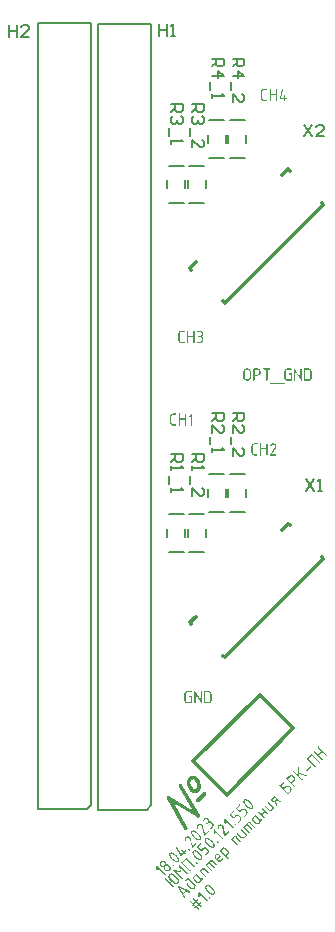
<source format=gto>
G04*
G04 #@! TF.GenerationSoftware,Altium Limited,Altium Designer,23.3.1 (30)*
G04*
G04 Layer_Color=439754*
%FSAX42Y42*%
%MOMM*%
G71*
G04*
G04 #@! TF.SameCoordinates,74D896C7-0FB9-4F26-AAB1-64D905586B64*
G04*
G04*
G04 #@! TF.FilePolarity,Positive*
G04*
G01*
G75*
%ADD10C,0.30*%
%ADD11C,0.15*%
%ADD12C,0.20*%
G36*
X001744Y001554D02*
X001747Y001554D01*
X001751Y001553D01*
X001756Y001552D01*
X001762Y001549D01*
X001767Y001546D01*
X001772Y001542D01*
X001772Y001542D01*
X001773Y001541D01*
X001775Y001539D01*
X001777Y001537D01*
X001778Y001534D01*
X001795Y001505D01*
X001795Y001505D01*
X001796Y001504D01*
X001796Y001502D01*
X001797Y001500D01*
X001799Y001497D01*
X001800Y001494D01*
X001802Y001486D01*
X001804Y001476D01*
X001806Y001466D01*
X001805Y001460D01*
X001805Y001455D01*
X001803Y001449D01*
X001802Y001444D01*
X001801Y001443D01*
X001801Y001442D01*
X001799Y001438D01*
X001797Y001435D01*
X001794Y001430D01*
X001791Y001426D01*
X001787Y001420D01*
X001783Y001415D01*
X001782Y001415D01*
X001780Y001414D01*
X001778Y001412D01*
X001774Y001409D01*
X001770Y001407D01*
X001764Y001405D01*
X001758Y001403D01*
X001752Y001402D01*
X001751D01*
X001749Y001403D01*
X001745Y001403D01*
X001741Y001404D01*
X001737Y001405D01*
X001731Y001408D01*
X001726Y001411D01*
X001721Y001415D01*
X001721Y001415D01*
X001720Y001416D01*
X001720Y001417D01*
X001719Y001418D01*
X001716Y001421D01*
X001714Y001425D01*
X001698Y001453D01*
X001697Y001453D01*
X001697Y001455D01*
X001696Y001456D01*
X001695Y001459D01*
X001694Y001462D01*
X001692Y001465D01*
X001690Y001473D01*
X001688Y001483D01*
X001687Y001493D01*
Y001499D01*
X001688Y001505D01*
X001689Y001510D01*
X001691Y001516D01*
X001692Y001517D01*
X001692Y001518D01*
X001694Y001521D01*
X001696Y001525D01*
X001698Y001529D01*
X001701Y001534D01*
X001705Y001538D01*
X001709Y001543D01*
X001711Y001545D01*
X001714Y001547D01*
X001718Y001549D01*
X001722Y001551D01*
X001728Y001553D01*
X001734Y001554D01*
X001740Y001555D01*
X001741D01*
X001744Y001554D01*
D02*
G37*
G36*
X001839Y001418D02*
X001843Y001417D01*
X001848Y001413D01*
X001848Y001413D01*
X001849Y001412D01*
X001849Y001411D01*
X001850Y001410D01*
X001851Y001407D01*
X001852Y001404D01*
Y001402D01*
Y001401D01*
X001851Y001398D01*
X001850Y001394D01*
X001849Y001393D01*
X001848Y001391D01*
X001788Y001332D01*
X001786Y001330D01*
X001783Y001329D01*
X001780Y001328D01*
X001778D01*
X001778Y001328D01*
X001777Y001328D01*
X001774Y001329D01*
X001771Y001330D01*
X001769Y001331D01*
X001767Y001333D01*
X001767Y001333D01*
X001766Y001334D01*
X001765Y001336D01*
X001763Y001339D01*
X001763Y001341D01*
Y001344D01*
Y001344D01*
Y001345D01*
X001763Y001347D01*
X001764Y001351D01*
X001765Y001353D01*
X001826Y001414D01*
X001827Y001415D01*
X001829Y001416D01*
X001832Y001417D01*
X001836Y001418D01*
X001839Y001418D01*
D02*
G37*
G36*
X001637Y001484D02*
X001641Y001482D01*
X001645Y001479D01*
X001646Y001479D01*
X001646Y001478D01*
X001647Y001476D01*
X001648Y001475D01*
X001795Y001221D01*
X001795Y001220D01*
X001795Y001219D01*
X001796Y001217D01*
X001797Y001215D01*
Y001212D01*
X001796Y001208D01*
X001795Y001205D01*
X001792Y001202D01*
X001791Y001200D01*
X001789Y001199D01*
X001786Y001198D01*
X001784Y001197D01*
X001780Y001197D01*
X001777Y001198D01*
X001773Y001199D01*
X001574Y001319D01*
X001691Y001117D01*
X001691Y001116D01*
X001691Y001115D01*
X001692Y001113D01*
X001693Y001111D01*
Y001108D01*
X001692Y001104D01*
X001691Y001101D01*
X001688Y001098D01*
X001688Y001097D01*
X001685Y001096D01*
X001682Y001094D01*
X001680Y001093D01*
X001677Y001093D01*
X001677Y001093D01*
X001676Y001093D01*
X001674Y001094D01*
X001670Y001095D01*
X001668Y001096D01*
X001666Y001097D01*
X001666Y001098D01*
X001666Y001098D01*
X001664Y001099D01*
X001663Y001101D01*
X001517Y001356D01*
X001516Y001356D01*
X001516Y001358D01*
X001515Y001359D01*
X001515Y001362D01*
X001514Y001365D01*
X001515Y001369D01*
X001516Y001372D01*
X001519Y001375D01*
X001520Y001376D01*
X001522Y001377D01*
X001525Y001378D01*
X001527Y001379D01*
X001530Y001379D01*
X001534Y001379D01*
X001538Y001377D01*
X001737Y001257D01*
X001621Y001460D01*
X001620Y001460D01*
X001620Y001462D01*
X001619Y001463D01*
X001618Y001466D01*
Y001469D01*
X001619Y001473D01*
X001620Y001476D01*
X001623Y001479D01*
X001623Y001480D01*
X001625Y001480D01*
X001627Y001482D01*
X001630Y001483D01*
X001633Y001484D01*
X001637Y001484D01*
D02*
G37*
G36*
X002803Y001800D02*
X002804Y001799D01*
X002806Y001798D01*
X002872Y001731D01*
X002873Y001731D01*
X002873Y001730D01*
X002873Y001730D01*
X002874Y001729D01*
X002874Y001728D01*
X002874Y001726D01*
X002873Y001725D01*
X002872Y001724D01*
X002872Y001724D01*
X002872Y001723D01*
X002871Y001723D01*
X002870Y001722D01*
X002869Y001722D01*
X002868Y001722D01*
X002866Y001723D01*
X002865Y001724D01*
X002832Y001757D01*
X002802Y001727D01*
X002835Y001694D01*
X002836Y001694D01*
X002836Y001693D01*
X002836Y001693D01*
X002837Y001692D01*
X002837Y001691D01*
X002837Y001689D01*
X002836Y001688D01*
X002835Y001687D01*
X002835Y001686D01*
X002835Y001686D01*
X002834Y001686D01*
X002833Y001685D01*
X002832Y001685D01*
X002831Y001685D01*
X002829Y001685D01*
X002828Y001686D01*
X002761Y001753D01*
X002761Y001754D01*
X002760Y001754D01*
X002760Y001755D01*
X002760Y001756D01*
X002759Y001757D01*
X002759Y001758D01*
X002760Y001759D01*
X002761Y001761D01*
X002761Y001761D01*
X002762Y001761D01*
X002762Y001762D01*
X002763Y001762D01*
X002764Y001763D01*
X002766Y001762D01*
X002767Y001762D01*
X002768Y001761D01*
X002794Y001735D01*
X002824Y001765D01*
X002798Y001791D01*
X002798Y001791D01*
X002798Y001791D01*
X002797Y001792D01*
X002797Y001793D01*
X002796Y001794D01*
X002796Y001795D01*
X002797Y001797D01*
X002798Y001798D01*
X002798Y001798D01*
X002799Y001799D01*
X002799Y001799D01*
X002800Y001799D01*
X002801Y001800D01*
X002803Y001800D01*
D02*
G37*
G36*
X002743Y001740D02*
X002745Y001740D01*
X002746Y001739D01*
X002813Y001672D01*
X002813Y001671D01*
X002814Y001671D01*
X002814Y001670D01*
X002814Y001669D01*
X002815Y001668D01*
X002815Y001667D01*
X002814Y001666D01*
X002813Y001664D01*
X002813Y001664D01*
X002812Y001664D01*
X002812Y001663D01*
X002811Y001663D01*
X002810Y001663D01*
X002808Y001663D01*
X002807Y001663D01*
X002806Y001664D01*
X002742Y001727D01*
X002713Y001698D01*
X002776Y001634D01*
X002776Y001634D01*
X002776Y001634D01*
X002777Y001633D01*
X002777Y001632D01*
X002777Y001631D01*
X002777Y001630D01*
X002777Y001629D01*
X002776Y001627D01*
X002776Y001627D01*
X002775Y001627D01*
X002774Y001626D01*
X002773Y001626D01*
X002772Y001625D01*
X002771Y001626D01*
X002770Y001626D01*
X002768Y001627D01*
X002701Y001694D01*
X002701Y001694D01*
X002701Y001695D01*
X002700Y001695D01*
X002700Y001696D01*
X002700Y001697D01*
X002700Y001699D01*
X002700Y001700D01*
X002701Y001701D01*
X002739Y001739D01*
X002739Y001739D01*
X002740Y001740D01*
X002741Y001740D01*
X002742Y001740D01*
X002743Y001740D01*
D02*
G37*
G36*
X002732Y001632D02*
X002733Y001632D01*
X002735Y001631D01*
X002735Y001631D01*
X002735Y001630D01*
X002736Y001629D01*
X002736Y001628D01*
X002736Y001627D01*
X002736Y001626D01*
X002736Y001625D01*
X002735Y001623D01*
X002705Y001593D01*
X002704Y001593D01*
X002704Y001593D01*
X002703Y001592D01*
X002702Y001592D01*
X002700Y001592D01*
X002699Y001593D01*
X002698Y001594D01*
X002698Y001594D01*
X002697Y001594D01*
X002697Y001595D01*
X002696Y001596D01*
X002696Y001597D01*
X002696Y001598D01*
X002697Y001600D01*
X002698Y001601D01*
X002728Y001631D01*
X002728Y001631D01*
X002729Y001632D01*
X002730Y001632D01*
X002731Y001632D01*
X002732Y001632D01*
D02*
G37*
G36*
X002632Y001629D02*
X002633Y001628D01*
X002634Y001627D01*
X002635Y001627D01*
X002635Y001627D01*
X002635Y001626D01*
X002636Y001625D01*
X002636Y001623D01*
X002638Y001579D01*
X002699Y001561D01*
X002699Y001561D01*
X002700Y001561D01*
X002701Y001561D01*
X002701Y001560D01*
X002702Y001560D01*
X002702Y001560D01*
X002702Y001559D01*
X002703Y001558D01*
X002703Y001557D01*
X002703Y001556D01*
Y001556D01*
X002703Y001555D01*
X002702Y001554D01*
X002702Y001553D01*
X002701Y001553D01*
X002701Y001552D01*
X002700Y001552D01*
X002700Y001552D01*
X002699Y001551D01*
X002698Y001551D01*
X002697D01*
X002696Y001551D01*
X002639Y001568D01*
X002640Y001548D01*
X002664Y001523D01*
X002665Y001523D01*
X002665Y001522D01*
X002665Y001522D01*
X002666Y001521D01*
X002666Y001520D01*
X002666Y001518D01*
X002665Y001517D01*
X002664Y001516D01*
X002664Y001515D01*
X002664Y001515D01*
X002663Y001515D01*
X002662Y001514D01*
X002661Y001514D01*
X002660Y001514D01*
X002658Y001515D01*
X002657Y001516D01*
X002590Y001583D01*
X002590Y001583D01*
X002589Y001583D01*
X002589Y001584D01*
X002589Y001585D01*
X002588Y001586D01*
X002588Y001587D01*
X002589Y001588D01*
X002590Y001590D01*
X002590Y001590D01*
X002591Y001590D01*
X002591Y001591D01*
X002592Y001591D01*
X002593Y001592D01*
X002595Y001592D01*
X002596Y001591D01*
X002597Y001590D01*
X002629Y001559D01*
X002626Y001623D01*
Y001623D01*
Y001623D01*
X002626Y001624D01*
X002626Y001626D01*
X002627Y001626D01*
X002627Y001627D01*
X002627Y001627D01*
X002628Y001628D01*
X002628Y001628D01*
X002629Y001628D01*
X002630Y001629D01*
X002632Y001629D01*
D02*
G37*
G36*
X002573Y001558D02*
X002574D01*
X002575Y001558D01*
X002576Y001558D01*
X002578Y001557D01*
X002579Y001557D01*
X002581Y001557D01*
X002583Y001556D01*
X002584Y001555D01*
X002586Y001554D01*
X002588Y001553D01*
X002590Y001552D01*
X002592Y001551D01*
X002594Y001549D01*
X002594Y001549D01*
X002594Y001549D01*
X002595Y001548D01*
X002595Y001547D01*
X002596Y001546D01*
X002597Y001545D01*
X002598Y001544D01*
X002599Y001543D01*
X002600Y001539D01*
X002601Y001537D01*
X002602Y001535D01*
X002603Y001533D01*
X002603Y001531D01*
X002604Y001529D01*
X002604Y001527D01*
Y001527D01*
Y001526D01*
Y001526D01*
X002604Y001525D01*
X002603Y001523D01*
X002603Y001522D01*
X002603Y001521D01*
X002602Y001519D01*
X002602Y001518D01*
X002601Y001516D01*
X002600Y001514D01*
X002599Y001512D01*
X002598Y001510D01*
X002597Y001508D01*
X002595Y001506D01*
X002594Y001504D01*
X002579Y001490D01*
X002605Y001464D01*
X002605Y001463D01*
X002605Y001463D01*
X002606Y001462D01*
X002606Y001461D01*
X002607Y001460D01*
X002606Y001459D01*
X002606Y001458D01*
X002605Y001456D01*
X002605Y001456D01*
X002604Y001456D01*
X002604Y001455D01*
X002603Y001455D01*
X002601Y001455D01*
X002600Y001455D01*
X002599Y001455D01*
X002598Y001456D01*
X002531Y001523D01*
X002530Y001523D01*
X002530Y001524D01*
X002530Y001524D01*
X002529Y001525D01*
X002529Y001527D01*
X002529Y001528D01*
X002529Y001529D01*
X002530Y001530D01*
X002550Y001550D01*
X002551Y001551D01*
X002552Y001551D01*
X002553Y001552D01*
X002554Y001553D01*
X002555Y001554D01*
X002559Y001555D01*
X002560Y001556D01*
X002562Y001557D01*
X002565Y001557D01*
X002567Y001558D01*
X002569Y001558D01*
X002571Y001558D01*
X002572D01*
X002573Y001558D01*
D02*
G37*
G36*
X002506Y001502D02*
X002507Y001502D01*
X002508Y001501D01*
X002508Y001501D01*
X002509Y001500D01*
X002509Y001499D01*
X002510Y001498D01*
X002510Y001497D01*
X002510Y001496D01*
X002509Y001495D01*
X002508Y001493D01*
X002482Y001467D01*
X002505Y001445D01*
X002520Y001461D01*
X002521Y001461D01*
X002522Y001462D01*
X002523Y001463D01*
X002524Y001464D01*
X002526Y001465D01*
X002529Y001466D01*
X002531Y001467D01*
X002533Y001468D01*
X002535Y001468D01*
X002537Y001469D01*
X002539Y001469D01*
X002542Y001469D01*
X002542D01*
X002543Y001469D01*
X002544D01*
X002545Y001469D01*
X002546Y001469D01*
X002548Y001468D01*
X002549Y001468D01*
X002551Y001468D01*
X002553Y001467D01*
X002555Y001466D01*
X002557Y001465D01*
X002559Y001464D01*
X002560Y001463D01*
X002562Y001461D01*
X002564Y001460D01*
X002564Y001460D01*
X002564Y001460D01*
X002565Y001459D01*
X002566Y001458D01*
X002566Y001457D01*
X002567Y001456D01*
X002568Y001455D01*
X002569Y001454D01*
X002570Y001450D01*
X002571Y001449D01*
X002572Y001447D01*
X002572Y001445D01*
X002573Y001442D01*
X002573Y001440D01*
X002573Y001438D01*
Y001437D01*
Y001437D01*
X002573Y001436D01*
X002573Y001435D01*
X002573Y001434D01*
X002573Y001433D01*
X002573Y001431D01*
X002572Y001430D01*
X002572Y001428D01*
X002571Y001426D01*
X002569Y001423D01*
X002568Y001421D01*
X002567Y001419D01*
X002566Y001417D01*
X002564Y001415D01*
X002545Y001396D01*
X002545Y001396D01*
X002544Y001396D01*
X002543Y001395D01*
X002542Y001395D01*
X002541Y001395D01*
X002539Y001396D01*
X002538Y001397D01*
X002471Y001464D01*
X002471Y001464D01*
X002471Y001464D01*
X002470Y001465D01*
X002470Y001466D01*
X002469Y001467D01*
X002470Y001468D01*
X002470Y001470D01*
X002471Y001471D01*
X002501Y001501D01*
X002502Y001501D01*
X002502Y001502D01*
X002503Y001502D01*
X002504Y001502D01*
X002506Y001502D01*
D02*
G37*
G36*
X002431Y001383D02*
X002432Y001383D01*
X002434Y001382D01*
X002479Y001337D01*
X002479Y001337D01*
X002479Y001336D01*
X002480Y001336D01*
X002480Y001335D01*
X002480Y001334D01*
X002480Y001333D01*
X002480Y001331D01*
X002478Y001330D01*
X002478Y001330D01*
X002478Y001329D01*
X002477Y001329D01*
X002476Y001328D01*
X002475Y001328D01*
X002474Y001328D01*
X002472Y001329D01*
X002471Y001330D01*
X002452Y001348D01*
X002445Y001341D01*
X002450Y001304D01*
Y001304D01*
Y001304D01*
Y001304D01*
X002450Y001303D01*
X002450Y001301D01*
X002449Y001301D01*
X002449Y001300D01*
X002448Y001300D01*
X002448Y001299D01*
X002447Y001299D01*
X002446Y001299D01*
X002445Y001298D01*
X002444Y001299D01*
X002443Y001299D01*
X002441Y001300D01*
X002441Y001300D01*
X002441Y001300D01*
X002441Y001301D01*
X002440Y001302D01*
X002440Y001303D01*
X002436Y001332D01*
X002436Y001332D01*
X002435Y001331D01*
X002435Y001331D01*
X002433Y001330D01*
X002432Y001329D01*
X002430Y001329D01*
X002427Y001328D01*
X002424Y001327D01*
X002422Y001327D01*
X002421Y001327D01*
X002421Y001327D01*
X002420Y001327D01*
X002419Y001328D01*
X002417Y001328D01*
X002415Y001329D01*
X002412Y001330D01*
X002410Y001332D01*
X002408Y001334D01*
X002408Y001334D01*
X002408Y001334D01*
X002407Y001334D01*
X002407Y001335D01*
X002406Y001335D01*
X002406Y001336D01*
X002405Y001338D01*
X002404Y001340D01*
X002402Y001342D01*
X002402Y001345D01*
X002401Y001347D01*
Y001348D01*
Y001349D01*
Y001349D01*
X002402Y001350D01*
X002402Y001351D01*
X002402Y001353D01*
X002403Y001356D01*
X002404Y001358D01*
X002406Y001361D01*
X002407Y001362D01*
X002427Y001382D01*
X002427Y001382D01*
X002428Y001383D01*
X002429Y001383D01*
X002430Y001384D01*
X002431Y001383D01*
D02*
G37*
G36*
X002187Y001353D02*
X002190Y001353D01*
X002193Y001352D01*
X002196Y001351D01*
X002199Y001349D01*
X002199Y001349D01*
X002200Y001349D01*
X002201Y001349D01*
X002202Y001348D01*
X002203Y001347D01*
X002204Y001347D01*
X002206Y001346D01*
X002207Y001344D01*
X002209Y001343D01*
X002211Y001342D01*
X002214Y001340D01*
X002216Y001338D01*
X002218Y001336D01*
X002221Y001334D01*
X002223Y001332D01*
X002226Y001330D01*
X002226Y001329D01*
X002226Y001329D01*
X002227Y001328D01*
X002228Y001327D01*
X002229Y001326D01*
X002230Y001325D01*
X002232Y001323D01*
X002233Y001321D01*
X002235Y001319D01*
X002236Y001317D01*
X002240Y001313D01*
X002243Y001308D01*
X002245Y001303D01*
X002245Y001303D01*
X002246Y001302D01*
X002246Y001302D01*
X002247Y001300D01*
X002247Y001299D01*
X002248Y001297D01*
X002248Y001295D01*
X002249Y001292D01*
X002249Y001290D01*
X002249Y001288D01*
X002249Y001285D01*
X002249Y001283D01*
X002248Y001280D01*
X002247Y001278D01*
X002246Y001276D01*
X002244Y001274D01*
X002244Y001273D01*
X002243Y001273D01*
X002242Y001272D01*
X002241Y001272D01*
X002240Y001271D01*
X002238Y001270D01*
X002236Y001270D01*
X002235Y001269D01*
X002232Y001269D01*
X002230Y001269D01*
X002227Y001269D01*
X002225Y001269D01*
X002221Y001270D01*
X002218Y001271D01*
X002215Y001273D01*
X002215Y001273D01*
X002214Y001273D01*
X002213Y001273D01*
X002213Y001274D01*
X002211Y001275D01*
X002210Y001275D01*
X002208Y001276D01*
X002207Y001278D01*
X002205Y001279D01*
X002203Y001280D01*
X002200Y001282D01*
X002198Y001284D01*
X002196Y001286D01*
X002193Y001288D01*
X002191Y001290D01*
X002188Y001292D01*
X002188Y001293D01*
X002188Y001293D01*
X002187Y001294D01*
X002186Y001295D01*
X002185Y001296D01*
X002184Y001297D01*
X002182Y001299D01*
X002181Y001301D01*
X002179Y001303D01*
X002178Y001305D01*
X002175Y001309D01*
X002171Y001314D01*
X002169Y001319D01*
X002169Y001319D01*
X002168Y001319D01*
X002168Y001320D01*
X002167Y001322D01*
X002167Y001323D01*
X002166Y001325D01*
X002166Y001327D01*
X002165Y001330D01*
X002165Y001332D01*
X002165Y001334D01*
Y001337D01*
X002165Y001339D01*
X002166Y001342D01*
X002167Y001344D01*
X002168Y001346D01*
X002170Y001348D01*
X002170Y001349D01*
X002171Y001349D01*
X002172Y001350D01*
X002173Y001350D01*
X002174Y001351D01*
X002176Y001352D01*
X002177Y001352D01*
X002179Y001353D01*
X002182Y001353D01*
X002184Y001353D01*
X002187Y001353D01*
D02*
G37*
G36*
X002379Y001331D02*
X002380Y001331D01*
X002382Y001330D01*
X002426Y001285D01*
X002427Y001285D01*
X002427Y001284D01*
X002427Y001284D01*
X002428Y001283D01*
X002428Y001282D01*
X002428Y001280D01*
X002427Y001279D01*
X002426Y001278D01*
X002407Y001258D01*
X002407Y001258D01*
X002406Y001258D01*
X002405Y001257D01*
X002404Y001256D01*
X002401Y001255D01*
X002399Y001254D01*
X002396Y001253D01*
X002395Y001253D01*
X002393D01*
X002393Y001253D01*
X002393Y001253D01*
X002391Y001253D01*
X002390Y001253D01*
X002388Y001254D01*
X002386Y001254D01*
X002383Y001255D01*
X002381Y001257D01*
X002379Y001258D01*
X002378Y001259D01*
X002345Y001293D01*
X002344Y001293D01*
X002344Y001293D01*
X002344Y001294D01*
X002343Y001295D01*
X002343Y001296D01*
X002343Y001297D01*
X002344Y001299D01*
X002345Y001300D01*
X002345Y001300D01*
X002345Y001301D01*
X002346Y001301D01*
X002347Y001301D01*
X002348Y001302D01*
X002349Y001302D01*
X002351Y001301D01*
X002352Y001300D01*
X002386Y001267D01*
X002386Y001266D01*
X002386Y001266D01*
X002387Y001266D01*
X002388Y001265D01*
X002389Y001264D01*
X002390Y001264D01*
X002391Y001264D01*
X002393Y001263D01*
X002393D01*
X002394Y001264D01*
X002395Y001264D01*
X002396Y001264D01*
X002397Y001264D01*
X002398Y001265D01*
X002399Y001266D01*
X002400Y001267D01*
X002415Y001281D01*
X002374Y001322D01*
X002374Y001323D01*
X002374Y001323D01*
X002373Y001324D01*
X002373Y001325D01*
X002373Y001326D01*
X002373Y001327D01*
X002373Y001328D01*
X002374Y001330D01*
X002375Y001330D01*
X002375Y001330D01*
X002376Y001331D01*
X002377Y001331D01*
X002378Y001331D01*
X002379Y001331D01*
D02*
G37*
G36*
X002327Y001279D02*
X002328Y001279D01*
X002330Y001278D01*
X002374Y001233D01*
X002375Y001233D01*
X002375Y001232D01*
X002375Y001232D01*
X002376Y001231D01*
X002376Y001230D01*
X002376Y001228D01*
X002375Y001227D01*
X002374Y001226D01*
X002374Y001225D01*
X002374Y001225D01*
X002373Y001225D01*
X002372Y001224D01*
X002371Y001224D01*
X002370Y001224D01*
X002368Y001225D01*
X002367Y001226D01*
X002348Y001244D01*
X002326Y001222D01*
X002345Y001203D01*
X002345Y001203D01*
X002345Y001203D01*
X002346Y001202D01*
X002346Y001201D01*
X002346Y001200D01*
X002346Y001199D01*
X002346Y001197D01*
X002345Y001196D01*
X002344Y001196D01*
X002344Y001195D01*
X002343Y001195D01*
X002342Y001195D01*
X002341Y001194D01*
X002340Y001194D01*
X002339Y001195D01*
X002337Y001196D01*
X002293Y001241D01*
X002292Y001241D01*
X002292Y001241D01*
X002292Y001242D01*
X002291Y001243D01*
X002291Y001244D01*
X002291Y001245D01*
X002291Y001247D01*
X002293Y001248D01*
X002293Y001248D01*
X002293Y001248D01*
X002294Y001249D01*
X002295Y001249D01*
X002296Y001250D01*
X002297Y001250D01*
X002299Y001249D01*
X002300Y001248D01*
X002319Y001229D01*
X002341Y001252D01*
X002322Y001270D01*
X002322Y001270D01*
X002322Y001271D01*
X002321Y001272D01*
X002321Y001273D01*
X002321Y001274D01*
X002321Y001275D01*
X002321Y001276D01*
X002322Y001278D01*
X002322Y001278D01*
X002323Y001278D01*
X002324Y001279D01*
X002325Y001279D01*
X002326Y001279D01*
X002327Y001279D01*
D02*
G37*
G36*
X002134Y001309D02*
X002135Y001308D01*
X002136Y001307D01*
X002137Y001307D01*
X002137Y001307D01*
X002137Y001306D01*
X002138Y001305D01*
X002138Y001304D01*
X002138Y001303D01*
X002137Y001301D01*
X002136Y001300D01*
X002114Y001278D01*
X002136Y001255D01*
X002148Y001267D01*
X002149Y001268D01*
X002150Y001268D01*
X002150Y001269D01*
X002153Y001270D01*
X002155Y001272D01*
X002159Y001273D01*
X002160Y001273D01*
X002162Y001274D01*
X002164Y001274D01*
X002166Y001274D01*
X002166D01*
X002167Y001274D01*
X002168D01*
X002169Y001274D01*
X002170Y001274D01*
X002171Y001273D01*
X002173Y001273D01*
X002175Y001272D01*
X002179Y001271D01*
X002182Y001269D01*
X002183Y001268D01*
X002185Y001266D01*
X002192Y001259D01*
X002192Y001259D01*
X002192Y001259D01*
X002193Y001258D01*
X002193Y001258D01*
X002194Y001257D01*
X002195Y001256D01*
X002196Y001254D01*
X002197Y001251D01*
X002199Y001248D01*
X002199Y001246D01*
X002200Y001244D01*
X002200Y001242D01*
X002200Y001240D01*
Y001240D01*
X002200Y001240D01*
Y001239D01*
Y001238D01*
X002200Y001238D01*
X002199Y001236D01*
X002199Y001235D01*
X002199Y001234D01*
X002198Y001231D01*
X002196Y001228D01*
X002195Y001225D01*
X002193Y001223D01*
X002192Y001222D01*
X002177Y001207D01*
X002176Y001206D01*
X002176Y001206D01*
X002175Y001206D01*
X002174Y001205D01*
X002173Y001205D01*
X002171Y001206D01*
X002170Y001207D01*
X002170Y001207D01*
X002169Y001208D01*
X002169Y001208D01*
X002168Y001209D01*
X002168Y001210D01*
X002168Y001212D01*
X002169Y001213D01*
X002170Y001214D01*
X002185Y001229D01*
X002185Y001230D01*
X002186Y001231D01*
X002187Y001232D01*
X002188Y001234D01*
X002189Y001236D01*
X002189Y001238D01*
X002189Y001240D01*
X002189Y001241D01*
Y001241D01*
X002189Y001243D01*
X002189Y001244D01*
X002188Y001246D01*
X002187Y001248D01*
X002186Y001250D01*
X002185Y001251D01*
X002177Y001259D01*
X002177Y001259D01*
X002177Y001259D01*
X002176Y001260D01*
X002175Y001260D01*
X002174Y001261D01*
X002173Y001262D01*
X002171Y001263D01*
X002168Y001263D01*
X002166Y001263D01*
X002166D01*
X002165Y001263D01*
X002164Y001263D01*
X002162Y001263D01*
X002160Y001262D01*
X002159Y001262D01*
X002157Y001261D01*
X002155Y001259D01*
X002140Y001244D01*
X002139Y001244D01*
X002139Y001243D01*
X002138Y001243D01*
X002137Y001242D01*
X002135Y001243D01*
X002134Y001243D01*
X002133Y001244D01*
X002103Y001274D01*
X002103Y001274D01*
X002102Y001275D01*
X002102Y001275D01*
X002102Y001276D01*
X002101Y001277D01*
X002101Y001279D01*
X002102Y001280D01*
X002103Y001281D01*
X002129Y001307D01*
X002130Y001308D01*
X002130Y001308D01*
X002131Y001309D01*
X002132Y001309D01*
X002134Y001309D01*
D02*
G37*
G36*
X002082Y001257D02*
X002083Y001256D01*
X002084Y001255D01*
X002084Y001255D01*
X002085Y001255D01*
X002085Y001254D01*
X002086Y001253D01*
X002086Y001252D01*
X002086Y001251D01*
X002085Y001249D01*
X002084Y001248D01*
X002062Y001226D01*
X002084Y001203D01*
X002096Y001215D01*
X002097Y001216D01*
X002098Y001216D01*
X002098Y001217D01*
X002101Y001218D01*
X002103Y001220D01*
X002107Y001221D01*
X002108Y001221D01*
X002110Y001222D01*
X002112Y001222D01*
X002114Y001222D01*
X002114D01*
X002114Y001222D01*
X002116D01*
X002117Y001222D01*
X002118Y001222D01*
X002119Y001221D01*
X002120Y001221D01*
X002123Y001220D01*
X002126Y001219D01*
X002130Y001217D01*
X002131Y001216D01*
X002133Y001214D01*
X002140Y001207D01*
X002140Y001207D01*
X002140Y001207D01*
X002141Y001206D01*
X002141Y001206D01*
X002142Y001205D01*
X002143Y001204D01*
X002144Y001202D01*
X002145Y001199D01*
X002147Y001196D01*
X002147Y001194D01*
X002147Y001192D01*
X002148Y001190D01*
X002148Y001188D01*
Y001188D01*
X002148Y001188D01*
Y001187D01*
Y001186D01*
X002148Y001185D01*
X002147Y001184D01*
X002147Y001183D01*
X002147Y001182D01*
X002146Y001179D01*
X002144Y001176D01*
X002143Y001173D01*
X002141Y001171D01*
X002140Y001170D01*
X002125Y001155D01*
X002124Y001154D01*
X002124Y001154D01*
X002123Y001154D01*
X002122Y001153D01*
X002120Y001153D01*
X002119Y001154D01*
X002118Y001155D01*
X002118Y001155D01*
X002117Y001156D01*
X002117Y001156D01*
X002116Y001157D01*
X002116Y001158D01*
X002116Y001160D01*
X002117Y001161D01*
X002118Y001162D01*
X002133Y001177D01*
X002133Y001178D01*
X002134Y001179D01*
X002135Y001180D01*
X002136Y001182D01*
X002136Y001184D01*
X002137Y001186D01*
X002137Y001188D01*
X002137Y001189D01*
Y001189D01*
X002137Y001191D01*
X002137Y001192D01*
X002136Y001194D01*
X002135Y001196D01*
X002134Y001198D01*
X002133Y001199D01*
X002125Y001207D01*
X002125Y001207D01*
X002125Y001207D01*
X002124Y001208D01*
X002123Y001208D01*
X002122Y001209D01*
X002120Y001210D01*
X002119Y001211D01*
X002116Y001211D01*
X002114Y001211D01*
X002114D01*
X002113Y001211D01*
X002112Y001211D01*
X002110Y001211D01*
X002108Y001210D01*
X002106Y001210D01*
X002105Y001208D01*
X002103Y001207D01*
X002088Y001192D01*
X002087Y001191D01*
X002087Y001191D01*
X002086Y001191D01*
X002085Y001190D01*
X002083Y001190D01*
X002082Y001191D01*
X002081Y001192D01*
X002051Y001222D01*
X002051Y001222D01*
X002050Y001222D01*
X002050Y001223D01*
X002049Y001224D01*
X002049Y001225D01*
X002049Y001226D01*
X002050Y001228D01*
X002051Y001229D01*
X002077Y001255D01*
X002078Y001256D01*
X002078Y001256D01*
X002079Y001257D01*
X002080Y001257D01*
X002082Y001257D01*
D02*
G37*
G36*
X002268Y001220D02*
X002269Y001219D01*
X002270Y001218D01*
X002308Y001181D01*
X002308Y001181D01*
X002308Y001181D01*
X002309Y001180D01*
X002310Y001180D01*
X002311Y001179D01*
X002312Y001179D01*
X002314Y001180D01*
X002315Y001181D01*
X002315Y001181D01*
X002316Y001181D01*
X002316Y001182D01*
X002317Y001182D01*
X002318Y001183D01*
X002320Y001182D01*
X002321Y001182D01*
X002322Y001181D01*
X002323Y001181D01*
X002323Y001180D01*
X002323Y001180D01*
X002324Y001179D01*
X002324Y001178D01*
X002324Y001176D01*
X002323Y001175D01*
X002322Y001174D01*
X002322Y001173D01*
X002321Y001173D01*
X002320Y001172D01*
X002319Y001171D01*
X002317Y001170D01*
X002315Y001170D01*
X002312Y001169D01*
X002310D01*
Y001169D01*
X002310Y001168D01*
X002310Y001166D01*
X002309Y001164D01*
X002308Y001162D01*
X002307Y001160D01*
X002306Y001157D01*
X002304Y001155D01*
X002296Y001147D01*
X002295Y001147D01*
X002295Y001146D01*
X002294Y001146D01*
X002292Y001144D01*
X002290Y001143D01*
X002287Y001142D01*
X002284Y001142D01*
X002283Y001141D01*
X002281D01*
X002281Y001141D01*
X002281Y001141D01*
X002280Y001141D01*
X002278Y001142D01*
X002276Y001142D01*
X002274Y001143D01*
X002272Y001144D01*
X002269Y001146D01*
X002268Y001147D01*
X002267Y001148D01*
X002244Y001170D01*
X002244Y001170D01*
X002244Y001170D01*
X002244Y001171D01*
X002243Y001171D01*
X002243Y001172D01*
X002242Y001172D01*
X002241Y001174D01*
X002240Y001176D01*
X002239Y001179D01*
X002238Y001182D01*
X002238Y001183D01*
Y001185D01*
Y001185D01*
Y001185D01*
X002238Y001186D01*
X002238Y001188D01*
X002239Y001190D01*
X002239Y001192D01*
X002241Y001195D01*
X002242Y001197D01*
X002243Y001198D01*
X002263Y001218D01*
X002264Y001219D01*
X002264Y001219D01*
X002265Y001220D01*
X002266Y001220D01*
X002268Y001220D01*
D02*
G37*
G36*
X002096Y001145D02*
X002098Y001145D01*
X002099Y001144D01*
X002103Y001140D01*
X002103Y001140D01*
X002103Y001139D01*
X002104Y001139D01*
X002104Y001138D01*
X002105Y001137D01*
X002104Y001135D01*
X002104Y001134D01*
X002103Y001133D01*
X002103Y001132D01*
X002102Y001132D01*
X002102Y001132D01*
X002101Y001131D01*
X002099Y001131D01*
X002098Y001131D01*
X002097Y001132D01*
X002095Y001133D01*
X002092Y001136D01*
X002092Y001137D01*
X002091Y001137D01*
X002091Y001138D01*
X002090Y001139D01*
X002090Y001140D01*
X002090Y001141D01*
X002091Y001142D01*
X002092Y001144D01*
X002092Y001144D01*
X002092Y001144D01*
X002093Y001145D01*
X002094Y001145D01*
X002095Y001145D01*
X002096Y001145D01*
D02*
G37*
G36*
X002215Y001161D02*
X002216Y001161D01*
X002218Y001161D01*
X002220Y001160D01*
X002222Y001160D01*
X002224Y001159D01*
X002227Y001157D01*
X002228Y001156D01*
X002229Y001155D01*
X002263Y001122D01*
X002263Y001121D01*
X002263Y001121D01*
X002264Y001120D01*
X002264Y001119D01*
X002264Y001118D01*
X002264Y001117D01*
X002264Y001116D01*
X002263Y001114D01*
X002263Y001114D01*
X002262Y001114D01*
X002261Y001113D01*
X002260Y001113D01*
X002259Y001112D01*
X002258Y001113D01*
X002257Y001113D01*
X002255Y001114D01*
X002222Y001148D01*
X002222Y001148D01*
X002221Y001148D01*
X002221Y001149D01*
X002220Y001149D01*
X002219Y001150D01*
X002218Y001150D01*
X002216Y001151D01*
X002214Y001151D01*
X002214D01*
X002214Y001151D01*
X002213Y001151D01*
X002212Y001150D01*
X002211Y001150D01*
X002209Y001149D01*
X002208Y001149D01*
X002207Y001148D01*
X002200Y001140D01*
X002241Y001099D01*
X002241Y001099D01*
X002241Y001099D01*
X002242Y001098D01*
X002242Y001097D01*
X002242Y001096D01*
X002242Y001095D01*
X002242Y001093D01*
X002241Y001092D01*
X002240Y001092D01*
X002240Y001091D01*
X002239Y001091D01*
X002238Y001091D01*
X002237Y001090D01*
X002236Y001090D01*
X002235Y001091D01*
X002233Y001092D01*
X002192Y001133D01*
X002177Y001118D01*
X002218Y001077D01*
X002219Y001077D01*
X002219Y001076D01*
X002219Y001076D01*
X002220Y001075D01*
X002220Y001074D01*
X002220Y001072D01*
X002219Y001071D01*
X002218Y001070D01*
X002218Y001069D01*
X002218Y001069D01*
X002217Y001069D01*
X002216Y001068D01*
X002215Y001068D01*
X002214Y001068D01*
X002212Y001069D01*
X002211Y001070D01*
X002166Y001114D01*
X002166Y001114D01*
X002166Y001115D01*
X002165Y001116D01*
X002165Y001117D01*
X002165Y001118D01*
X002165Y001119D01*
X002165Y001120D01*
X002166Y001122D01*
X002200Y001156D01*
X002201Y001156D01*
X002202Y001157D01*
X002204Y001158D01*
X002206Y001159D01*
X002208Y001160D01*
X002211Y001161D01*
X002213Y001161D01*
X002214D01*
X002215Y001161D01*
X002215Y001161D01*
D02*
G37*
G36*
X002011Y001186D02*
X002012Y001186D01*
X002014Y001185D01*
X002081Y001118D01*
X002081Y001117D01*
X002081Y001117D01*
X002082Y001116D01*
X002082Y001115D01*
X002082Y001114D01*
X002082Y001113D01*
X002082Y001112D01*
X002081Y001110D01*
X002080Y001110D01*
X002080Y001110D01*
X002079Y001109D01*
X002078Y001109D01*
X002077Y001109D01*
X002076Y001109D01*
X002075Y001109D01*
X002073Y001110D01*
X002015Y001168D01*
X002015Y001151D01*
Y001151D01*
X002015Y001150D01*
X002015Y001149D01*
X002014Y001148D01*
X002014Y001147D01*
X002014Y001147D01*
X002013Y001147D01*
X002012Y001146D01*
X002011Y001146D01*
X002010Y001146D01*
X002009Y001146D01*
X002008Y001146D01*
X002006Y001147D01*
X002006Y001148D01*
X002006Y001148D01*
X002006Y001148D01*
X002005Y001150D01*
X002005Y001151D01*
Y001180D01*
Y001180D01*
Y001181D01*
Y001181D01*
X002005Y001182D01*
X002005Y001183D01*
X002006Y001184D01*
X002006Y001185D01*
X002006Y001185D01*
X002007Y001185D01*
X002008Y001186D01*
X002009Y001186D01*
X002010Y001186D01*
X002011Y001186D01*
D02*
G37*
G36*
X001851Y001196D02*
X001852D01*
X001853Y001196D01*
X001854Y001196D01*
X001855Y001195D01*
X001857Y001195D01*
X001860Y001194D01*
X001863Y001193D01*
X001866Y001191D01*
X001867Y001190D01*
X001869Y001188D01*
X001869Y001188D01*
X001869Y001188D01*
X001870Y001188D01*
X001870Y001187D01*
X001871Y001186D01*
X001872Y001185D01*
X001873Y001184D01*
X001873Y001182D01*
X001874Y001181D01*
X001875Y001179D01*
X001875Y001177D01*
X001876Y001175D01*
X001876Y001173D01*
X001877Y001171D01*
Y001168D01*
X001876Y001166D01*
X001877D01*
X001878Y001166D01*
X001878Y001166D01*
X001880D01*
X001881Y001166D01*
X001882Y001166D01*
X001884Y001166D01*
X001886Y001165D01*
X001888Y001165D01*
X001889Y001164D01*
X001891Y001164D01*
X001893Y001163D01*
X001895Y001162D01*
X001897Y001160D01*
X001899Y001159D01*
X001906Y001151D01*
X001906Y001151D01*
X001906Y001151D01*
X001907Y001150D01*
X001907Y001150D01*
X001908Y001149D01*
X001909Y001148D01*
X001910Y001146D01*
X001911Y001143D01*
X001913Y001140D01*
X001913Y001138D01*
X001913Y001137D01*
X001914Y001135D01*
X001914Y001133D01*
Y001132D01*
X001914Y001132D01*
Y001132D01*
Y001131D01*
X001914Y001130D01*
X001913Y001129D01*
X001913Y001128D01*
X001913Y001126D01*
X001912Y001123D01*
X001910Y001120D01*
X001909Y001117D01*
X001907Y001116D01*
X001906Y001114D01*
X001891Y001099D01*
X001890Y001099D01*
X001890Y001098D01*
X001889Y001098D01*
X001888Y001098D01*
X001886Y001098D01*
X001885Y001098D01*
X001884Y001099D01*
X001883Y001099D01*
X001883Y001100D01*
X001883Y001101D01*
X001882Y001102D01*
X001882Y001103D01*
X001882Y001104D01*
X001883Y001105D01*
X001884Y001107D01*
X001899Y001122D01*
X001899Y001122D01*
X001900Y001123D01*
X001901Y001125D01*
X001902Y001126D01*
X001902Y001128D01*
X001903Y001130D01*
X001903Y001133D01*
X001903Y001133D01*
Y001134D01*
X001903Y001135D01*
X001903Y001137D01*
X001902Y001138D01*
X001901Y001140D01*
X001900Y001142D01*
X001899Y001144D01*
X001891Y001151D01*
X001891Y001151D01*
X001891Y001151D01*
X001890Y001152D01*
X001889Y001153D01*
X001888Y001154D01*
X001886Y001154D01*
X001884Y001155D01*
X001882Y001156D01*
X001880Y001156D01*
X001880D01*
X001879Y001156D01*
X001878Y001156D01*
X001876Y001155D01*
X001874Y001155D01*
X001872Y001154D01*
X001871Y001153D01*
X001869Y001151D01*
X001861Y001144D01*
X001861Y001143D01*
X001860Y001143D01*
X001859Y001143D01*
X001858Y001142D01*
X001857Y001142D01*
X001855Y001143D01*
X001854Y001144D01*
X001854Y001144D01*
X001853Y001145D01*
X001853Y001145D01*
X001853Y001146D01*
X001852Y001147D01*
X001852Y001149D01*
X001853Y001150D01*
X001854Y001151D01*
X001862Y001159D01*
X001862Y001160D01*
X001863Y001161D01*
X001864Y001162D01*
X001865Y001163D01*
X001865Y001165D01*
X001866Y001167D01*
X001866Y001170D01*
X001866Y001170D01*
Y001171D01*
X001866Y001172D01*
X001866Y001174D01*
X001865Y001175D01*
X001864Y001177D01*
X001863Y001179D01*
X001861Y001181D01*
X001861Y001181D01*
X001861Y001181D01*
X001861Y001182D01*
X001860Y001182D01*
X001858Y001183D01*
X001857Y001184D01*
X001855Y001185D01*
X001853Y001185D01*
X001850Y001185D01*
X001850D01*
X001849Y001185D01*
X001848Y001185D01*
X001846Y001185D01*
X001845Y001184D01*
X001843Y001184D01*
X001841Y001183D01*
X001839Y001181D01*
X001824Y001166D01*
X001823Y001166D01*
X001823Y001165D01*
X001822Y001165D01*
X001821Y001164D01*
X001820Y001165D01*
X001818Y001165D01*
X001817Y001166D01*
X001817Y001166D01*
X001816Y001167D01*
X001816Y001168D01*
X001815Y001168D01*
X001815Y001170D01*
X001815Y001171D01*
X001816Y001172D01*
X001817Y001173D01*
X001832Y001189D01*
X001833Y001190D01*
X001834Y001190D01*
X001835Y001191D01*
X001837Y001192D01*
X001840Y001194D01*
X001843Y001195D01*
X001844Y001195D01*
X001846Y001196D01*
X001848Y001196D01*
X001850Y001196D01*
X001850D01*
X001851Y001196D01*
D02*
G37*
G36*
X001799Y001144D02*
X001800D01*
X001801Y001144D01*
X001802Y001144D01*
X001803Y001143D01*
X001805Y001143D01*
X001807Y001142D01*
X001811Y001141D01*
X001814Y001139D01*
X001815Y001138D01*
X001817Y001136D01*
X001817Y001136D01*
X001817Y001136D01*
X001817Y001136D01*
X001818Y001135D01*
X001819Y001134D01*
X001820Y001133D01*
X001821Y001131D01*
X001822Y001128D01*
X001823Y001125D01*
X001824Y001122D01*
X001838Y001061D01*
X001862Y001085D01*
X001862Y001085D01*
X001863Y001085D01*
X001864Y001086D01*
X001865Y001086D01*
X001866Y001086D01*
X001867Y001085D01*
X001869Y001084D01*
X001869Y001084D01*
X001869Y001084D01*
X001870Y001083D01*
X001870Y001082D01*
X001870Y001081D01*
X001870Y001080D01*
X001870Y001078D01*
X001869Y001077D01*
X001839Y001047D01*
X001838Y001047D01*
X001838Y001046D01*
X001837Y001046D01*
X001836Y001046D01*
X001834Y001046D01*
X001833Y001046D01*
X001832Y001047D01*
X001832Y001047D01*
X001831Y001047D01*
X001831Y001048D01*
X001831Y001049D01*
X001830Y001050D01*
X001814Y001121D01*
Y001121D01*
X001813Y001122D01*
X001813Y001123D01*
X001813Y001124D01*
X001812Y001125D01*
X001811Y001126D01*
X001810Y001128D01*
X001809Y001129D01*
X001809Y001129D01*
X001809Y001129D01*
X001809Y001130D01*
X001807Y001130D01*
X001806Y001131D01*
X001805Y001132D01*
X001803Y001133D01*
X001801Y001133D01*
X001798Y001133D01*
X001798D01*
X001797Y001133D01*
X001796Y001133D01*
X001794Y001133D01*
X001793Y001132D01*
X001791Y001132D01*
X001789Y001130D01*
X001787Y001129D01*
X001787Y001129D01*
X001787Y001128D01*
X001786Y001128D01*
X001786Y001127D01*
X001785Y001126D01*
X001785Y001125D01*
X001784Y001124D01*
X001784Y001123D01*
X001784Y001121D01*
X001783Y001119D01*
X001783Y001117D01*
Y001115D01*
X001784Y001113D01*
X001784Y001110D01*
X001785Y001108D01*
X001785Y001108D01*
Y001107D01*
X001785Y001107D01*
X001785Y001106D01*
X001785Y001105D01*
X001784Y001105D01*
X001784Y001104D01*
X001783Y001103D01*
X001783Y001103D01*
X001783Y001102D01*
X001782Y001102D01*
X001781Y001102D01*
X001780Y001101D01*
X001779Y001101D01*
X001777Y001102D01*
X001776Y001103D01*
X001776Y001103D01*
X001775Y001103D01*
X001775Y001104D01*
X001775Y001105D01*
X001775Y001105D01*
X001774Y001106D01*
X001774Y001107D01*
X001774Y001108D01*
X001774Y001110D01*
X001773Y001112D01*
X001773Y001114D01*
X001773Y001116D01*
X001773Y001119D01*
X001773Y001121D01*
X001773Y001124D01*
X001774Y001127D01*
X001775Y001129D01*
X001776Y001132D01*
X001778Y001134D01*
X001780Y001136D01*
X001780Y001137D01*
X001781Y001138D01*
X001782Y001138D01*
X001783Y001139D01*
X001785Y001140D01*
X001787Y001142D01*
X001791Y001143D01*
X001792Y001143D01*
X001794Y001144D01*
X001796Y001144D01*
X001798Y001144D01*
X001799D01*
X001799Y001144D01*
D02*
G37*
G36*
X001974Y001140D02*
X001975D01*
X001976Y001140D01*
X001977Y001140D01*
X001978Y001140D01*
X001979Y001139D01*
X001982Y001138D01*
X001985Y001137D01*
X001988Y001135D01*
X001990Y001134D01*
X001991Y001133D01*
X001992Y001132D01*
X001992Y001132D01*
X001992Y001132D01*
X001992Y001132D01*
X001993Y001130D01*
X001994Y001129D01*
X001995Y001127D01*
X001997Y001124D01*
X001998Y001122D01*
X001999Y001118D01*
X002013Y001057D01*
X002036Y001081D01*
X002037Y001081D01*
X002037Y001082D01*
X002038Y001082D01*
X002039Y001082D01*
X002041Y001082D01*
X002042Y001082D01*
X002043Y001081D01*
X002044Y001080D01*
X002044Y001080D01*
X002044Y001079D01*
X002045Y001078D01*
X002045Y001077D01*
X002045Y001076D01*
X002044Y001075D01*
X002043Y001073D01*
X002013Y001043D01*
X002013Y001043D01*
X002012Y001042D01*
X002011Y001042D01*
X002010Y001042D01*
X002009Y001042D01*
X002008Y001042D01*
X002006Y001043D01*
X002006Y001044D01*
X002006Y001044D01*
X002006Y001044D01*
X002005Y001045D01*
X002005Y001046D01*
X001988Y001117D01*
Y001117D01*
X001988Y001118D01*
X001988Y001119D01*
X001987Y001120D01*
X001987Y001121D01*
X001986Y001123D01*
X001985Y001124D01*
X001984Y001125D01*
X001984Y001125D01*
X001984Y001125D01*
X001983Y001126D01*
X001982Y001127D01*
X001981Y001127D01*
X001979Y001128D01*
X001977Y001129D01*
X001975Y001129D01*
X001973Y001130D01*
X001973D01*
X001972Y001130D01*
X001970Y001129D01*
X001969Y001129D01*
X001967Y001129D01*
X001965Y001128D01*
X001963Y001127D01*
X001962Y001125D01*
X001961Y001125D01*
X001961Y001124D01*
X001961Y001124D01*
X001960Y001123D01*
X001960Y001122D01*
X001959Y001121D01*
X001959Y001120D01*
X001959Y001119D01*
X001958Y001117D01*
X001958Y001115D01*
X001958Y001114D01*
Y001111D01*
X001958Y001109D01*
X001959Y001107D01*
X001959Y001104D01*
X001959Y001104D01*
Y001104D01*
X001960Y001103D01*
X001959Y001102D01*
X001959Y001102D01*
X001959Y001101D01*
X001959Y001100D01*
X001958Y001099D01*
X001958Y001099D01*
X001957Y001099D01*
X001957Y001098D01*
X001956Y001098D01*
X001955Y001097D01*
X001953Y001098D01*
X001952Y001098D01*
X001951Y001099D01*
X001950Y001099D01*
X001950Y001100D01*
X001950Y001100D01*
X001949Y001101D01*
X001949Y001101D01*
X001949Y001102D01*
X001949Y001103D01*
X001949Y001104D01*
X001948Y001106D01*
X001948Y001108D01*
X001948Y001110D01*
X001947Y001113D01*
X001948Y001115D01*
X001948Y001118D01*
X001948Y001120D01*
X001949Y001123D01*
X001950Y001125D01*
X001951Y001128D01*
X001952Y001130D01*
X001954Y001133D01*
X001955Y001133D01*
X001956Y001134D01*
X001956Y001134D01*
X001957Y001135D01*
X001959Y001136D01*
X001962Y001138D01*
X001965Y001139D01*
X001967Y001140D01*
X001969Y001140D01*
X001971Y001140D01*
X001973Y001140D01*
X001973D01*
X001974Y001140D01*
D02*
G37*
G36*
X002149Y001101D02*
X002150Y001100D01*
X002151Y001099D01*
X002196Y001055D01*
X002196Y001054D01*
X002197Y001054D01*
X002197Y001053D01*
X002197Y001052D01*
X002198Y001051D01*
X002198Y001050D01*
X002197Y001049D01*
X002196Y001047D01*
X002177Y001028D01*
X002176Y001028D01*
X002176Y001027D01*
X002175Y001027D01*
X002173Y001025D01*
X002171Y001024D01*
X002168Y001023D01*
X002166Y001023D01*
X002164Y001022D01*
X002163D01*
X002162Y001022D01*
X002162Y001022D01*
X002161Y001022D01*
X002159Y001023D01*
X002158Y001023D01*
X002155Y001024D01*
X002153Y001025D01*
X002150Y001027D01*
X002149Y001028D01*
X002148Y001029D01*
X002114Y001062D01*
X002114Y001062D01*
X002114Y001063D01*
X002113Y001064D01*
X002113Y001065D01*
X002112Y001066D01*
X002113Y001067D01*
X002113Y001068D01*
X002114Y001070D01*
X002114Y001070D01*
X002115Y001070D01*
X002116Y001071D01*
X002117Y001071D01*
X002118Y001071D01*
X002119Y001071D01*
X002120Y001071D01*
X002122Y001070D01*
X002155Y001036D01*
X002155Y001036D01*
X002156Y001036D01*
X002156Y001035D01*
X002157Y001035D01*
X002158Y001034D01*
X002159Y001034D01*
X002161Y001033D01*
X002163Y001033D01*
X002163D01*
X002163Y001033D01*
X002164Y001033D01*
X002165Y001033D01*
X002166Y001034D01*
X002168Y001034D01*
X002169Y001035D01*
X002170Y001036D01*
X002185Y001051D01*
X002144Y001092D01*
X002144Y001092D01*
X002143Y001093D01*
X002143Y001093D01*
X002143Y001094D01*
X002142Y001095D01*
X002142Y001097D01*
X002143Y001098D01*
X002144Y001099D01*
X002144Y001100D01*
X002145Y001100D01*
X002145Y001100D01*
X002146Y001101D01*
X002147Y001101D01*
X002149Y001101D01*
D02*
G37*
G36*
X001922Y001097D02*
X001923Y001096D01*
X001924Y001095D01*
X001991Y001028D01*
X001992Y001028D01*
X001992Y001028D01*
X001992Y001027D01*
X001993Y001026D01*
X001993Y001025D01*
X001993Y001024D01*
X001992Y001023D01*
X001991Y001021D01*
X001991Y001021D01*
X001991Y001021D01*
X001990Y001020D01*
X001989Y001020D01*
X001988Y001019D01*
X001987Y001019D01*
X001985Y001020D01*
X001984Y001021D01*
X001926Y001079D01*
X001926Y001062D01*
Y001061D01*
X001926Y001061D01*
X001925Y001059D01*
X001925Y001059D01*
X001925Y001058D01*
X001924Y001058D01*
X001924Y001058D01*
X001923Y001057D01*
X001922Y001057D01*
X001921Y001057D01*
X001920Y001057D01*
X001919Y001057D01*
X001917Y001058D01*
X001917Y001058D01*
X001917Y001059D01*
X001916Y001059D01*
X001916Y001060D01*
X001916Y001062D01*
Y001091D01*
Y001091D01*
Y001091D01*
Y001092D01*
X001916Y001093D01*
X001916Y001094D01*
X001917Y001095D01*
X001917Y001095D01*
X001917Y001096D01*
X001918Y001096D01*
X001918Y001096D01*
X001919Y001097D01*
X001920Y001097D01*
X001922Y001097D01*
D02*
G37*
G36*
X001744Y001089D02*
X001747Y001089D01*
X001750Y001088D01*
X001753Y001087D01*
X001757Y001085D01*
X001757Y001085D01*
X001757Y001085D01*
X001758Y001085D01*
X001759Y001084D01*
X001760Y001083D01*
X001762Y001083D01*
X001763Y001082D01*
X001765Y001081D01*
X001767Y001079D01*
X001769Y001078D01*
X001771Y001076D01*
X001774Y001074D01*
X001776Y001072D01*
X001778Y001070D01*
X001781Y001068D01*
X001783Y001066D01*
X001783Y001066D01*
X001784Y001065D01*
X001785Y001064D01*
X001786Y001063D01*
X001787Y001062D01*
X001788Y001061D01*
X001789Y001059D01*
X001791Y001057D01*
X001792Y001056D01*
X001794Y001053D01*
X001797Y001049D01*
X001800Y001044D01*
X001803Y001039D01*
X001803Y001039D01*
X001803Y001039D01*
X001804Y001038D01*
X001804Y001036D01*
X001805Y001035D01*
X001805Y001033D01*
X001806Y001031D01*
X001806Y001029D01*
X001807Y001026D01*
X001807Y001024D01*
X001807Y001021D01*
X001806Y001019D01*
X001806Y001016D01*
X001805Y001014D01*
X001803Y001012D01*
X001802Y001010D01*
X001801Y001009D01*
X001801Y001009D01*
X001800Y001008D01*
X001799Y001008D01*
X001797Y001007D01*
X001796Y001006D01*
X001794Y001006D01*
X001792Y001005D01*
X001790Y001005D01*
X001788Y001005D01*
X001785Y001005D01*
X001782Y001005D01*
X001779Y001006D01*
X001776Y001007D01*
X001772Y001009D01*
X001772Y001009D01*
X001772Y001009D01*
X001771Y001009D01*
X001770Y001010D01*
X001769Y001011D01*
X001768Y001011D01*
X001766Y001012D01*
X001764Y001014D01*
X001762Y001015D01*
X001760Y001016D01*
X001758Y001018D01*
X001756Y001020D01*
X001754Y001022D01*
X001751Y001024D01*
X001749Y001026D01*
X001746Y001029D01*
X001746Y001029D01*
X001746Y001029D01*
X001745Y001030D01*
X001744Y001031D01*
X001743Y001032D01*
X001742Y001033D01*
X001740Y001035D01*
X001739Y001037D01*
X001737Y001039D01*
X001735Y001041D01*
X001732Y001045D01*
X001729Y001050D01*
X001726Y001055D01*
X001726Y001055D01*
X001726Y001056D01*
X001726Y001057D01*
X001725Y001058D01*
X001725Y001060D01*
X001724Y001061D01*
X001723Y001063D01*
X001723Y001066D01*
X001723Y001068D01*
X001723Y001070D01*
Y001073D01*
X001723Y001075D01*
X001723Y001078D01*
X001724Y001080D01*
X001726Y001082D01*
X001727Y001084D01*
X001728Y001085D01*
X001729Y001085D01*
X001729Y001086D01*
X001730Y001086D01*
X001732Y001087D01*
X001733Y001088D01*
X001735Y001088D01*
X001737Y001089D01*
X001739Y001089D01*
X001742Y001089D01*
X001744Y001089D01*
D02*
G37*
G36*
X002096Y001042D02*
X002097Y001042D01*
X002099Y001042D01*
X002101Y001041D01*
X002103Y001041D01*
X002106Y001040D01*
X002108Y001038D01*
X002109Y001037D01*
X002110Y001036D01*
X002144Y001003D01*
X002144Y001002D01*
X002144Y001002D01*
X002145Y001001D01*
X002145Y001000D01*
X002146Y000999D01*
X002145Y000998D01*
X002145Y000997D01*
X002144Y000995D01*
X002144Y000995D01*
X002143Y000995D01*
X002143Y000994D01*
X002142Y000994D01*
X002140Y000994D01*
X002139Y000994D01*
X002138Y000994D01*
X002137Y000995D01*
X002103Y001029D01*
X002103Y001029D01*
X002102Y001029D01*
X002102Y001030D01*
X002101Y001030D01*
X002100Y001031D01*
X002099Y001031D01*
X002097Y001032D01*
X002096Y001032D01*
X002095D01*
X002095Y001032D01*
X002094Y001032D01*
X002093Y001031D01*
X002092Y001031D01*
X002091Y001030D01*
X002089Y001030D01*
X002088Y001029D01*
X002073Y001014D01*
X002114Y000973D01*
X002114Y000973D01*
X002115Y000972D01*
X002115Y000971D01*
X002116Y000971D01*
X002116Y000970D01*
X002116Y000968D01*
X002115Y000967D01*
X002114Y000965D01*
X002114Y000965D01*
X002113Y000965D01*
X002113Y000965D01*
X002112Y000964D01*
X002111Y000964D01*
X002109Y000964D01*
X002108Y000964D01*
X002107Y000965D01*
X002062Y001010D01*
X002062Y001010D01*
X002062Y001011D01*
X002061Y001011D01*
X002061Y001012D01*
X002060Y001014D01*
X002061Y001015D01*
X002061Y001016D01*
X002062Y001017D01*
X002081Y001037D01*
X002082Y001037D01*
X002083Y001038D01*
X002085Y001039D01*
X002087Y001040D01*
X002090Y001041D01*
X002092Y001042D01*
X002094Y001042D01*
X002096D01*
X002096Y001042D01*
X002096Y001042D01*
D02*
G37*
G36*
X001948Y000997D02*
X001949Y000996D01*
X001951Y000995D01*
X001954Y000991D01*
X001954Y000991D01*
X001955Y000991D01*
X001955Y000990D01*
X001956Y000989D01*
X001956Y000988D01*
X001956Y000987D01*
X001955Y000985D01*
X001954Y000984D01*
X001954Y000984D01*
X001954Y000983D01*
X001953Y000983D01*
X001952Y000983D01*
X001951Y000982D01*
X001950Y000982D01*
X001948Y000983D01*
X001947Y000984D01*
X001943Y000988D01*
X001943Y000988D01*
X001943Y000988D01*
X001942Y000989D01*
X001942Y000990D01*
X001941Y000991D01*
X001942Y000992D01*
X001942Y000994D01*
X001943Y000995D01*
X001943Y000995D01*
X001944Y000996D01*
X001944Y000996D01*
X001945Y000997D01*
X001947Y000997D01*
X001948Y000997D01*
D02*
G37*
G36*
X001860Y001026D02*
X001862Y001025D01*
X001865Y001025D01*
X001869Y001024D01*
X001872Y001022D01*
X001872Y001022D01*
X001873Y001022D01*
X001873Y001021D01*
X001874Y001021D01*
X001876Y001020D01*
X001877Y001019D01*
X001879Y001018D01*
X001880Y001017D01*
X001882Y001016D01*
X001884Y001014D01*
X001886Y001013D01*
X001889Y001011D01*
X001891Y001009D01*
X001894Y001007D01*
X001896Y001005D01*
X001898Y001003D01*
X001899Y001002D01*
X001899Y001002D01*
X001900Y001001D01*
X001901Y001000D01*
X001902Y000999D01*
X001903Y000998D01*
X001904Y000996D01*
X001906Y000994D01*
X001907Y000992D01*
X001909Y000990D01*
X001912Y000986D01*
X001915Y000981D01*
X001918Y000976D01*
X001918Y000976D01*
X001919Y000975D01*
X001919Y000974D01*
X001919Y000973D01*
X001920Y000971D01*
X001921Y000970D01*
X001921Y000968D01*
X001922Y000965D01*
X001922Y000963D01*
X001922Y000961D01*
X001922Y000958D01*
X001922Y000956D01*
X001921Y000953D01*
X001920Y000951D01*
X001919Y000949D01*
X001917Y000947D01*
X001917Y000946D01*
X001916Y000946D01*
X001915Y000945D01*
X001914Y000945D01*
X001913Y000944D01*
X001911Y000943D01*
X001909Y000943D01*
X001907Y000942D01*
X001905Y000942D01*
X001903Y000942D01*
X001900Y000942D01*
X001897Y000942D01*
X001894Y000943D01*
X001891Y000944D01*
X001888Y000946D01*
X001887Y000946D01*
X001887Y000946D01*
X001886Y000946D01*
X001885Y000947D01*
X001884Y000947D01*
X001883Y000948D01*
X001881Y000949D01*
X001880Y000950D01*
X001877Y000952D01*
X001876Y000953D01*
X001873Y000955D01*
X001871Y000957D01*
X001869Y000958D01*
X001866Y000961D01*
X001864Y000963D01*
X001861Y000965D01*
X001861Y000966D01*
X001861Y000966D01*
X001860Y000967D01*
X001859Y000968D01*
X001858Y000969D01*
X001857Y000970D01*
X001855Y000972D01*
X001854Y000974D01*
X001852Y000976D01*
X001851Y000978D01*
X001847Y000982D01*
X001844Y000987D01*
X001842Y000992D01*
X001841Y000992D01*
X001841Y000992D01*
X001841Y000993D01*
X001840Y000995D01*
X001840Y000996D01*
X001839Y000998D01*
X001839Y001000D01*
X001838Y001002D01*
X001838Y001005D01*
X001838Y001007D01*
Y001009D01*
X001838Y001012D01*
X001839Y001014D01*
X001840Y001017D01*
X001841Y001019D01*
X001843Y001021D01*
X001843Y001022D01*
X001844Y001022D01*
X001845Y001023D01*
X001846Y001023D01*
X001847Y001024D01*
X001849Y001025D01*
X001850Y001025D01*
X001852Y001026D01*
X001854Y001026D01*
X001857Y001026D01*
X001860Y001026D01*
D02*
G37*
G36*
X001695Y001040D02*
X001696D01*
X001697Y001040D01*
X001698Y001039D01*
X001699Y001039D01*
X001700Y001039D01*
X001703Y001038D01*
X001706Y001037D01*
X001710Y001035D01*
X001711Y001034D01*
X001713Y001032D01*
X001713Y001032D01*
X001713Y001032D01*
X001713Y001032D01*
X001713Y001031D01*
X001714Y001030D01*
X001716Y001028D01*
X001717Y001026D01*
X001718Y001024D01*
X001719Y001021D01*
X001720Y001018D01*
X001734Y000957D01*
X001757Y000980D01*
X001758Y000981D01*
X001759Y000981D01*
X001760Y000982D01*
X001761Y000982D01*
X001762Y000982D01*
X001763Y000981D01*
X001765Y000980D01*
X001765Y000980D01*
X001765Y000980D01*
X001766Y000979D01*
X001766Y000978D01*
X001766Y000977D01*
X001766Y000976D01*
X001766Y000974D01*
X001765Y000973D01*
X001735Y000943D01*
X001734Y000942D01*
X001733Y000942D01*
X001733Y000942D01*
X001731Y000941D01*
X001730Y000941D01*
X001729Y000942D01*
X001727Y000943D01*
X001727Y000943D01*
X001727Y000943D01*
X001727Y000944D01*
X001726Y000945D01*
X001726Y000946D01*
X001709Y001017D01*
Y001017D01*
X001709Y001018D01*
X001709Y001018D01*
X001709Y001020D01*
X001708Y001021D01*
X001707Y001022D01*
X001706Y001023D01*
X001705Y001025D01*
X001705Y001025D01*
X001705Y001025D01*
X001704Y001026D01*
X001703Y001026D01*
X001702Y001027D01*
X001701Y001028D01*
X001699Y001029D01*
X001696Y001029D01*
X001694Y001029D01*
X001694D01*
X001693Y001029D01*
X001692Y001029D01*
X001690Y001029D01*
X001688Y001028D01*
X001686Y001027D01*
X001685Y001026D01*
X001683Y001025D01*
X001683Y001024D01*
X001682Y001024D01*
X001682Y001024D01*
X001682Y001023D01*
X001681Y001022D01*
X001681Y001021D01*
X001680Y001020D01*
X001680Y001018D01*
X001680Y001017D01*
X001679Y001015D01*
X001679Y001013D01*
Y001011D01*
X001680Y001009D01*
X001680Y001006D01*
X001681Y001004D01*
X001681Y001004D01*
Y001003D01*
X001681Y001003D01*
X001681Y001002D01*
X001681Y001001D01*
X001680Y001000D01*
X001680Y001000D01*
X001679Y000999D01*
X001679Y000998D01*
X001678Y000998D01*
X001678Y000998D01*
X001677Y000997D01*
X001676Y000997D01*
X001675Y000997D01*
X001673Y000998D01*
X001672Y000999D01*
X001672Y000999D01*
X001671Y000999D01*
X001671Y001000D01*
X001671Y001001D01*
X001670Y001001D01*
X001670Y001001D01*
X001670Y001002D01*
X001670Y001004D01*
X001669Y001006D01*
X001669Y001008D01*
X001669Y001010D01*
X001669Y001012D01*
X001669Y001015D01*
X001669Y001017D01*
X001669Y001020D01*
X001670Y001022D01*
X001671Y001025D01*
X001672Y001028D01*
X001674Y001030D01*
X001675Y001032D01*
X001676Y001033D01*
X001677Y001033D01*
X001678Y001034D01*
X001678Y001035D01*
X001681Y001036D01*
X001683Y001037D01*
X001687Y001039D01*
X001688Y001039D01*
X001690Y001040D01*
X001692Y001040D01*
X001694Y001040D01*
X001694D01*
X001695Y001040D01*
D02*
G37*
G36*
X001706Y000934D02*
X001707Y000933D01*
X001709Y000932D01*
X001713Y000928D01*
X001713Y000928D01*
X001713Y000928D01*
X001714Y000927D01*
X001714Y000926D01*
X001714Y000925D01*
X001714Y000924D01*
X001714Y000922D01*
X001713Y000921D01*
X001712Y000921D01*
X001712Y000920D01*
X001711Y000920D01*
X001710Y000919D01*
X001709Y000919D01*
X001708Y000919D01*
X001707Y000920D01*
X001705Y000921D01*
X001701Y000925D01*
X001701Y000925D01*
X001701Y000925D01*
X001701Y000926D01*
X001700Y000927D01*
X001700Y000928D01*
X001700Y000929D01*
X001700Y000930D01*
X001701Y000932D01*
X001702Y000932D01*
X001702Y000932D01*
X001703Y000933D01*
X001704Y000933D01*
X001705Y000934D01*
X001706Y000934D01*
D02*
G37*
G36*
X001598Y000952D02*
X001600Y000951D01*
X001601Y000950D01*
X001601Y000950D01*
X001602Y000950D01*
X001602Y000950D01*
X001602Y000949D01*
X001636Y000889D01*
X001653Y000906D01*
X001642Y000917D01*
X001642Y000917D01*
X001641Y000918D01*
X001641Y000919D01*
X001641Y000920D01*
X001640Y000921D01*
X001640Y000922D01*
X001641Y000923D01*
X001642Y000925D01*
X001642Y000925D01*
X001643Y000925D01*
X001643Y000926D01*
X001644Y000926D01*
X001645Y000926D01*
X001647Y000926D01*
X001648Y000926D01*
X001649Y000925D01*
X001661Y000913D01*
X001668Y000921D01*
X001669Y000921D01*
X001669Y000922D01*
X001670Y000922D01*
X001671Y000922D01*
X001673Y000922D01*
X001674Y000922D01*
X001675Y000921D01*
X001676Y000921D01*
X001676Y000920D01*
X001676Y000919D01*
X001677Y000918D01*
X001677Y000917D01*
X001677Y000916D01*
X001676Y000915D01*
X001675Y000913D01*
X001668Y000906D01*
X001679Y000895D01*
X001679Y000895D01*
X001680Y000894D01*
X001680Y000893D01*
X001681Y000892D01*
X001681Y000891D01*
X001681Y000890D01*
X001680Y000889D01*
X001679Y000887D01*
X001679Y000887D01*
X001679Y000887D01*
X001678Y000886D01*
X001677Y000886D01*
X001676Y000886D01*
X001675Y000886D01*
X001673Y000886D01*
X001672Y000887D01*
X001661Y000899D01*
X001638Y000876D01*
X001638Y000876D01*
X001637Y000875D01*
X001636Y000875D01*
X001635Y000875D01*
X001634Y000875D01*
X001632Y000875D01*
X001631Y000876D01*
X001631Y000876D01*
X001631Y000877D01*
X001630Y000877D01*
X001630Y000877D01*
X001593Y000944D01*
X001593Y000944D01*
X001593Y000945D01*
X001592Y000945D01*
X001592Y000946D01*
Y000947D01*
X001592Y000948D01*
X001593Y000949D01*
X001594Y000950D01*
X001594Y000951D01*
X001594Y000951D01*
X001595Y000951D01*
X001596Y000952D01*
X001597Y000952D01*
X001598Y000952D01*
D02*
G37*
G36*
X001806Y000982D02*
X001808Y000981D01*
X001809Y000980D01*
X001809Y000980D01*
X001810Y000979D01*
X001810Y000979D01*
X001811Y000978D01*
X001811Y000977D01*
X001811Y000975D01*
X001810Y000974D01*
X001809Y000973D01*
X001787Y000950D01*
X001809Y000928D01*
X001821Y000940D01*
X001822Y000940D01*
X001822Y000941D01*
X001823Y000942D01*
X001825Y000943D01*
X001828Y000944D01*
X001831Y000946D01*
X001833Y000946D01*
X001835Y000947D01*
X001837Y000947D01*
X001839Y000947D01*
X001839D01*
X001839Y000947D01*
X001841D01*
X001842Y000947D01*
X001843Y000947D01*
X001844Y000946D01*
X001845Y000946D01*
X001848Y000945D01*
X001851Y000944D01*
X001855Y000942D01*
X001856Y000941D01*
X001858Y000939D01*
X001865Y000932D01*
X001865Y000932D01*
X001865Y000932D01*
X001866Y000931D01*
X001866Y000930D01*
X001867Y000930D01*
X001867Y000929D01*
X001869Y000927D01*
X001870Y000924D01*
X001871Y000921D01*
X001872Y000919D01*
X001872Y000917D01*
X001873Y000915D01*
X001873Y000913D01*
Y000913D01*
X001873Y000913D01*
Y000912D01*
Y000911D01*
X001872Y000910D01*
X001872Y000909D01*
X001872Y000908D01*
X001872Y000907D01*
X001871Y000904D01*
X001869Y000901D01*
X001867Y000898D01*
X001866Y000896D01*
X001865Y000895D01*
X001850Y000880D01*
X001849Y000879D01*
X001849Y000879D01*
X001848Y000878D01*
X001847Y000878D01*
X001845Y000878D01*
X001844Y000879D01*
X001843Y000880D01*
X001842Y000880D01*
X001842Y000881D01*
X001842Y000881D01*
X001841Y000882D01*
X001841Y000883D01*
X001841Y000885D01*
X001842Y000886D01*
X001843Y000887D01*
X001858Y000902D01*
X001858Y000903D01*
X001859Y000904D01*
X001860Y000905D01*
X001861Y000907D01*
X001861Y000909D01*
X001862Y000911D01*
X001862Y000913D01*
X001862Y000914D01*
Y000914D01*
X001862Y000916D01*
X001862Y000917D01*
X001861Y000919D01*
X001860Y000921D01*
X001859Y000923D01*
X001858Y000924D01*
X001850Y000932D01*
X001850Y000932D01*
X001850Y000932D01*
X001849Y000933D01*
X001848Y000933D01*
X001847Y000934D01*
X001845Y000935D01*
X001843Y000936D01*
X001841Y000936D01*
X001839Y000936D01*
X001839D01*
X001838Y000936D01*
X001837Y000936D01*
X001835Y000936D01*
X001833Y000935D01*
X001831Y000934D01*
X001830Y000933D01*
X001828Y000932D01*
X001813Y000917D01*
X001812Y000916D01*
X001811Y000916D01*
X001811Y000916D01*
X001810Y000915D01*
X001808Y000915D01*
X001807Y000916D01*
X001806Y000917D01*
X001776Y000947D01*
X001776Y000947D01*
X001775Y000947D01*
X001775Y000948D01*
X001774Y000949D01*
X001774Y000950D01*
X001774Y000951D01*
X001775Y000953D01*
X001776Y000954D01*
X001802Y000980D01*
X001802Y000981D01*
X001803Y000981D01*
X001804Y000982D01*
X001805Y000982D01*
X001806Y000982D01*
D02*
G37*
G36*
X001999Y000946D02*
X002000Y000946D01*
X002002Y000945D01*
X002004Y000945D01*
X002006Y000944D01*
X002009Y000943D01*
X002011Y000941D01*
X002013Y000941D01*
X002014Y000939D01*
X002036Y000917D01*
X002036Y000917D01*
X002036Y000917D01*
X002037Y000916D01*
X002037Y000916D01*
X002038Y000915D01*
X002039Y000913D01*
X002040Y000911D01*
X002041Y000908D01*
X002042Y000905D01*
X002042Y000904D01*
Y000902D01*
Y000902D01*
X002042Y000901D01*
X002042Y000899D01*
X002041Y000897D01*
X002041Y000895D01*
X002040Y000892D01*
X002038Y000890D01*
X002037Y000889D01*
X002036Y000887D01*
X002021Y000873D01*
X002040Y000854D01*
X002040Y000854D01*
X002040Y000853D01*
X002041Y000853D01*
X002041Y000852D01*
X002041Y000851D01*
X002041Y000849D01*
X002041Y000848D01*
X002040Y000847D01*
X002040Y000846D01*
X002039Y000846D01*
X002038Y000846D01*
X002037Y000845D01*
X002036Y000845D01*
X002035Y000845D01*
X002034Y000845D01*
X002032Y000847D01*
X001965Y000913D01*
X001965Y000914D01*
X001965Y000914D01*
X001964Y000915D01*
X001964Y000916D01*
X001964Y000917D01*
X001964Y000918D01*
X001964Y000919D01*
X001965Y000921D01*
X001985Y000940D01*
X001985Y000940D01*
X001986Y000941D01*
X001986Y000941D01*
X001988Y000943D01*
X001990Y000944D01*
X001993Y000945D01*
X001996Y000945D01*
X001997Y000946D01*
X001999D01*
X001999Y000946D01*
X001999Y000946D01*
D02*
G37*
G36*
X001755Y000922D02*
X001758Y000921D01*
X001761Y000921D01*
X001765Y000920D01*
X001768Y000918D01*
X001768Y000918D01*
X001769Y000918D01*
X001769Y000917D01*
X001770Y000917D01*
X001771Y000916D01*
X001773Y000915D01*
X001775Y000914D01*
X001776Y000913D01*
X001778Y000912D01*
X001780Y000910D01*
X001782Y000909D01*
X001785Y000907D01*
X001787Y000905D01*
X001789Y000903D01*
X001792Y000901D01*
X001794Y000898D01*
X001795Y000898D01*
X001795Y000898D01*
X001796Y000897D01*
X001797Y000896D01*
X001798Y000895D01*
X001799Y000893D01*
X001800Y000892D01*
X001802Y000890D01*
X001803Y000888D01*
X001805Y000886D01*
X001808Y000882D01*
X001811Y000877D01*
X001814Y000872D01*
X001814Y000872D01*
X001814Y000871D01*
X001815Y000870D01*
X001815Y000869D01*
X001816Y000867D01*
X001816Y000865D01*
X001817Y000863D01*
X001817Y000861D01*
X001818Y000859D01*
X001818Y000856D01*
X001818Y000854D01*
X001817Y000852D01*
X001817Y000849D01*
X001816Y000847D01*
X001815Y000845D01*
X001813Y000843D01*
X001812Y000842D01*
X001812Y000842D01*
X001811Y000841D01*
X001810Y000840D01*
X001809Y000840D01*
X001807Y000839D01*
X001805Y000838D01*
X001803Y000838D01*
X001801Y000838D01*
X001799Y000838D01*
X001796Y000838D01*
X001793Y000838D01*
X001790Y000839D01*
X001787Y000840D01*
X001783Y000841D01*
X001783Y000841D01*
X001783Y000842D01*
X001782Y000842D01*
X001781Y000843D01*
X001780Y000843D01*
X001779Y000844D01*
X001777Y000845D01*
X001775Y000846D01*
X001773Y000848D01*
X001771Y000849D01*
X001769Y000851D01*
X001767Y000852D01*
X001765Y000854D01*
X001762Y000856D01*
X001760Y000859D01*
X001757Y000861D01*
X001757Y000861D01*
X001757Y000862D01*
X001756Y000862D01*
X001755Y000864D01*
X001754Y000865D01*
X001753Y000866D01*
X001751Y000868D01*
X001750Y000869D01*
X001748Y000871D01*
X001746Y000873D01*
X001743Y000878D01*
X001740Y000883D01*
X001737Y000887D01*
X001737Y000888D01*
X001737Y000888D01*
X001737Y000889D01*
X001736Y000891D01*
X001736Y000892D01*
X001735Y000894D01*
X001734Y000896D01*
X001734Y000898D01*
X001734Y000901D01*
X001734Y000903D01*
Y000905D01*
X001734Y000908D01*
X001734Y000910D01*
X001735Y000913D01*
X001737Y000915D01*
X001739Y000917D01*
X001739Y000917D01*
X001740Y000918D01*
X001740Y000918D01*
X001741Y000919D01*
X001743Y000920D01*
X001744Y000920D01*
X001746Y000921D01*
X001748Y000921D01*
X001750Y000922D01*
X001753Y000922D01*
X001755Y000922D01*
D02*
G37*
G36*
X001948Y000891D02*
X001949D01*
X001950Y000891D01*
X001951Y000891D01*
X001952Y000891D01*
X001953Y000891D01*
X001956Y000890D01*
X001959Y000888D01*
X001962Y000886D01*
X001964Y000885D01*
X001965Y000884D01*
X001977Y000872D01*
X001947Y000843D01*
X001954Y000835D01*
X001954Y000835D01*
X001955Y000835D01*
X001955Y000834D01*
X001956Y000834D01*
X001957Y000833D01*
X001959Y000833D01*
X001960Y000832D01*
X001962Y000832D01*
X001962D01*
X001962Y000832D01*
X001963Y000832D01*
X001964Y000833D01*
X001965Y000833D01*
X001967Y000833D01*
X001968Y000834D01*
X001969Y000835D01*
X001988Y000854D01*
X001988Y000854D01*
X001989Y000855D01*
X001990Y000855D01*
X001991Y000856D01*
X001992Y000855D01*
X001994Y000855D01*
X001995Y000854D01*
X001995Y000854D01*
X001996Y000853D01*
X001996Y000853D01*
X001996Y000852D01*
X001997Y000850D01*
X001997Y000849D01*
X001996Y000848D01*
X001995Y000846D01*
X001976Y000827D01*
X001975Y000827D01*
X001975Y000826D01*
X001974Y000826D01*
X001972Y000825D01*
X001970Y000824D01*
X001968Y000822D01*
X001965Y000822D01*
X001963Y000821D01*
X001962D01*
X001962Y000822D01*
X001961Y000821D01*
X001960Y000822D01*
X001959Y000822D01*
X001957Y000822D01*
X001954Y000823D01*
X001952Y000824D01*
X001949Y000826D01*
X001948Y000827D01*
X001947Y000828D01*
X001928Y000846D01*
X001928Y000847D01*
X001928Y000847D01*
X001927Y000847D01*
X001927Y000848D01*
X001926Y000849D01*
X001926Y000849D01*
X001924Y000852D01*
X001923Y000854D01*
X001922Y000858D01*
X001921Y000859D01*
X001921Y000861D01*
X001921Y000863D01*
X001920Y000865D01*
Y000865D01*
X001921Y000865D01*
Y000866D01*
Y000867D01*
X001921Y000868D01*
X001921Y000869D01*
X001921Y000870D01*
X001921Y000871D01*
X001922Y000874D01*
X001924Y000877D01*
X001926Y000881D01*
X001927Y000882D01*
X001928Y000884D01*
X001929Y000884D01*
X001930Y000885D01*
X001930Y000885D01*
X001931Y000886D01*
X001933Y000888D01*
X001936Y000889D01*
X001939Y000890D01*
X001941Y000891D01*
X001943Y000891D01*
X001945Y000891D01*
X001947Y000891D01*
X001947D01*
X001948Y000891D01*
D02*
G37*
G36*
X001559Y000903D02*
X001561Y000903D01*
X001564Y000902D01*
X001568Y000901D01*
X001571Y000900D01*
X001571Y000899D01*
X001572Y000899D01*
X001572Y000899D01*
X001573Y000898D01*
X001575Y000898D01*
X001576Y000897D01*
X001578Y000896D01*
X001579Y000895D01*
X001581Y000893D01*
X001583Y000892D01*
X001585Y000890D01*
X001588Y000889D01*
X001590Y000887D01*
X001593Y000885D01*
X001595Y000882D01*
X001597Y000880D01*
X001598Y000880D01*
X001598Y000879D01*
X001599Y000879D01*
X001600Y000878D01*
X001601Y000876D01*
X001602Y000875D01*
X001603Y000873D01*
X001605Y000872D01*
X001606Y000870D01*
X001608Y000868D01*
X001611Y000863D01*
X001614Y000858D01*
X001617Y000854D01*
X001617Y000853D01*
X001618Y000853D01*
X001618Y000852D01*
X001618Y000850D01*
X001619Y000849D01*
X001620Y000847D01*
X001620Y000845D01*
X001620Y000843D01*
X001621Y000840D01*
X001621Y000838D01*
X001621Y000836D01*
X001621Y000833D01*
X001620Y000831D01*
X001619Y000828D01*
X001618Y000826D01*
X001616Y000824D01*
X001615Y000824D01*
X001615Y000823D01*
X001614Y000823D01*
X001613Y000822D01*
X001612Y000821D01*
X001610Y000821D01*
X001608Y000820D01*
X001606Y000820D01*
X001604Y000819D01*
X001602Y000819D01*
X001599Y000819D01*
X001596Y000820D01*
X001593Y000820D01*
X001590Y000821D01*
X001587Y000823D01*
X001586Y000823D01*
X001586Y000823D01*
X001585Y000824D01*
X001584Y000824D01*
X001583Y000825D01*
X001582Y000826D01*
X001580Y000827D01*
X001579Y000828D01*
X001576Y000829D01*
X001574Y000830D01*
X001572Y000832D01*
X001570Y000834D01*
X001568Y000836D01*
X001565Y000838D01*
X001563Y000840D01*
X001560Y000843D01*
X001560Y000843D01*
X001560Y000843D01*
X001559Y000844D01*
X001558Y000845D01*
X001557Y000846D01*
X001556Y000848D01*
X001554Y000849D01*
X001553Y000851D01*
X001551Y000853D01*
X001550Y000855D01*
X001546Y000859D01*
X001543Y000864D01*
X001541Y000869D01*
X001540Y000869D01*
X001540Y000870D01*
X001540Y000871D01*
X001539Y000872D01*
X001539Y000874D01*
X001538Y000875D01*
X001538Y000878D01*
X001537Y000880D01*
X001537Y000882D01*
X001537Y000885D01*
Y000887D01*
X001537Y000889D01*
X001538Y000892D01*
X001539Y000894D01*
X001540Y000896D01*
X001542Y000898D01*
X001542Y000899D01*
X001543Y000899D01*
X001544Y000900D01*
X001545Y000901D01*
X001546Y000901D01*
X001548Y000902D01*
X001549Y000903D01*
X001551Y000903D01*
X001553Y000903D01*
X001556Y000903D01*
X001559Y000903D01*
D02*
G37*
G36*
X001769Y000818D02*
X001771Y000818D01*
X001772Y000817D01*
X001776Y000813D01*
X001776Y000813D01*
X001776Y000812D01*
X001777Y000812D01*
X001777Y000811D01*
X001777Y000810D01*
X001777Y000808D01*
X001777Y000807D01*
X001776Y000805D01*
X001776Y000805D01*
X001775Y000805D01*
X001774Y000805D01*
X001773Y000804D01*
X001772Y000804D01*
X001771Y000804D01*
X001770Y000804D01*
X001768Y000805D01*
X001765Y000809D01*
X001764Y000809D01*
X001764Y000810D01*
X001764Y000811D01*
X001763Y000812D01*
X001763Y000813D01*
X001763Y000814D01*
X001764Y000815D01*
X001765Y000817D01*
X001765Y000817D01*
X001765Y000817D01*
X001766Y000818D01*
X001767Y000818D01*
X001768Y000818D01*
X001769Y000818D01*
D02*
G37*
G36*
X001895Y000841D02*
X001896Y000841D01*
X001898Y000841D01*
X001900Y000841D01*
X001902Y000840D01*
X001905Y000839D01*
X001907Y000837D01*
X001908Y000836D01*
X001910Y000835D01*
X001943Y000802D01*
X001943Y000802D01*
X001944Y000801D01*
X001944Y000800D01*
X001944Y000799D01*
X001945Y000798D01*
X001945Y000797D01*
X001944Y000796D01*
X001943Y000794D01*
X001943Y000794D01*
X001942Y000794D01*
X001942Y000793D01*
X001941Y000793D01*
X001940Y000793D01*
X001938Y000793D01*
X001937Y000793D01*
X001936Y000794D01*
X001902Y000828D01*
X001902Y000828D01*
X001902Y000828D01*
X001901Y000829D01*
X001900Y000829D01*
X001899Y000830D01*
X001898Y000830D01*
X001896Y000831D01*
X001895Y000831D01*
X001894D01*
X001894Y000831D01*
X001893Y000831D01*
X001892Y000831D01*
X001891Y000830D01*
X001890Y000830D01*
X001889Y000829D01*
X001887Y000828D01*
X001880Y000820D01*
X001921Y000779D01*
X001921Y000779D01*
X001921Y000779D01*
X001922Y000778D01*
X001922Y000777D01*
X001922Y000776D01*
X001922Y000775D01*
X001922Y000774D01*
X001921Y000772D01*
X001921Y000772D01*
X001920Y000772D01*
X001919Y000771D01*
X001918Y000771D01*
X001917Y000770D01*
X001916Y000771D01*
X001915Y000771D01*
X001913Y000772D01*
X001872Y000813D01*
X001858Y000798D01*
X001899Y000757D01*
X001899Y000757D01*
X001899Y000757D01*
X001900Y000756D01*
X001900Y000755D01*
X001900Y000754D01*
X001900Y000753D01*
X001900Y000751D01*
X001899Y000750D01*
X001898Y000750D01*
X001898Y000749D01*
X001897Y000749D01*
X001896Y000748D01*
X001895Y000748D01*
X001894Y000748D01*
X001893Y000749D01*
X001891Y000750D01*
X001846Y000794D01*
X001846Y000795D01*
X001846Y000795D01*
X001845Y000796D01*
X001845Y000797D01*
X001845Y000798D01*
X001845Y000799D01*
X001845Y000800D01*
X001846Y000802D01*
X001880Y000836D01*
X001881Y000836D01*
X001882Y000837D01*
X001884Y000838D01*
X001886Y000839D01*
X001889Y000840D01*
X001892Y000841D01*
X001893Y000841D01*
X001895D01*
X001895Y000841D01*
X001895Y000841D01*
D02*
G37*
G36*
X001572Y000800D02*
X001574Y000799D01*
X001575Y000798D01*
X001579Y000794D01*
X001579Y000794D01*
X001579Y000794D01*
X001580Y000793D01*
X001580Y000792D01*
X001581Y000791D01*
X001580Y000790D01*
X001580Y000788D01*
X001579Y000787D01*
X001579Y000787D01*
X001578Y000787D01*
X001578Y000786D01*
X001577Y000786D01*
X001575Y000785D01*
X001574Y000785D01*
X001573Y000786D01*
X001571Y000787D01*
X001568Y000791D01*
X001568Y000791D01*
X001567Y000791D01*
X001567Y000792D01*
X001566Y000793D01*
X001566Y000794D01*
X001566Y000795D01*
X001567Y000797D01*
X001568Y000798D01*
X001568Y000798D01*
X001568Y000799D01*
X001569Y000799D01*
X001570Y000800D01*
X001571Y000800D01*
X001572Y000800D01*
D02*
G37*
G36*
X001684Y000859D02*
X001685Y000859D01*
X001687Y000858D01*
X001754Y000791D01*
X001754Y000790D01*
X001754Y000790D01*
X001755Y000789D01*
X001755Y000788D01*
X001755Y000787D01*
X001755Y000786D01*
X001755Y000785D01*
X001754Y000783D01*
X001753Y000783D01*
X001753Y000783D01*
X001752Y000782D01*
X001751Y000782D01*
X001750Y000782D01*
X001749Y000782D01*
X001748Y000782D01*
X001746Y000783D01*
X001683Y000846D01*
X001653Y000817D01*
X001716Y000753D01*
X001717Y000753D01*
X001717Y000753D01*
X001717Y000752D01*
X001718Y000751D01*
X001718Y000750D01*
X001718Y000749D01*
X001717Y000748D01*
X001716Y000746D01*
X001716Y000746D01*
X001716Y000746D01*
X001715Y000745D01*
X001714Y000745D01*
X001713Y000744D01*
X001712Y000745D01*
X001710Y000745D01*
X001709Y000746D01*
X001642Y000813D01*
X001642Y000813D01*
X001642Y000814D01*
X001641Y000814D01*
X001641Y000815D01*
X001640Y000816D01*
X001640Y000818D01*
X001641Y000819D01*
X001642Y000820D01*
X001679Y000858D01*
X001680Y000858D01*
X001681Y000859D01*
X001682Y000859D01*
X001683Y000859D01*
X001684Y000859D01*
D02*
G37*
G36*
X001487Y000832D02*
X001488D01*
X001489Y000832D01*
X001490Y000831D01*
X001491Y000831D01*
X001492Y000831D01*
X001495Y000830D01*
X001498Y000829D01*
X001502Y000827D01*
X001503Y000825D01*
X001505Y000824D01*
X001505Y000824D01*
X001505Y000824D01*
X001505Y000823D01*
X001506Y000822D01*
X001507Y000822D01*
X001507Y000820D01*
X001508Y000819D01*
X001509Y000818D01*
X001510Y000816D01*
X001510Y000815D01*
X001511Y000813D01*
X001512Y000811D01*
X001512Y000809D01*
X001512Y000806D01*
Y000804D01*
X001512Y000802D01*
X001512Y000802D01*
X001512Y000802D01*
X001514Y000802D01*
X001515D01*
X001518Y000802D01*
X001520Y000802D01*
X001523Y000801D01*
X001526Y000800D01*
X001529Y000799D01*
X001529Y000798D01*
X001529Y000798D01*
X001530Y000798D01*
X001530Y000797D01*
X001531Y000797D01*
X001532Y000796D01*
X001533Y000796D01*
X001534Y000795D01*
X001535Y000794D01*
X001536Y000793D01*
X001537Y000791D01*
X001539Y000790D01*
X001540Y000789D01*
X001542Y000787D01*
X001542Y000787D01*
X001542Y000787D01*
X001543Y000786D01*
X001543Y000786D01*
X001544Y000785D01*
X001544Y000784D01*
X001546Y000782D01*
X001547Y000779D01*
X001548Y000776D01*
X001549Y000774D01*
X001549Y000772D01*
X001549Y000770D01*
X001549Y000768D01*
Y000768D01*
Y000768D01*
X001549Y000767D01*
Y000766D01*
X001549Y000766D01*
X001549Y000764D01*
X001549Y000763D01*
X001548Y000762D01*
X001548Y000759D01*
X001546Y000756D01*
X001544Y000753D01*
X001543Y000751D01*
X001542Y000750D01*
X001541Y000749D01*
X001540Y000749D01*
X001539Y000748D01*
X001539Y000747D01*
X001536Y000746D01*
X001534Y000744D01*
X001531Y000743D01*
X001529Y000743D01*
X001527Y000742D01*
X001525Y000742D01*
X001523Y000742D01*
X001523D01*
X001523Y000742D01*
X001521D01*
X001520Y000742D01*
X001519Y000743D01*
X001518Y000743D01*
X001517Y000743D01*
X001514Y000744D01*
X001511Y000745D01*
X001508Y000747D01*
X001506Y000748D01*
X001505Y000750D01*
X001497Y000757D01*
X001497Y000757D01*
X001497Y000758D01*
X001496Y000758D01*
X001496Y000759D01*
X001495Y000760D01*
X001494Y000761D01*
X001493Y000762D01*
X001493Y000763D01*
X001492Y000765D01*
X001491Y000767D01*
X001491Y000768D01*
X001490Y000770D01*
X001490Y000773D01*
X001489Y000775D01*
Y000777D01*
X001490Y000779D01*
X001489D01*
X001488Y000779D01*
X001485D01*
X001484Y000779D01*
X001482Y000780D01*
X001480Y000780D01*
X001478Y000781D01*
X001477Y000781D01*
X001475Y000782D01*
X001473Y000783D01*
X001471Y000784D01*
X001469Y000785D01*
X001467Y000787D01*
X001467Y000787D01*
X001467Y000787D01*
X001467Y000788D01*
X001466Y000788D01*
X001466Y000789D01*
X001465Y000790D01*
X001464Y000792D01*
X001462Y000795D01*
X001461Y000798D01*
X001460Y000800D01*
X001460Y000802D01*
X001460Y000803D01*
X001460Y000805D01*
Y000806D01*
X001460Y000806D01*
Y000807D01*
Y000807D01*
X001460Y000808D01*
X001460Y000809D01*
X001460Y000811D01*
X001461Y000812D01*
X001462Y000815D01*
X001463Y000818D01*
X001465Y000821D01*
X001466Y000823D01*
X001467Y000824D01*
X001468Y000825D01*
X001469Y000825D01*
X001469Y000826D01*
X001470Y000827D01*
X001473Y000828D01*
X001475Y000829D01*
X001478Y000831D01*
X001480Y000831D01*
X001482Y000831D01*
X001484Y000832D01*
X001486Y000832D01*
X001486D01*
X001487Y000832D01*
D02*
G37*
G36*
X001828Y000774D02*
X001829Y000774D01*
X001831Y000774D01*
X001833Y000774D01*
X001835Y000773D01*
X001838Y000772D01*
X001840Y000770D01*
X001842Y000770D01*
X001843Y000768D01*
X001876Y000735D01*
X001876Y000735D01*
X001877Y000734D01*
X001877Y000733D01*
X001878Y000733D01*
X001878Y000731D01*
X001878Y000730D01*
X001877Y000729D01*
X001876Y000727D01*
X001876Y000727D01*
X001875Y000727D01*
X001875Y000726D01*
X001874Y000726D01*
X001873Y000726D01*
X001871Y000726D01*
X001870Y000726D01*
X001869Y000727D01*
X001835Y000761D01*
X001835Y000761D01*
X001835Y000761D01*
X001834Y000762D01*
X001833Y000762D01*
X001832Y000763D01*
X001831Y000764D01*
X001829Y000764D01*
X001828Y000764D01*
X001828D01*
X001827Y000764D01*
X001826Y000764D01*
X001825Y000764D01*
X001824Y000763D01*
X001823Y000763D01*
X001822Y000762D01*
X001820Y000761D01*
X001806Y000746D01*
X001847Y000705D01*
X001847Y000705D01*
X001847Y000704D01*
X001848Y000704D01*
X001848Y000703D01*
X001848Y000702D01*
X001848Y000701D01*
X001848Y000699D01*
X001846Y000698D01*
X001846Y000698D01*
X001846Y000697D01*
X001845Y000697D01*
X001844Y000696D01*
X001843Y000696D01*
X001842Y000696D01*
X001840Y000697D01*
X001839Y000698D01*
X001794Y000742D01*
X001794Y000743D01*
X001794Y000743D01*
X001793Y000744D01*
X001793Y000745D01*
X001793Y000746D01*
X001793Y000747D01*
X001793Y000748D01*
X001794Y000750D01*
X001813Y000769D01*
X001814Y000769D01*
X001815Y000770D01*
X001817Y000771D01*
X001819Y000773D01*
X001822Y000774D01*
X001825Y000774D01*
X001826Y000774D01*
X001828D01*
X001828Y000775D01*
X001828Y000774D01*
D02*
G37*
G36*
X001624Y000800D02*
X001626Y000799D01*
X001627Y000798D01*
X001694Y000731D01*
X001694Y000731D01*
X001695Y000730D01*
X001695Y000730D01*
X001695Y000729D01*
X001696Y000728D01*
X001696Y000727D01*
X001695Y000725D01*
X001694Y000724D01*
X001694Y000724D01*
X001693Y000723D01*
X001693Y000723D01*
X001692Y000722D01*
X001691Y000722D01*
X001689Y000722D01*
X001688Y000723D01*
X001687Y000724D01*
X001632Y000778D01*
X001640Y000740D01*
Y000740D01*
Y000740D01*
X001640Y000739D01*
Y000738D01*
X001639Y000737D01*
X001639Y000737D01*
X001639Y000736D01*
X001638Y000735D01*
X001638Y000735D01*
X001638Y000734D01*
X001637Y000734D01*
X001636Y000734D01*
X001635Y000733D01*
X001634Y000733D01*
X001633Y000733D01*
X001595Y000741D01*
X001650Y000687D01*
X001650Y000686D01*
X001650Y000686D01*
X001651Y000685D01*
X001651Y000684D01*
X001651Y000683D01*
X001651Y000682D01*
X001651Y000681D01*
X001649Y000679D01*
X001649Y000679D01*
X001649Y000679D01*
X001648Y000678D01*
X001647Y000678D01*
X001646Y000678D01*
X001645Y000678D01*
X001643Y000678D01*
X001642Y000679D01*
X001575Y000746D01*
X001575Y000746D01*
X001575Y000747D01*
X001574Y000747D01*
X001574Y000748D01*
X001573Y000750D01*
X001574Y000751D01*
X001574Y000752D01*
X001575Y000753D01*
X001575Y000754D01*
X001576Y000754D01*
X001576Y000754D01*
X001577Y000755D01*
X001578Y000755D01*
X001579Y000755D01*
X001580Y000755D01*
X001628Y000745D01*
X001618Y000793D01*
Y000793D01*
X001618Y000794D01*
X001618Y000794D01*
X001618Y000795D01*
X001619Y000796D01*
X001619Y000797D01*
X001620Y000798D01*
X001620Y000798D01*
X001620Y000799D01*
X001621Y000799D01*
X001622Y000800D01*
X001623Y000800D01*
X001624Y000800D01*
D02*
G37*
G36*
X001435Y000788D02*
X001436Y000788D01*
X001438Y000787D01*
X001505Y000720D01*
X001505Y000720D01*
X001505Y000719D01*
X001506Y000719D01*
X001506Y000718D01*
X001506Y000717D01*
X001506Y000715D01*
X001506Y000714D01*
X001504Y000713D01*
X001504Y000712D01*
X001504Y000712D01*
X001503Y000712D01*
X001502Y000711D01*
X001501Y000711D01*
X001500Y000711D01*
X001498Y000712D01*
X001497Y000712D01*
X001439Y000770D01*
X001439Y000753D01*
Y000753D01*
X001439Y000752D01*
X001438Y000751D01*
X001438Y000750D01*
X001438Y000750D01*
X001437Y000750D01*
X001437Y000749D01*
X001436Y000749D01*
X001435Y000748D01*
X001434Y000748D01*
X001433Y000748D01*
X001432Y000749D01*
X001430Y000750D01*
X001430Y000750D01*
X001430Y000750D01*
X001429Y000751D01*
X001429Y000752D01*
X001429Y000753D01*
Y000783D01*
Y000783D01*
Y000783D01*
Y000783D01*
X001429Y000784D01*
X001429Y000786D01*
X001430Y000786D01*
X001430Y000787D01*
X001430Y000787D01*
X001431Y000787D01*
X001432Y000788D01*
X001432Y000788D01*
X001434Y000789D01*
X001435Y000788D01*
D02*
G37*
G36*
X001558Y000725D02*
X001559Y000725D01*
X001560Y000724D01*
X001561Y000724D01*
X001563Y000724D01*
X001564Y000723D01*
X001566Y000723D01*
X001569Y000721D01*
X001572Y000719D01*
X001573Y000718D01*
X001575Y000716D01*
X001612Y000679D01*
X001612Y000679D01*
X001613Y000679D01*
X001613Y000678D01*
X001614Y000678D01*
X001614Y000677D01*
X001615Y000676D01*
X001617Y000674D01*
X001618Y000671D01*
X001620Y000668D01*
X001620Y000666D01*
X001620Y000664D01*
X001621Y000662D01*
X001621Y000661D01*
Y000660D01*
Y000660D01*
Y000660D01*
X001621Y000659D01*
X001621Y000658D01*
X001620Y000657D01*
X001620Y000656D01*
X001620Y000655D01*
X001619Y000653D01*
X001619Y000652D01*
X001617Y000648D01*
X001615Y000645D01*
X001614Y000644D01*
X001612Y000642D01*
X001612Y000641D01*
X001611Y000641D01*
X001610Y000640D01*
X001609Y000639D01*
X001607Y000638D01*
X001604Y000636D01*
X001601Y000635D01*
X001599Y000634D01*
X001598Y000634D01*
X001596Y000633D01*
X001594Y000633D01*
X001593D01*
X001592Y000633D01*
X001591Y000634D01*
X001590Y000634D01*
X001589Y000634D01*
X001588Y000635D01*
X001586Y000635D01*
X001585Y000635D01*
X001582Y000637D01*
X001578Y000639D01*
X001577Y000641D01*
X001575Y000642D01*
X001560Y000657D01*
X001549Y000646D01*
X001579Y000616D01*
X001579Y000616D01*
X001579Y000615D01*
X001580Y000615D01*
X001580Y000614D01*
X001581Y000613D01*
X001580Y000611D01*
X001580Y000610D01*
X001579Y000609D01*
X001579Y000608D01*
X001578Y000608D01*
X001577Y000608D01*
X001577Y000607D01*
X001575Y000607D01*
X001574Y000607D01*
X001573Y000608D01*
X001572Y000608D01*
X001505Y000675D01*
X001504Y000676D01*
X001504Y000676D01*
X001504Y000677D01*
X001503Y000678D01*
X001503Y000679D01*
X001503Y000680D01*
X001503Y000681D01*
X001505Y000683D01*
X001505Y000683D01*
X001505Y000683D01*
X001506Y000684D01*
X001507Y000684D01*
X001508Y000685D01*
X001509Y000684D01*
X001511Y000684D01*
X001512Y000683D01*
X001542Y000653D01*
X001553Y000664D01*
X001538Y000679D01*
X001538Y000679D01*
X001538Y000680D01*
X001537Y000680D01*
X001537Y000681D01*
X001536Y000682D01*
X001535Y000683D01*
X001534Y000685D01*
X001532Y000688D01*
X001531Y000691D01*
X001530Y000692D01*
X001530Y000694D01*
X001530Y000696D01*
X001529Y000698D01*
Y000698D01*
Y000698D01*
Y000699D01*
X001530Y000699D01*
X001530Y000700D01*
X001530Y000701D01*
X001530Y000703D01*
X001530Y000704D01*
X001531Y000705D01*
X001532Y000707D01*
X001533Y000710D01*
X001535Y000713D01*
X001537Y000715D01*
X001538Y000716D01*
X001539Y000717D01*
X001539Y000718D01*
X001540Y000718D01*
X001541Y000719D01*
X001543Y000721D01*
X001546Y000722D01*
X001549Y000724D01*
X001551Y000724D01*
X001553Y000724D01*
X001555Y000725D01*
X001557Y000725D01*
X001558D01*
X001558Y000725D01*
D02*
G37*
G36*
X001769Y000722D02*
X001771Y000721D01*
X001772Y000720D01*
X001809Y000683D01*
X001810Y000683D01*
X001810Y000682D01*
X001811Y000682D01*
X001812Y000681D01*
X001813Y000681D01*
X001814Y000681D01*
X001815Y000682D01*
X001817Y000683D01*
X001817Y000683D01*
X001817Y000683D01*
X001818Y000684D01*
X001819Y000684D01*
X001820Y000684D01*
X001821Y000684D01*
X001823Y000684D01*
X001824Y000683D01*
X001824Y000683D01*
X001825Y000682D01*
X001825Y000681D01*
X001825Y000681D01*
X001826Y000679D01*
X001826Y000678D01*
X001825Y000677D01*
X001824Y000675D01*
X001824Y000675D01*
X001823Y000675D01*
X001822Y000674D01*
X001821Y000673D01*
X001819Y000672D01*
X001817Y000671D01*
X001814Y000671D01*
X001812D01*
Y000671D01*
X001812Y000670D01*
X001811Y000668D01*
X001811Y000666D01*
X001810Y000664D01*
X001809Y000662D01*
X001808Y000659D01*
X001806Y000657D01*
X001798Y000649D01*
X001797Y000648D01*
X001796Y000648D01*
X001796Y000647D01*
X001794Y000646D01*
X001792Y000645D01*
X001789Y000644D01*
X001786Y000643D01*
X001785Y000643D01*
X001783D01*
X001783Y000643D01*
X001783Y000643D01*
X001782Y000643D01*
X001780Y000643D01*
X001778Y000644D01*
X001776Y000645D01*
X001773Y000646D01*
X001771Y000647D01*
X001770Y000648D01*
X001768Y000649D01*
X001746Y000672D01*
X001746Y000672D01*
X001746Y000672D01*
X001746Y000672D01*
X001745Y000673D01*
X001745Y000673D01*
X001744Y000674D01*
X001743Y000676D01*
X001742Y000678D01*
X001741Y000681D01*
X001740Y000684D01*
X001740Y000685D01*
Y000687D01*
Y000687D01*
Y000687D01*
X001740Y000688D01*
X001740Y000690D01*
X001741Y000692D01*
X001741Y000694D01*
X001742Y000696D01*
X001744Y000699D01*
X001745Y000700D01*
X001765Y000720D01*
X001765Y000721D01*
X001766Y000721D01*
X001767Y000721D01*
X001768Y000722D01*
X001769Y000722D01*
D02*
G37*
G36*
X001695Y000685D02*
X001696Y000685D01*
X001697Y000685D01*
X001699Y000685D01*
X001702Y000684D01*
X001704Y000683D01*
X001707Y000681D01*
X001708Y000680D01*
X001709Y000679D01*
X001754Y000635D01*
X001754Y000634D01*
X001754Y000634D01*
X001754Y000634D01*
X001755Y000633D01*
X001755Y000633D01*
X001756Y000632D01*
X001757Y000630D01*
X001758Y000628D01*
X001759Y000625D01*
X001760Y000623D01*
X001760Y000621D01*
Y000620D01*
Y000619D01*
X001760Y000618D01*
X001759Y000616D01*
X001759Y000615D01*
X001758Y000612D01*
X001757Y000610D01*
X001756Y000607D01*
X001755Y000606D01*
X001753Y000605D01*
X001745Y000597D01*
X001745Y000596D01*
X001744Y000596D01*
X001744Y000595D01*
X001742Y000594D01*
X001740Y000593D01*
X001737Y000592D01*
X001734Y000591D01*
X001733Y000591D01*
X001731D01*
X001731Y000591D01*
X001731Y000591D01*
X001730Y000591D01*
X001728Y000591D01*
X001726Y000592D01*
X001724Y000593D01*
X001721Y000594D01*
X001719Y000595D01*
X001718Y000596D01*
X001716Y000597D01*
X001694Y000620D01*
X001694Y000620D01*
X001694Y000620D01*
X001693Y000620D01*
X001693Y000621D01*
X001693Y000621D01*
X001692Y000622D01*
X001691Y000624D01*
X001690Y000626D01*
X001689Y000629D01*
X001688Y000632D01*
X001688Y000633D01*
Y000635D01*
Y000635D01*
Y000635D01*
X001688Y000636D01*
X001688Y000638D01*
X001689Y000640D01*
X001689Y000642D01*
X001690Y000645D01*
X001692Y000647D01*
X001693Y000648D01*
X001709Y000664D01*
X001702Y000672D01*
X001701Y000672D01*
X001701Y000672D01*
X001700Y000673D01*
X001699Y000673D01*
X001698Y000674D01*
X001697Y000674D01*
X001696Y000675D01*
X001694Y000675D01*
X001694D01*
X001693Y000675D01*
X001692Y000675D01*
X001692Y000674D01*
X001690Y000674D01*
X001689Y000674D01*
X001688Y000673D01*
X001687Y000672D01*
X001675Y000660D01*
X001675Y000660D01*
X001674Y000660D01*
X001673Y000659D01*
X001672Y000659D01*
X001671Y000659D01*
X001670Y000660D01*
X001668Y000661D01*
X001668Y000661D01*
X001668Y000661D01*
X001667Y000662D01*
X001667Y000663D01*
X001666Y000664D01*
X001666Y000665D01*
X001667Y000667D01*
X001668Y000668D01*
X001680Y000680D01*
X001680Y000680D01*
X001681Y000681D01*
X001682Y000681D01*
X001683Y000682D01*
X001686Y000683D01*
X001688Y000684D01*
X001691Y000685D01*
X001693Y000685D01*
X001694D01*
X001694Y000685D01*
X001695Y000685D01*
D02*
G37*
G36*
X001621Y000617D02*
X001623Y000617D01*
X001711Y000572D01*
X001711Y000572D01*
X001712Y000572D01*
X001712Y000572D01*
X001713Y000571D01*
X001713Y000571D01*
X001713Y000571D01*
X001714Y000570D01*
X001714Y000569D01*
X001714Y000568D01*
X001714Y000567D01*
X001714Y000565D01*
X001713Y000564D01*
X001712Y000564D01*
X001712Y000563D01*
X001711Y000563D01*
X001710Y000562D01*
X001709Y000562D01*
X001708Y000562D01*
X001707Y000563D01*
X001685Y000574D01*
X001658Y000547D01*
X001669Y000525D01*
X001669Y000525D01*
X001669Y000525D01*
X001669Y000524D01*
X001670Y000523D01*
Y000522D01*
X001669Y000521D01*
X001669Y000520D01*
X001668Y000519D01*
X001668Y000519D01*
X001667Y000519D01*
X001667Y000518D01*
X001666Y000518D01*
X001665Y000518D01*
X001663Y000518D01*
X001662Y000518D01*
X001661Y000519D01*
X001661Y000519D01*
X001660Y000520D01*
X001660Y000521D01*
X001615Y000609D01*
Y000609D01*
X001615Y000610D01*
X001615Y000611D01*
X001615Y000612D01*
Y000613D01*
X001615Y000614D01*
X001615Y000615D01*
X001616Y000616D01*
X001616Y000616D01*
X001617Y000617D01*
X001618Y000617D01*
X001619Y000617D01*
X001620D01*
X001621Y000617D01*
D02*
G37*
G36*
X001863Y000628D02*
X001866Y000628D01*
X001869Y000627D01*
X001872Y000626D01*
X001876Y000624D01*
X001876Y000624D01*
X001876Y000624D01*
X001877Y000624D01*
X001878Y000623D01*
X001879Y000623D01*
X001881Y000622D01*
X001882Y000621D01*
X001884Y000620D01*
X001886Y000618D01*
X001888Y000617D01*
X001890Y000615D01*
X001892Y000614D01*
X001895Y000612D01*
X001897Y000610D01*
X001900Y000607D01*
X001902Y000605D01*
X001902Y000605D01*
X001903Y000604D01*
X001903Y000604D01*
X001904Y000603D01*
X001905Y000601D01*
X001907Y000600D01*
X001908Y000598D01*
X001910Y000597D01*
X001911Y000595D01*
X001913Y000593D01*
X001916Y000588D01*
X001919Y000583D01*
X001922Y000578D01*
X001922Y000578D01*
X001922Y000578D01*
X001923Y000577D01*
X001923Y000575D01*
X001924Y000574D01*
X001924Y000572D01*
X001925Y000570D01*
X001925Y000568D01*
X001925Y000565D01*
X001926Y000563D01*
X001926Y000561D01*
X001925Y000558D01*
X001925Y000556D01*
X001924Y000553D01*
X001922Y000551D01*
X001921Y000549D01*
X001920Y000549D01*
X001920Y000548D01*
X001919Y000548D01*
X001918Y000547D01*
X001916Y000546D01*
X001915Y000546D01*
X001913Y000545D01*
X001911Y000545D01*
X001909Y000544D01*
X001906Y000544D01*
X001904Y000544D01*
X001901Y000545D01*
X001898Y000545D01*
X001895Y000546D01*
X001891Y000548D01*
X001891Y000548D01*
X001891Y000548D01*
X001890Y000549D01*
X001889Y000549D01*
X001888Y000550D01*
X001887Y000551D01*
X001885Y000552D01*
X001883Y000553D01*
X001881Y000554D01*
X001879Y000555D01*
X001877Y000557D01*
X001875Y000559D01*
X001872Y000561D01*
X001870Y000563D01*
X001867Y000565D01*
X001865Y000568D01*
X001865Y000568D01*
X001864Y000568D01*
X001864Y000569D01*
X001863Y000570D01*
X001862Y000571D01*
X001860Y000573D01*
X001859Y000574D01*
X001857Y000576D01*
X001856Y000578D01*
X001854Y000580D01*
X001851Y000584D01*
X001848Y000589D01*
X001845Y000594D01*
X001845Y000594D01*
X001845Y000595D01*
X001844Y000596D01*
X001844Y000597D01*
X001843Y000599D01*
X001843Y000600D01*
X001842Y000602D01*
X001842Y000605D01*
X001842Y000607D01*
X001841Y000609D01*
Y000612D01*
X001842Y000614D01*
X001842Y000617D01*
X001843Y000619D01*
X001845Y000621D01*
X001846Y000623D01*
X001847Y000624D01*
X001847Y000624D01*
X001848Y000625D01*
X001849Y000626D01*
X001851Y000626D01*
X001852Y000627D01*
X001854Y000627D01*
X001856Y000628D01*
X001858Y000628D01*
X001861Y000628D01*
X001863Y000628D01*
D02*
G37*
G36*
X001877Y000525D02*
X001878Y000524D01*
X001880Y000523D01*
X001884Y000519D01*
X001884Y000519D01*
X001884Y000519D01*
X001885Y000518D01*
X001885Y000517D01*
X001885Y000516D01*
X001885Y000515D01*
X001885Y000513D01*
X001884Y000512D01*
X001883Y000512D01*
X001883Y000511D01*
X001882Y000511D01*
X001881Y000511D01*
X001880Y000510D01*
X001879Y000510D01*
X001878Y000511D01*
X001876Y000512D01*
X001872Y000516D01*
X001872Y000516D01*
X001872Y000516D01*
X001871Y000517D01*
X001871Y000518D01*
X001871Y000519D01*
X001871Y000520D01*
X001871Y000522D01*
X001872Y000523D01*
X001873Y000523D01*
X001873Y000524D01*
X001874Y000524D01*
X001875Y000525D01*
X001876Y000525D01*
X001877Y000525D01*
D02*
G37*
G36*
X001792Y000566D02*
X001793Y000565D01*
X001794Y000564D01*
X001861Y000497D01*
X001862Y000497D01*
X001862Y000496D01*
X001862Y000496D01*
X001863Y000495D01*
X001863Y000494D01*
X001863Y000492D01*
X001862Y000491D01*
X001861Y000490D01*
X001861Y000489D01*
X001861Y000489D01*
X001860Y000489D01*
X001859Y000488D01*
X001858Y000488D01*
X001857Y000488D01*
X001855Y000489D01*
X001854Y000490D01*
X001796Y000547D01*
X001796Y000530D01*
Y000530D01*
X001796Y000529D01*
X001795Y000528D01*
X001795Y000527D01*
X001794Y000527D01*
X001794Y000527D01*
X001794Y000526D01*
X001793Y000526D01*
X001792Y000525D01*
X001791Y000525D01*
X001790Y000525D01*
X001788Y000526D01*
X001787Y000527D01*
X001787Y000527D01*
X001787Y000527D01*
X001786Y000528D01*
X001786Y000529D01*
X001785Y000530D01*
Y000560D01*
Y000560D01*
Y000560D01*
Y000561D01*
X001786Y000561D01*
X001786Y000563D01*
X001786Y000563D01*
X001787Y000564D01*
X001787Y000564D01*
X001788Y000564D01*
X001788Y000565D01*
X001789Y000565D01*
X001790Y000566D01*
X001792Y000566D01*
D02*
G37*
G36*
X001743Y000517D02*
X001745Y000517D01*
X001746Y000516D01*
X001765Y000497D01*
X001772Y000505D01*
X001773Y000505D01*
X001773Y000505D01*
X001774Y000506D01*
X001775Y000506D01*
X001777Y000506D01*
X001778Y000506D01*
X001779Y000505D01*
X001780Y000504D01*
X001780Y000504D01*
X001780Y000503D01*
X001781Y000502D01*
X001781Y000501D01*
X001781Y000500D01*
X001781Y000499D01*
X001779Y000497D01*
X001772Y000490D01*
X001787Y000475D01*
X001795Y000482D01*
X001795Y000483D01*
X001796Y000483D01*
X001797Y000484D01*
X001798Y000484D01*
X001799Y000484D01*
X001800Y000483D01*
X001802Y000482D01*
X001802Y000482D01*
X001802Y000481D01*
X001803Y000481D01*
X001803Y000480D01*
X001803Y000479D01*
X001803Y000477D01*
X001803Y000476D01*
X001802Y000475D01*
X001794Y000467D01*
X001813Y000449D01*
X001813Y000449D01*
X001814Y000448D01*
X001814Y000447D01*
X001814Y000446D01*
X001815Y000445D01*
X001815Y000444D01*
X001814Y000443D01*
X001813Y000441D01*
X001813Y000441D01*
X001812Y000441D01*
X001812Y000440D01*
X001811Y000440D01*
X001810Y000440D01*
X001808Y000440D01*
X001807Y000440D01*
X001806Y000441D01*
X001787Y000460D01*
X001772Y000445D01*
X001791Y000426D01*
X001791Y000426D01*
X001791Y000426D01*
X001792Y000425D01*
X001792Y000424D01*
X001792Y000423D01*
X001792Y000422D01*
X001792Y000421D01*
X001791Y000419D01*
X001791Y000419D01*
X001790Y000419D01*
X001789Y000418D01*
X001788Y000418D01*
X001787Y000417D01*
X001786Y000418D01*
X001785Y000418D01*
X001783Y000419D01*
X001765Y000438D01*
X001757Y000430D01*
X001757Y000430D01*
X001756Y000429D01*
X001755Y000429D01*
X001754Y000429D01*
X001753Y000429D01*
X001751Y000429D01*
X001750Y000430D01*
X001750Y000430D01*
X001749Y000431D01*
X001749Y000432D01*
X001748Y000433D01*
X001748Y000434D01*
X001748Y000435D01*
X001749Y000436D01*
X001750Y000438D01*
X001757Y000445D01*
X001742Y000460D01*
X001735Y000452D01*
X001734Y000452D01*
X001734Y000452D01*
X001733Y000451D01*
X001731Y000451D01*
X001730Y000451D01*
X001729Y000451D01*
X001727Y000453D01*
X001727Y000453D01*
X001727Y000453D01*
X001726Y000454D01*
X001726Y000455D01*
X001726Y000456D01*
X001726Y000457D01*
X001726Y000459D01*
X001727Y000460D01*
X001735Y000467D01*
X001716Y000486D01*
X001716Y000486D01*
X001716Y000487D01*
X001715Y000487D01*
X001715Y000488D01*
X001715Y000489D01*
X001715Y000491D01*
X001715Y000492D01*
X001716Y000493D01*
X001717Y000494D01*
X001717Y000494D01*
X001718Y000494D01*
X001719Y000495D01*
X001720Y000495D01*
X001721Y000495D01*
X001722Y000495D01*
X001724Y000493D01*
X001742Y000475D01*
X001757Y000490D01*
X001739Y000508D01*
X001738Y000508D01*
X001738Y000509D01*
X001738Y000510D01*
X001737Y000511D01*
X001737Y000512D01*
X001737Y000513D01*
X001738Y000514D01*
X001739Y000516D01*
X001739Y000516D01*
X001739Y000516D01*
X001740Y000517D01*
X001741Y000517D01*
X001742Y000517D01*
X001743Y000517D01*
D02*
G37*
G36*
X002654Y005001D02*
X002655Y005001D01*
X002656Y005001D01*
X002657Y005000D01*
X002658Y004999D01*
X002659Y004998D01*
X002659Y004996D01*
Y004902D01*
Y004901D01*
X002659Y004901D01*
X002659Y004900D01*
X002658Y004899D01*
X002658Y004898D01*
X002657Y004897D01*
X002655Y004897D01*
X002654Y004896D01*
X002653D01*
X002652Y004897D01*
X002652Y004897D01*
X002651Y004897D01*
X002650Y004898D01*
X002650Y004898D01*
X002649Y004899D01*
X002606Y004976D01*
Y004902D01*
Y004901D01*
X002606Y004901D01*
X002606Y004900D01*
X002606Y004899D01*
X002605Y004898D01*
X002604Y004897D01*
X002603Y004897D01*
X002601Y004896D01*
X002601D01*
X002600Y004897D01*
X002599Y004897D01*
X002598Y004897D01*
X002597Y004898D01*
X002597Y004899D01*
X002596Y004900D01*
X002596Y004902D01*
Y004996D01*
Y004997D01*
X002596Y004997D01*
X002596Y004998D01*
X002596Y004999D01*
X002597Y005000D01*
X002598Y005001D01*
X002599Y005001D01*
X002601Y005002D01*
X002601D01*
X002602Y005001D01*
X002603Y005001D01*
X002604Y005001D01*
X002604Y005000D01*
X002605Y005000D01*
X002606Y004998D01*
X002648Y004922D01*
Y004996D01*
Y004997D01*
X002648Y004997D01*
X002649Y004998D01*
X002649Y004999D01*
X002650Y005000D01*
X002651Y005001D01*
X002652Y005001D01*
X002654Y005002D01*
X002654D01*
X002654Y005001D01*
D02*
G37*
G36*
X002718D02*
X002719Y005001D01*
X002720Y005001D01*
X002723Y005001D01*
X002726Y005000D01*
X002729Y004998D01*
X002731Y004998D01*
X002732Y004996D01*
X002734Y004995D01*
X002735Y004994D01*
X002735Y004994D01*
X002736Y004994D01*
X002736Y004993D01*
X002737Y004993D01*
X002737Y004992D01*
X002738Y004991D01*
X002738Y004990D01*
X002739Y004989D01*
X002741Y004986D01*
X002742Y004983D01*
X002743Y004979D01*
X002743Y004977D01*
X002743Y004975D01*
Y004923D01*
Y004923D01*
Y004922D01*
Y004922D01*
X002743Y004921D01*
X002743Y004920D01*
X002742Y004919D01*
X002742Y004916D01*
X002741Y004913D01*
X002740Y004910D01*
X002739Y004909D01*
X002738Y004907D01*
X002737Y004906D01*
X002735Y004904D01*
X002735Y004904D01*
X002735Y004904D01*
X002734Y004903D01*
X002734Y004903D01*
X002733Y004902D01*
X002732Y004902D01*
X002731Y004901D01*
X002730Y004900D01*
X002727Y004899D01*
X002724Y004898D01*
X002720Y004897D01*
X002719Y004897D01*
X002717Y004896D01*
X002685D01*
X002684Y004897D01*
X002683Y004897D01*
X002682Y004897D01*
X002681Y004898D01*
X002681Y004899D01*
X002680Y004900D01*
X002680Y004902D01*
Y004996D01*
Y004997D01*
X002680Y004997D01*
X002680Y004998D01*
X002680Y004999D01*
X002681Y005000D01*
X002682Y005001D01*
X002683Y005001D01*
X002685Y005002D01*
X002718D01*
X002718Y005001D01*
D02*
G37*
G36*
X002570D02*
X002571Y005001D01*
X002572Y005001D01*
X002573Y005000D01*
X002574Y004999D01*
X002575Y004998D01*
X002575Y004996D01*
Y004996D01*
X002575Y004996D01*
X002575Y004995D01*
X002574Y004994D01*
X002574Y004993D01*
X002573Y004992D01*
X002571Y004991D01*
X002570Y004991D01*
X002537D01*
X002536Y004991D01*
X002534Y004991D01*
X002532Y004990D01*
X002530Y004989D01*
X002529Y004988D01*
X002527Y004986D01*
X002527Y004986D01*
X002526Y004986D01*
X002525Y004985D01*
X002525Y004983D01*
X002524Y004982D01*
X002523Y004980D01*
X002522Y004978D01*
X002522Y004975D01*
Y004923D01*
Y004923D01*
Y004922D01*
X002522Y004922D01*
X002523Y004920D01*
X002523Y004919D01*
X002523Y004917D01*
X002524Y004915D01*
X002525Y004913D01*
X002527Y004912D01*
X002527Y004911D01*
X002528Y004911D01*
X002529Y004910D01*
X002530Y004909D01*
X002532Y004908D01*
X002533Y004908D01*
X002536Y004907D01*
X002538Y004907D01*
X002564D01*
Y004949D01*
X002553D01*
X002553Y004949D01*
X002552Y004949D01*
X002551Y004950D01*
X002550Y004950D01*
X002549Y004951D01*
X002549Y004953D01*
X002549Y004954D01*
Y004955D01*
X002549Y004955D01*
X002549Y004956D01*
X002549Y004957D01*
X002550Y004958D01*
X002551Y004959D01*
X002552Y004959D01*
X002554Y004960D01*
X002570D01*
X002570Y004959D01*
X002571Y004959D01*
X002572Y004959D01*
X002573Y004958D01*
X002574Y004957D01*
X002575Y004956D01*
X002575Y004954D01*
Y004902D01*
Y004901D01*
X002575Y004901D01*
X002575Y004900D01*
X002574Y004899D01*
X002574Y004898D01*
X002573Y004897D01*
X002571Y004897D01*
X002570Y004896D01*
X002537D01*
X002536Y004897D01*
X002535Y004897D01*
X002534Y004897D01*
X002532Y004897D01*
X002529Y004898D01*
X002525Y004900D01*
X002524Y004901D01*
X002522Y004902D01*
X002521Y004903D01*
X002519Y004904D01*
X002519Y004904D01*
X002519Y004905D01*
X002519Y004905D01*
X002518Y004905D01*
X002518Y004906D01*
X002517Y004907D01*
X002516Y004908D01*
X002516Y004909D01*
X002514Y004912D01*
X002513Y004915D01*
X002512Y004919D01*
X002512Y004921D01*
X002512Y004923D01*
Y004975D01*
Y004975D01*
Y004976D01*
Y004976D01*
X002512Y004977D01*
X002512Y004978D01*
X002512Y004979D01*
X002513Y004982D01*
X002514Y004985D01*
X002515Y004988D01*
X002516Y004989D01*
X002517Y004991D01*
X002518Y004992D01*
X002519Y004994D01*
X002519Y004994D01*
X002520Y004994D01*
X002520Y004995D01*
X002521Y004995D01*
X002521Y004996D01*
X002522Y004996D01*
X002523Y004997D01*
X002524Y004998D01*
X002527Y004999D01*
X002530Y005000D01*
X002534Y005001D01*
X002536Y005001D01*
X002538Y005002D01*
X002570D01*
X002570Y005001D01*
D02*
G37*
G36*
X002392D02*
X002393Y005001D01*
X002394Y005001D01*
X002395Y005000D01*
X002395Y004999D01*
X002396Y004998D01*
X002396Y004996D01*
Y004996D01*
X002396Y004996D01*
X002396Y004995D01*
X002395Y004994D01*
X002395Y004993D01*
X002394Y004992D01*
X002393Y004991D01*
X002391Y004991D01*
X002370D01*
Y004902D01*
Y004901D01*
X002370Y004901D01*
X002370Y004900D01*
X002369Y004899D01*
X002369Y004898D01*
X002368Y004897D01*
X002367Y004897D01*
X002365Y004896D01*
X002364D01*
X002364Y004897D01*
X002363Y004897D01*
X002362Y004897D01*
X002361Y004898D01*
X002360Y004899D01*
X002360Y004900D01*
X002359Y004902D01*
Y004991D01*
X002338D01*
X002338Y004991D01*
X002337Y004991D01*
X002336Y004992D01*
X002335Y004992D01*
X002334Y004993D01*
X002333Y004995D01*
X002333Y004996D01*
Y004997D01*
X002333Y004997D01*
X002333Y004998D01*
X002334Y004999D01*
X002334Y005000D01*
X002335Y005001D01*
X002337Y005001D01*
X002338Y005002D01*
X002391D01*
X002392Y005001D01*
D02*
G37*
G36*
X002283D02*
X002284Y005001D01*
X002285Y005001D01*
X002287Y005001D01*
X002288Y005000D01*
X002292Y004999D01*
X002294Y004999D01*
X002296Y004998D01*
X002297Y004997D01*
X002299Y004995D01*
X002301Y004994D01*
X002303Y004992D01*
X002303Y004992D01*
X002303Y004992D01*
X002304Y004991D01*
X002304Y004991D01*
X002305Y004990D01*
X002306Y004989D01*
X002307Y004987D01*
X002308Y004986D01*
X002308Y004985D01*
X002309Y004983D01*
X002310Y004981D01*
X002311Y004979D01*
X002311Y004977D01*
X002312Y004975D01*
X002312Y004972D01*
X002312Y004970D01*
Y004970D01*
Y004969D01*
Y004969D01*
X002312Y004968D01*
X002312Y004967D01*
X002312Y004965D01*
X002311Y004964D01*
X002311Y004962D01*
X002310Y004958D01*
X002309Y004956D01*
X002308Y004954D01*
X002307Y004953D01*
X002306Y004951D01*
X002305Y004949D01*
X002303Y004947D01*
X002303Y004947D01*
X002303Y004947D01*
X002302Y004946D01*
X002302Y004946D01*
X002301Y004945D01*
X002300Y004944D01*
X002299Y004944D01*
X002297Y004943D01*
X002296Y004942D01*
X002294Y004941D01*
X002292Y004941D01*
X002290Y004940D01*
X002288Y004939D01*
X002286Y004939D01*
X002283Y004939D01*
X002281Y004939D01*
X002260D01*
Y004902D01*
Y004901D01*
X002259Y004901D01*
X002259Y004900D01*
X002259Y004899D01*
X002258Y004898D01*
X002257Y004897D01*
X002256Y004897D01*
X002254Y004896D01*
X002254D01*
X002253Y004897D01*
X002253Y004897D01*
X002252Y004897D01*
X002251Y004898D01*
X002250Y004899D01*
X002249Y004900D01*
X002249Y004902D01*
Y004996D01*
Y004997D01*
X002249Y004997D01*
X002249Y004998D01*
X002250Y004999D01*
X002250Y005000D01*
X002251Y005001D01*
X002253Y005001D01*
X002254Y005002D01*
X002282D01*
X002283Y005001D01*
D02*
G37*
G36*
X002199D02*
X002200Y005001D01*
X002201Y005001D01*
X002203Y005001D01*
X002204Y005000D01*
X002208Y004999D01*
X002210Y004999D01*
X002211Y004998D01*
X002213Y004997D01*
X002215Y004995D01*
X002217Y004994D01*
X002219Y004992D01*
X002219Y004992D01*
X002219Y004992D01*
X002220Y004991D01*
X002220Y004991D01*
X002221Y004990D01*
X002222Y004989D01*
X002223Y004987D01*
X002224Y004986D01*
X002224Y004985D01*
X002225Y004983D01*
X002226Y004981D01*
X002227Y004979D01*
X002227Y004977D01*
X002228Y004975D01*
X002228Y004972D01*
X002228Y004970D01*
Y004928D01*
Y004928D01*
Y004927D01*
Y004927D01*
X002228Y004926D01*
X002228Y004925D01*
X002228Y004923D01*
X002227Y004922D01*
X002227Y004920D01*
X002226Y004917D01*
X002225Y004915D01*
X002224Y004913D01*
X002223Y004911D01*
X002222Y004909D01*
X002220Y004907D01*
X002219Y004906D01*
X002219Y004905D01*
X002218Y004905D01*
X002218Y004905D01*
X002217Y004904D01*
X002216Y004904D01*
X002215Y004903D01*
X002214Y004902D01*
X002213Y004901D01*
X002211Y004900D01*
X002209Y004899D01*
X002205Y004898D01*
X002203Y004897D01*
X002201Y004897D01*
X002199Y004897D01*
X002196Y004896D01*
X002195D01*
X002194Y004897D01*
X002193Y004897D01*
X002192Y004897D01*
X002190Y004897D01*
X002189Y004898D01*
X002185Y004899D01*
X002183Y004899D01*
X002182Y004900D01*
X002180Y004901D01*
X002178Y004903D01*
X002176Y004904D01*
X002174Y004906D01*
X002174Y004906D01*
X002174Y004906D01*
X002173Y004907D01*
X002173Y004907D01*
X002172Y004908D01*
X002171Y004909D01*
X002170Y004910D01*
X002170Y004912D01*
X002169Y004914D01*
X002168Y004915D01*
X002166Y004919D01*
X002166Y004921D01*
X002165Y004923D01*
X002165Y004926D01*
X002165Y004928D01*
Y004970D01*
Y004970D01*
Y004971D01*
Y004971D01*
X002165Y004972D01*
X002165Y004973D01*
X002166Y004975D01*
X002166Y004976D01*
X002166Y004978D01*
X002167Y004981D01*
X002168Y004983D01*
X002169Y004985D01*
X002170Y004987D01*
X002171Y004989D01*
X002172Y004991D01*
X002174Y004992D01*
X002174Y004992D01*
X002175Y004993D01*
X002175Y004993D01*
X002176Y004994D01*
X002177Y004995D01*
X002178Y004995D01*
X002179Y004996D01*
X002180Y004997D01*
X002182Y004998D01*
X002184Y004999D01*
X002187Y005000D01*
X002190Y005001D01*
X002192Y005001D01*
X002194Y005001D01*
X002196Y005002D01*
X002198D01*
X002199Y005001D01*
D02*
G37*
G36*
X002513Y004875D02*
X002513Y004875D01*
X002514Y004875D01*
X002515Y004874D01*
X002516Y004873D01*
X002517Y004872D01*
X002517Y004870D01*
Y004870D01*
X002517Y004869D01*
X002517Y004869D01*
X002516Y004868D01*
X002516Y004867D01*
X002515Y004866D01*
X002514Y004865D01*
X002512Y004865D01*
X002396D01*
X002395Y004865D01*
X002395Y004865D01*
X002394Y004866D01*
X002393Y004866D01*
X002392Y004867D01*
X002391Y004868D01*
X002391Y004870D01*
Y004871D01*
X002391Y004871D01*
X002391Y004872D01*
X002392Y004873D01*
X002392Y004874D01*
X002393Y004875D01*
X002394Y004875D01*
X002396Y004875D01*
X002512D01*
X002513Y004875D01*
D02*
G37*
G36*
X002447Y007368D02*
X002448Y007368D01*
X002449Y007367D01*
X002450Y007367D01*
X002451Y007366D01*
X002451Y007364D01*
X002452Y007363D01*
Y007268D01*
Y007268D01*
X002452Y007267D01*
X002451Y007266D01*
X002451Y007265D01*
X002450Y007264D01*
X002450Y007264D01*
X002448Y007263D01*
X002446Y007263D01*
X002446D01*
X002446Y007263D01*
X002445Y007263D01*
X002444Y007263D01*
X002443Y007264D01*
X002442Y007265D01*
X002441Y007266D01*
X002441Y007268D01*
Y007315D01*
X002399D01*
Y007268D01*
Y007268D01*
X002399Y007267D01*
X002399Y007266D01*
X002398Y007265D01*
X002398Y007264D01*
X002397Y007264D01*
X002396Y007263D01*
X002394Y007263D01*
X002394D01*
X002393Y007263D01*
X002392Y007263D01*
X002391Y007263D01*
X002390Y007264D01*
X002389Y007265D01*
X002389Y007266D01*
X002389Y007268D01*
Y007363D01*
Y007363D01*
X002389Y007363D01*
X002389Y007364D01*
X002389Y007365D01*
X002390Y007366D01*
X002391Y007367D01*
X002392Y007368D01*
X002394Y007368D01*
X002394D01*
X002395Y007368D01*
X002396Y007368D01*
X002397Y007367D01*
X002398Y007367D01*
X002398Y007366D01*
X002399Y007364D01*
X002399Y007363D01*
Y007326D01*
X002441D01*
Y007363D01*
Y007363D01*
X002441Y007363D01*
X002441Y007364D01*
X002442Y007365D01*
X002442Y007366D01*
X002443Y007367D01*
X002445Y007368D01*
X002446Y007368D01*
X002447D01*
X002447Y007368D01*
D02*
G37*
G36*
X002500D02*
X002501Y007368D01*
X002502Y007367D01*
X002503Y007367D01*
X002503Y007366D01*
X002504Y007364D01*
X002504Y007362D01*
Y007362D01*
Y007362D01*
Y007361D01*
X002504Y007361D01*
X002485Y007294D01*
X002509D01*
Y007310D01*
Y007310D01*
X002510Y007311D01*
X002510Y007312D01*
X002510Y007313D01*
X002511Y007314D01*
X002512Y007315D01*
X002513Y007315D01*
X002515Y007315D01*
X002515D01*
X002516Y007315D01*
X002516Y007315D01*
X002517Y007315D01*
X002518Y007314D01*
X002519Y007313D01*
X002520Y007312D01*
X002520Y007310D01*
Y007294D01*
X002531D01*
X002531Y007294D01*
X002532Y007294D01*
X002533Y007294D01*
X002534Y007293D01*
X002535Y007292D01*
X002535Y007291D01*
X002536Y007289D01*
Y007289D01*
X002536Y007288D01*
X002535Y007287D01*
X002535Y007286D01*
X002534Y007285D01*
X002533Y007285D01*
X002532Y007284D01*
X002530Y007284D01*
X002520D01*
Y007268D01*
Y007268D01*
X002520Y007267D01*
X002520Y007266D01*
X002519Y007265D01*
X002519Y007264D01*
X002518Y007264D01*
X002517Y007263D01*
X002515Y007263D01*
X002514D01*
X002514Y007263D01*
X002513Y007263D01*
X002512Y007263D01*
X002511Y007264D01*
X002510Y007265D01*
X002510Y007266D01*
X002509Y007268D01*
Y007284D01*
X002478D01*
X002477Y007284D01*
X002476Y007284D01*
X002475Y007284D01*
X002474Y007285D01*
X002474Y007286D01*
X002473Y007287D01*
X002473Y007289D01*
Y007289D01*
Y007289D01*
Y007290D01*
X002473Y007290D01*
X002494Y007364D01*
Y007364D01*
X002494Y007364D01*
X002494Y007365D01*
X002495Y007366D01*
X002496Y007367D01*
X002496Y007367D01*
X002498Y007368D01*
X002499Y007368D01*
X002499D01*
X002500Y007368D01*
D02*
G37*
G36*
X002363D02*
X002364Y007368D01*
X002365Y007367D01*
X002366Y007367D01*
X002367Y007366D01*
X002367Y007364D01*
X002367Y007363D01*
Y007362D01*
X002367Y007362D01*
X002367Y007361D01*
X002367Y007360D01*
X002366Y007359D01*
X002365Y007358D01*
X002364Y007358D01*
X002362Y007357D01*
X002340D01*
X002339Y007357D01*
X002337Y007357D01*
X002336Y007356D01*
X002334Y007355D01*
X002332Y007354D01*
X002330Y007353D01*
X002330Y007352D01*
X002329Y007352D01*
X002329Y007351D01*
X002328Y007350D01*
X002327Y007348D01*
X002326Y007346D01*
X002326Y007344D01*
X002326Y007341D01*
Y007289D01*
Y007289D01*
Y007289D01*
X002326Y007288D01*
X002326Y007287D01*
X002326Y007285D01*
X002327Y007283D01*
X002327Y007281D01*
X002329Y007280D01*
X002330Y007278D01*
X002330Y007278D01*
X002331Y007277D01*
X002332Y007276D01*
X002333Y007276D01*
X002335Y007275D01*
X002337Y007274D01*
X002339Y007273D01*
X002341Y007273D01*
X002363D01*
X002363Y007273D01*
X002364Y007273D01*
X002365Y007273D01*
X002366Y007272D01*
X002367Y007271D01*
X002367Y007270D01*
X002367Y007268D01*
Y007268D01*
X002367Y007267D01*
X002367Y007266D01*
X002367Y007265D01*
X002366Y007264D01*
X002365Y007264D01*
X002364Y007263D01*
X002362Y007263D01*
X002340D01*
X002339Y007263D01*
X002338Y007263D01*
X002337Y007263D01*
X002335Y007264D01*
X002332Y007265D01*
X002329Y007266D01*
X002327Y007267D01*
X002326Y007268D01*
X002324Y007269D01*
X002323Y007270D01*
X002322Y007270D01*
X002322Y007271D01*
X002322Y007271D01*
X002321Y007272D01*
X002321Y007272D01*
X002320Y007273D01*
X002320Y007274D01*
X002319Y007275D01*
X002317Y007278D01*
X002316Y007281D01*
X002315Y007285D01*
X002315Y007287D01*
X002315Y007289D01*
Y007341D01*
Y007342D01*
Y007342D01*
Y007343D01*
X002315Y007343D01*
X002315Y007344D01*
X002315Y007345D01*
X002316Y007348D01*
X002317Y007351D01*
X002318Y007354D01*
X002319Y007355D01*
X002320Y007357D01*
X002321Y007359D01*
X002323Y007360D01*
X002323Y007360D01*
X002323Y007360D01*
X002323Y007361D01*
X002324Y007361D01*
X002325Y007362D01*
X002326Y007363D01*
X002327Y007363D01*
X002328Y007364D01*
X002331Y007365D01*
X002334Y007367D01*
X002337Y007368D01*
X002339Y007368D01*
X002341Y007368D01*
X002363D01*
X002363Y007368D01*
D02*
G37*
G36*
X001747Y005320D02*
X001748Y005320D01*
X001749Y005319D01*
X001750Y005319D01*
X001751Y005318D01*
X001751Y005317D01*
X001752Y005315D01*
Y005220D01*
Y005220D01*
X001752Y005219D01*
X001751Y005218D01*
X001751Y005218D01*
X001750Y005217D01*
X001750Y005216D01*
X001748Y005215D01*
X001746Y005215D01*
X001746D01*
X001746Y005215D01*
X001745Y005215D01*
X001744Y005216D01*
X001743Y005216D01*
X001742Y005217D01*
X001741Y005218D01*
X001741Y005220D01*
Y005268D01*
X001699D01*
Y005220D01*
Y005220D01*
X001699Y005219D01*
X001699Y005218D01*
X001698Y005218D01*
X001698Y005217D01*
X001697Y005216D01*
X001696Y005215D01*
X001694Y005215D01*
X001694D01*
X001693Y005215D01*
X001692Y005215D01*
X001691Y005216D01*
X001690Y005216D01*
X001689Y005217D01*
X001689Y005218D01*
X001689Y005220D01*
Y005315D01*
Y005315D01*
X001689Y005316D01*
X001689Y005317D01*
X001689Y005317D01*
X001690Y005318D01*
X001691Y005319D01*
X001692Y005320D01*
X001694Y005320D01*
X001694D01*
X001695Y005320D01*
X001696Y005320D01*
X001697Y005319D01*
X001698Y005319D01*
X001698Y005318D01*
X001699Y005317D01*
X001699Y005315D01*
Y005278D01*
X001741D01*
Y005315D01*
Y005315D01*
X001741Y005316D01*
X001741Y005317D01*
X001742Y005317D01*
X001742Y005318D01*
X001743Y005319D01*
X001745Y005320D01*
X001746Y005320D01*
X001747D01*
X001747Y005320D01*
D02*
G37*
G36*
X001801D02*
X001802Y005320D01*
X001803Y005320D01*
X001805Y005319D01*
X001808Y005318D01*
X001811Y005317D01*
X001813Y005316D01*
X001814Y005315D01*
X001816Y005314D01*
X001817Y005312D01*
X001818Y005312D01*
X001818Y005312D01*
X001818Y005312D01*
X001819Y005311D01*
X001819Y005310D01*
X001820Y005309D01*
X001821Y005308D01*
X001821Y005307D01*
X001823Y005304D01*
X001824Y005301D01*
X001825Y005298D01*
X001825Y005296D01*
X001825Y005294D01*
Y005294D01*
Y005293D01*
Y005293D01*
X001825Y005292D01*
X001825Y005290D01*
X001825Y005289D01*
X001824Y005288D01*
X001824Y005286D01*
X001823Y005285D01*
X001823Y005283D01*
X001822Y005281D01*
X001821Y005279D01*
X001820Y005278D01*
X001818Y005276D01*
X001817Y005274D01*
X001815Y005273D01*
X001815Y005273D01*
X001815Y005272D01*
X001816Y005272D01*
X001816Y005271D01*
X001817Y005270D01*
X001818Y005270D01*
X001819Y005268D01*
X001820Y005267D01*
X001821Y005266D01*
X001822Y005264D01*
X001823Y005262D01*
X001824Y005260D01*
X001824Y005259D01*
X001825Y005256D01*
X001825Y005254D01*
X001825Y005252D01*
Y005241D01*
Y005241D01*
Y005241D01*
Y005240D01*
X001825Y005239D01*
X001825Y005238D01*
X001825Y005237D01*
X001824Y005235D01*
X001823Y005232D01*
X001822Y005229D01*
X001821Y005227D01*
X001820Y005226D01*
X001819Y005224D01*
X001817Y005223D01*
X001817Y005222D01*
X001817Y005222D01*
X001817Y005222D01*
X001816Y005221D01*
X001815Y005221D01*
X001814Y005220D01*
X001813Y005220D01*
X001812Y005219D01*
X001810Y005217D01*
X001806Y005216D01*
X001803Y005215D01*
X001801Y005215D01*
X001799Y005215D01*
X001778D01*
X001777Y005215D01*
X001776Y005215D01*
X001775Y005216D01*
X001774Y005216D01*
X001774Y005217D01*
X001773Y005218D01*
X001773Y005220D01*
Y005221D01*
X001773Y005221D01*
X001773Y005222D01*
X001773Y005223D01*
X001774Y005224D01*
X001775Y005225D01*
X001776Y005225D01*
X001778Y005226D01*
X001799D01*
X001800Y005226D01*
X001801Y005226D01*
X001803Y005226D01*
X001805Y005227D01*
X001806Y005227D01*
X001808Y005229D01*
X001810Y005230D01*
X001810Y005230D01*
X001811Y005231D01*
X001812Y005232D01*
X001812Y005233D01*
X001813Y005235D01*
X001814Y005237D01*
X001815Y005239D01*
X001815Y005241D01*
Y005252D01*
Y005252D01*
Y005252D01*
Y005253D01*
X001814Y005254D01*
X001814Y005256D01*
X001814Y005257D01*
X001813Y005259D01*
X001812Y005261D01*
X001810Y005263D01*
X001810Y005263D01*
X001809Y005264D01*
X001808Y005264D01*
X001807Y005265D01*
X001805Y005266D01*
X001803Y005267D01*
X001801Y005267D01*
X001799Y005268D01*
X001788D01*
X001788Y005268D01*
X001787Y005268D01*
X001786Y005268D01*
X001785Y005269D01*
X001784Y005270D01*
X001784Y005271D01*
X001783Y005273D01*
Y005273D01*
X001783Y005274D01*
X001784Y005274D01*
X001784Y005275D01*
X001784Y005276D01*
X001785Y005277D01*
X001787Y005278D01*
X001788Y005278D01*
X001799D01*
X001800Y005278D01*
X001801Y005278D01*
X001803Y005279D01*
X001805Y005279D01*
X001806Y005280D01*
X001808Y005281D01*
X001810Y005283D01*
X001810Y005283D01*
X001811Y005283D01*
X001812Y005284D01*
X001812Y005286D01*
X001813Y005287D01*
X001814Y005289D01*
X001815Y005291D01*
X001815Y005294D01*
Y005294D01*
Y005294D01*
Y005295D01*
X001814Y005296D01*
X001814Y005298D01*
X001814Y005299D01*
X001813Y005301D01*
X001812Y005303D01*
X001810Y005305D01*
X001810Y005305D01*
X001809Y005306D01*
X001808Y005306D01*
X001807Y005307D01*
X001805Y005308D01*
X001803Y005309D01*
X001801Y005309D01*
X001799Y005310D01*
X001778D01*
X001777Y005310D01*
X001776Y005310D01*
X001775Y005310D01*
X001774Y005311D01*
X001774Y005312D01*
X001773Y005313D01*
X001773Y005315D01*
Y005315D01*
X001773Y005316D01*
X001773Y005317D01*
X001773Y005317D01*
X001774Y005318D01*
X001775Y005319D01*
X001776Y005320D01*
X001778Y005320D01*
X001800D01*
X001801Y005320D01*
D02*
G37*
G36*
X001663D02*
X001664Y005320D01*
X001665Y005319D01*
X001666Y005319D01*
X001667Y005318D01*
X001667Y005317D01*
X001667Y005315D01*
Y005315D01*
X001667Y005314D01*
X001667Y005313D01*
X001667Y005312D01*
X001666Y005311D01*
X001665Y005310D01*
X001664Y005310D01*
X001662Y005310D01*
X001640D01*
X001639Y005309D01*
X001637Y005309D01*
X001636Y005308D01*
X001634Y005308D01*
X001632Y005306D01*
X001630Y005305D01*
X001630Y005305D01*
X001629Y005304D01*
X001629Y005303D01*
X001628Y005302D01*
X001627Y005300D01*
X001626Y005298D01*
X001626Y005296D01*
X001626Y005294D01*
Y005241D01*
Y005241D01*
Y005241D01*
X001626Y005240D01*
X001626Y005239D01*
X001626Y005237D01*
X001627Y005236D01*
X001627Y005234D01*
X001629Y005232D01*
X001630Y005230D01*
X001630Y005230D01*
X001631Y005229D01*
X001632Y005229D01*
X001633Y005228D01*
X001635Y005227D01*
X001637Y005226D01*
X001639Y005226D01*
X001641Y005226D01*
X001663D01*
X001663Y005225D01*
X001664Y005225D01*
X001665Y005225D01*
X001666Y005224D01*
X001667Y005223D01*
X001667Y005222D01*
X001667Y005220D01*
Y005220D01*
X001667Y005219D01*
X001667Y005219D01*
X001667Y005218D01*
X001666Y005217D01*
X001665Y005216D01*
X001664Y005215D01*
X001662Y005215D01*
X001640D01*
X001639Y005215D01*
X001638Y005215D01*
X001637Y005215D01*
X001635Y005216D01*
X001632Y005217D01*
X001629Y005218D01*
X001627Y005219D01*
X001626Y005220D01*
X001624Y005221D01*
X001623Y005223D01*
X001622Y005223D01*
X001622Y005223D01*
X001622Y005223D01*
X001621Y005224D01*
X001621Y005225D01*
X001620Y005226D01*
X001620Y005227D01*
X001619Y005228D01*
X001617Y005231D01*
X001616Y005234D01*
X001615Y005237D01*
X001615Y005239D01*
X001615Y005241D01*
Y005294D01*
Y005294D01*
Y005294D01*
Y005295D01*
X001615Y005296D01*
X001615Y005297D01*
X001615Y005298D01*
X001616Y005300D01*
X001617Y005303D01*
X001618Y005306D01*
X001619Y005308D01*
X001620Y005309D01*
X001621Y005311D01*
X001623Y005312D01*
X001623Y005312D01*
X001623Y005313D01*
X001623Y005313D01*
X001624Y005314D01*
X001625Y005314D01*
X001626Y005315D01*
X001627Y005316D01*
X001628Y005316D01*
X001631Y005318D01*
X001634Y005319D01*
X001637Y005320D01*
X001639Y005320D01*
X001641Y005320D01*
X001663D01*
X001663Y005320D01*
D02*
G37*
G36*
X002365Y004368D02*
X002366Y004368D01*
X002367Y004367D01*
X002368Y004367D01*
X002369Y004366D01*
X002370Y004364D01*
X002370Y004363D01*
Y004268D01*
Y004268D01*
X002370Y004267D01*
X002370Y004266D01*
X002369Y004265D01*
X002369Y004264D01*
X002368Y004264D01*
X002366Y004263D01*
X002365Y004263D01*
X002364D01*
X002364Y004263D01*
X002363Y004263D01*
X002362Y004263D01*
X002361Y004264D01*
X002360Y004265D01*
X002360Y004266D01*
X002359Y004268D01*
Y004315D01*
X002317D01*
Y004268D01*
Y004268D01*
X002317Y004267D01*
X002317Y004266D01*
X002317Y004265D01*
X002316Y004264D01*
X002315Y004264D01*
X002314Y004263D01*
X002312Y004263D01*
X002312D01*
X002311Y004263D01*
X002310Y004263D01*
X002309Y004263D01*
X002308Y004264D01*
X002308Y004265D01*
X002307Y004266D01*
X002307Y004268D01*
Y004363D01*
Y004363D01*
X002307Y004363D01*
X002307Y004364D01*
X002308Y004365D01*
X002308Y004366D01*
X002309Y004367D01*
X002310Y004368D01*
X002312Y004368D01*
X002312D01*
X002313Y004368D01*
X002314Y004368D01*
X002315Y004367D01*
X002316Y004367D01*
X002317Y004366D01*
X002317Y004364D01*
X002317Y004363D01*
Y004326D01*
X002359D01*
Y004363D01*
Y004363D01*
X002360Y004363D01*
X002360Y004364D01*
X002360Y004365D01*
X002361Y004366D01*
X002362Y004367D01*
X002363Y004368D01*
X002365Y004368D01*
X002365D01*
X002365Y004368D01*
D02*
G37*
G36*
X002419D02*
X002420Y004368D01*
X002421Y004367D01*
X002423Y004367D01*
X002426Y004366D01*
X002430Y004364D01*
X002431Y004364D01*
X002433Y004363D01*
X002434Y004361D01*
X002436Y004360D01*
X002436Y004360D01*
X002436Y004360D01*
X002436Y004359D01*
X002437Y004359D01*
X002437Y004358D01*
X002438Y004357D01*
X002439Y004356D01*
X002440Y004355D01*
X002441Y004352D01*
X002442Y004349D01*
X002443Y004345D01*
X002443Y004344D01*
X002443Y004341D01*
Y004341D01*
Y004341D01*
Y004341D01*
X002443Y004340D01*
X002443Y004339D01*
X002443Y004337D01*
X002442Y004335D01*
X002441Y004332D01*
X002440Y004329D01*
X002439Y004326D01*
X002405Y004273D01*
X002438D01*
X002439Y004273D01*
X002440Y004273D01*
X002441Y004273D01*
X002442Y004272D01*
X002443Y004271D01*
X002443Y004270D01*
X002443Y004268D01*
Y004268D01*
X002443Y004267D01*
X002443Y004266D01*
X002443Y004265D01*
X002442Y004264D01*
X002441Y004264D01*
X002440Y004263D01*
X002438Y004263D01*
X002396D01*
X002395Y004263D01*
X002394Y004263D01*
X002394Y004263D01*
X002393Y004264D01*
X002392Y004265D01*
X002391Y004266D01*
X002391Y004268D01*
Y004268D01*
Y004268D01*
X002391Y004269D01*
X002391Y004270D01*
X002392Y004271D01*
X002430Y004333D01*
X002430Y004333D01*
X002431Y004334D01*
X002431Y004334D01*
X002432Y004336D01*
X002432Y004337D01*
X002432Y004338D01*
X002433Y004340D01*
X002433Y004341D01*
Y004342D01*
Y004342D01*
Y004343D01*
X002433Y004344D01*
X002432Y004345D01*
X002432Y004347D01*
X002431Y004349D01*
X002430Y004351D01*
X002428Y004353D01*
X002428Y004353D01*
X002427Y004353D01*
X002426Y004354D01*
X002425Y004355D01*
X002423Y004356D01*
X002422Y004357D01*
X002419Y004357D01*
X002417Y004357D01*
X002417D01*
X002416Y004357D01*
X002416D01*
X002415Y004357D01*
X002414Y004357D01*
X002413Y004356D01*
X002412Y004356D01*
X002410Y004355D01*
X002409Y004354D01*
X002408Y004353D01*
X002406Y004352D01*
X002405Y004350D01*
X002403Y004348D01*
X002402Y004346D01*
X002401Y004344D01*
Y004344D01*
X002400Y004344D01*
X002400Y004343D01*
X002399Y004343D01*
X002399Y004342D01*
X002398Y004342D01*
X002397Y004342D01*
X002396Y004341D01*
X002396D01*
X002395Y004342D01*
X002394Y004342D01*
X002394Y004342D01*
X002393Y004343D01*
X002392Y004344D01*
X002391Y004345D01*
X002391Y004347D01*
Y004347D01*
Y004347D01*
X002391Y004348D01*
X002391Y004349D01*
X002391Y004349D01*
X002392Y004350D01*
X002392Y004351D01*
X002393Y004352D01*
X002394Y004353D01*
X002395Y004355D01*
X002397Y004357D01*
X002398Y004358D01*
X002400Y004360D01*
X002402Y004362D01*
X002404Y004363D01*
X002406Y004365D01*
X002409Y004366D01*
X002411Y004367D01*
X002414Y004368D01*
X002417Y004368D01*
X002418D01*
X002419Y004368D01*
D02*
G37*
G36*
X002281D02*
X002282Y004368D01*
X002283Y004367D01*
X002284Y004367D01*
X002285Y004366D01*
X002285Y004364D01*
X002286Y004363D01*
Y004362D01*
X002285Y004362D01*
X002285Y004361D01*
X002285Y004360D01*
X002284Y004359D01*
X002283Y004358D01*
X002282Y004358D01*
X002280Y004357D01*
X002258D01*
X002257Y004357D01*
X002256Y004357D01*
X002254Y004356D01*
X002252Y004355D01*
X002250Y004354D01*
X002248Y004353D01*
X002248Y004352D01*
X002247Y004352D01*
X002247Y004351D01*
X002246Y004350D01*
X002245Y004348D01*
X002244Y004346D01*
X002244Y004344D01*
X002244Y004341D01*
Y004289D01*
Y004289D01*
Y004289D01*
X002244Y004288D01*
X002244Y004287D01*
X002244Y004285D01*
X002245Y004283D01*
X002246Y004281D01*
X002247Y004280D01*
X002248Y004278D01*
X002249Y004278D01*
X002249Y004277D01*
X002250Y004276D01*
X002251Y004276D01*
X002253Y004275D01*
X002255Y004274D01*
X002257Y004273D01*
X002259Y004273D01*
X002281D01*
X002281Y004273D01*
X002282Y004273D01*
X002283Y004273D01*
X002284Y004272D01*
X002285Y004271D01*
X002285Y004270D01*
X002286Y004268D01*
Y004268D01*
X002285Y004267D01*
X002285Y004266D01*
X002285Y004265D01*
X002284Y004264D01*
X002283Y004264D01*
X002282Y004263D01*
X002280Y004263D01*
X002258D01*
X002258Y004263D01*
X002257Y004263D01*
X002256Y004263D01*
X002253Y004264D01*
X002250Y004265D01*
X002247Y004266D01*
X002245Y004267D01*
X002244Y004268D01*
X002242Y004269D01*
X002241Y004270D01*
X002241Y004270D01*
X002241Y004271D01*
X002240Y004271D01*
X002240Y004272D01*
X002239Y004272D01*
X002238Y004273D01*
X002238Y004274D01*
X002237Y004275D01*
X002236Y004278D01*
X002234Y004281D01*
X002233Y004285D01*
X002233Y004287D01*
X002233Y004289D01*
Y004341D01*
Y004342D01*
Y004342D01*
Y004343D01*
X002233Y004343D01*
X002233Y004344D01*
X002234Y004345D01*
X002234Y004348D01*
X002235Y004351D01*
X002236Y004354D01*
X002237Y004355D01*
X002238Y004357D01*
X002239Y004359D01*
X002241Y004360D01*
X002241Y004360D01*
X002241Y004360D01*
X002242Y004361D01*
X002242Y004361D01*
X002243Y004362D01*
X002244Y004363D01*
X002245Y004363D01*
X002246Y004364D01*
X002249Y004365D01*
X002252Y004367D01*
X002256Y004368D01*
X002257Y004368D01*
X002259Y004368D01*
X002281D01*
X002281Y004368D01*
D02*
G37*
G36*
X001678Y004620D02*
X001678Y004620D01*
X001679Y004619D01*
X001680Y004619D01*
X001681Y004618D01*
X001682Y004617D01*
X001682Y004615D01*
Y004520D01*
Y004520D01*
X001682Y004519D01*
X001682Y004518D01*
X001681Y004518D01*
X001681Y004517D01*
X001680Y004516D01*
X001678Y004515D01*
X001677Y004515D01*
X001676D01*
X001676Y004515D01*
X001675Y004515D01*
X001674Y004516D01*
X001673Y004516D01*
X001672Y004517D01*
X001672Y004518D01*
X001671Y004520D01*
Y004568D01*
X001629D01*
Y004520D01*
Y004520D01*
X001629Y004519D01*
X001629Y004518D01*
X001629Y004518D01*
X001628Y004517D01*
X001627Y004516D01*
X001626Y004515D01*
X001624Y004515D01*
X001624D01*
X001623Y004515D01*
X001622Y004515D01*
X001621Y004516D01*
X001621Y004516D01*
X001620Y004517D01*
X001619Y004518D01*
X001619Y004520D01*
Y004615D01*
Y004615D01*
X001619Y004616D01*
X001619Y004617D01*
X001620Y004617D01*
X001620Y004618D01*
X001621Y004619D01*
X001622Y004620D01*
X001624Y004620D01*
X001624D01*
X001625Y004620D01*
X001626Y004620D01*
X001627Y004619D01*
X001628Y004619D01*
X001629Y004618D01*
X001629Y004617D01*
X001629Y004615D01*
Y004578D01*
X001671D01*
Y004615D01*
Y004615D01*
X001672Y004616D01*
X001672Y004617D01*
X001672Y004617D01*
X001673Y004618D01*
X001674Y004619D01*
X001675Y004620D01*
X001677Y004620D01*
X001677D01*
X001678Y004620D01*
D02*
G37*
G36*
X001730D02*
X001731Y004620D01*
X001732Y004619D01*
X001733Y004619D01*
X001734Y004618D01*
X001734Y004617D01*
X001734Y004615D01*
Y004520D01*
Y004520D01*
X001734Y004519D01*
X001734Y004518D01*
X001734Y004518D01*
X001733Y004517D01*
X001732Y004516D01*
X001731Y004515D01*
X001729Y004515D01*
X001729D01*
X001728Y004515D01*
X001727Y004515D01*
X001726Y004516D01*
X001725Y004516D01*
X001725Y004517D01*
X001724Y004518D01*
X001724Y004520D01*
Y004602D01*
X001712Y004590D01*
X001711Y004590D01*
X001711Y004589D01*
X001710Y004589D01*
X001709Y004589D01*
X001708Y004589D01*
X001708D01*
X001707Y004589D01*
X001706Y004589D01*
X001706Y004589D01*
X001705Y004590D01*
X001704Y004591D01*
X001703Y004592D01*
X001703Y004594D01*
Y004594D01*
Y004594D01*
X001703Y004595D01*
X001703Y004596D01*
X001704Y004597D01*
X001725Y004618D01*
X001725Y004618D01*
X001725Y004618D01*
X001726Y004619D01*
X001726Y004619D01*
X001728Y004620D01*
X001728Y004620D01*
X001729Y004620D01*
X001729D01*
X001730Y004620D01*
D02*
G37*
G36*
X001593D02*
X001594Y004620D01*
X001595Y004619D01*
X001596Y004619D01*
X001597Y004618D01*
X001597Y004617D01*
X001598Y004615D01*
Y004615D01*
X001597Y004614D01*
X001597Y004613D01*
X001597Y004612D01*
X001596Y004611D01*
X001595Y004610D01*
X001594Y004610D01*
X001592Y004610D01*
X001570D01*
X001569Y004609D01*
X001568Y004609D01*
X001566Y004608D01*
X001564Y004608D01*
X001562Y004606D01*
X001560Y004605D01*
X001560Y004605D01*
X001559Y004604D01*
X001559Y004603D01*
X001558Y004602D01*
X001557Y004600D01*
X001556Y004598D01*
X001556Y004596D01*
X001556Y004594D01*
Y004541D01*
Y004541D01*
Y004541D01*
X001556Y004540D01*
X001556Y004539D01*
X001556Y004537D01*
X001557Y004536D01*
X001558Y004534D01*
X001559Y004532D01*
X001560Y004530D01*
X001561Y004530D01*
X001561Y004529D01*
X001562Y004529D01*
X001563Y004528D01*
X001565Y004527D01*
X001567Y004526D01*
X001569Y004526D01*
X001571Y004526D01*
X001593D01*
X001593Y004525D01*
X001594Y004525D01*
X001595Y004525D01*
X001596Y004524D01*
X001597Y004523D01*
X001597Y004522D01*
X001598Y004520D01*
Y004520D01*
X001597Y004519D01*
X001597Y004519D01*
X001597Y004518D01*
X001596Y004517D01*
X001595Y004516D01*
X001594Y004515D01*
X001592Y004515D01*
X001570D01*
X001570Y004515D01*
X001569Y004515D01*
X001568Y004515D01*
X001565Y004516D01*
X001562Y004517D01*
X001559Y004518D01*
X001557Y004519D01*
X001556Y004520D01*
X001554Y004521D01*
X001553Y004523D01*
X001553Y004523D01*
X001553Y004523D01*
X001552Y004523D01*
X001552Y004524D01*
X001551Y004525D01*
X001550Y004526D01*
X001550Y004527D01*
X001549Y004528D01*
X001548Y004531D01*
X001546Y004534D01*
X001545Y004537D01*
X001545Y004539D01*
X001545Y004541D01*
Y004594D01*
Y004594D01*
Y004594D01*
Y004595D01*
X001545Y004596D01*
X001545Y004597D01*
X001546Y004598D01*
X001546Y004600D01*
X001547Y004603D01*
X001548Y004606D01*
X001549Y004608D01*
X001550Y004609D01*
X001551Y004611D01*
X001553Y004612D01*
X001553Y004612D01*
X001553Y004613D01*
X001554Y004613D01*
X001554Y004614D01*
X001555Y004614D01*
X001556Y004615D01*
X001557Y004616D01*
X001558Y004616D01*
X001561Y004618D01*
X001564Y004619D01*
X001568Y004620D01*
X001569Y004620D01*
X001571Y004620D01*
X001593D01*
X001593Y004620D01*
D02*
G37*
G36*
X001808Y002270D02*
X001809Y002270D01*
X001810Y002269D01*
X001810Y002269D01*
X001811Y002268D01*
X001812Y002267D01*
X001812Y002265D01*
Y002170D01*
Y002170D01*
X001812Y002169D01*
X001812Y002168D01*
X001811Y002168D01*
X001811Y002167D01*
X001810Y002166D01*
X001809Y002165D01*
X001807Y002165D01*
X001806D01*
X001806Y002165D01*
X001805Y002165D01*
X001804Y002166D01*
X001804Y002166D01*
X001803Y002167D01*
X001802Y002168D01*
X001760Y002244D01*
Y002170D01*
Y002170D01*
X001759Y002169D01*
X001759Y002168D01*
X001759Y002168D01*
X001758Y002167D01*
X001757Y002166D01*
X001756Y002165D01*
X001754Y002165D01*
X001754D01*
X001753Y002165D01*
X001753Y002165D01*
X001752Y002166D01*
X001751Y002166D01*
X001750Y002167D01*
X001749Y002168D01*
X001749Y002170D01*
Y002265D01*
Y002265D01*
X001749Y002266D01*
X001749Y002267D01*
X001750Y002267D01*
X001750Y002268D01*
X001751Y002269D01*
X001753Y002270D01*
X001754Y002270D01*
X001755D01*
X001755Y002270D01*
X001756Y002270D01*
X001757Y002269D01*
X001758Y002269D01*
X001758Y002268D01*
X001759Y002267D01*
X001802Y002191D01*
Y002265D01*
Y002265D01*
X001802Y002266D01*
X001802Y002267D01*
X001802Y002267D01*
X001803Y002268D01*
X001804Y002269D01*
X001805Y002270D01*
X001807Y002270D01*
X001807D01*
X001808Y002270D01*
D02*
G37*
G36*
X001872D02*
X001873Y002270D01*
X001874Y002270D01*
X001876Y002269D01*
X001879Y002268D01*
X001882Y002267D01*
X001884Y002266D01*
X001886Y002265D01*
X001887Y002264D01*
X001889Y002262D01*
X001889Y002262D01*
X001889Y002262D01*
X001889Y002262D01*
X001890Y002261D01*
X001890Y002260D01*
X001891Y002259D01*
X001892Y002258D01*
X001892Y002257D01*
X001894Y002255D01*
X001895Y002251D01*
X001896Y002248D01*
X001896Y002246D01*
X001896Y002244D01*
Y002191D01*
Y002191D01*
Y002191D01*
Y002190D01*
X001896Y002189D01*
X001896Y002188D01*
X001896Y002187D01*
X001895Y002185D01*
X001894Y002182D01*
X001893Y002179D01*
X001892Y002177D01*
X001891Y002176D01*
X001890Y002174D01*
X001888Y002173D01*
X001888Y002172D01*
X001888Y002172D01*
X001888Y002172D01*
X001887Y002171D01*
X001886Y002171D01*
X001885Y002170D01*
X001884Y002170D01*
X001883Y002169D01*
X001881Y002167D01*
X001877Y002166D01*
X001874Y002165D01*
X001872Y002165D01*
X001870Y002165D01*
X001838D01*
X001837Y002165D01*
X001837Y002165D01*
X001836Y002166D01*
X001835Y002166D01*
X001834Y002167D01*
X001833Y002168D01*
X001833Y002170D01*
Y002265D01*
Y002265D01*
X001833Y002266D01*
X001833Y002267D01*
X001834Y002267D01*
X001834Y002268D01*
X001835Y002269D01*
X001837Y002270D01*
X001838Y002270D01*
X001871D01*
X001872Y002270D01*
D02*
G37*
G36*
X001724D02*
X001724Y002270D01*
X001725Y002269D01*
X001726Y002269D01*
X001727Y002268D01*
X001728Y002267D01*
X001728Y002265D01*
Y002265D01*
X001728Y002264D01*
X001728Y002263D01*
X001727Y002262D01*
X001727Y002261D01*
X001726Y002260D01*
X001725Y002260D01*
X001723Y002260D01*
X001690D01*
X001689Y002259D01*
X001687Y002259D01*
X001686Y002258D01*
X001684Y002258D01*
X001682Y002256D01*
X001680Y002255D01*
X001680Y002255D01*
X001679Y002254D01*
X001679Y002253D01*
X001678Y002252D01*
X001677Y002250D01*
X001676Y002248D01*
X001676Y002246D01*
X001676Y002244D01*
Y002191D01*
Y002191D01*
Y002191D01*
X001676Y002190D01*
X001676Y002189D01*
X001676Y002187D01*
X001677Y002186D01*
X001677Y002184D01*
X001679Y002182D01*
X001680Y002180D01*
X001680Y002180D01*
X001681Y002179D01*
X001682Y002179D01*
X001683Y002178D01*
X001685Y002177D01*
X001687Y002176D01*
X001689Y002176D01*
X001691Y002176D01*
X001718D01*
Y002218D01*
X001707D01*
X001706Y002218D01*
X001705Y002218D01*
X001705Y002218D01*
X001704Y002219D01*
X001703Y002220D01*
X001702Y002221D01*
X001702Y002223D01*
Y002223D01*
X001702Y002224D01*
X001702Y002224D01*
X001703Y002225D01*
X001703Y002226D01*
X001704Y002227D01*
X001705Y002228D01*
X001707Y002228D01*
X001723D01*
X001724Y002228D01*
X001724Y002228D01*
X001725Y002227D01*
X001726Y002227D01*
X001727Y002226D01*
X001728Y002225D01*
X001728Y002223D01*
Y002170D01*
Y002170D01*
X001728Y002169D01*
X001728Y002168D01*
X001727Y002168D01*
X001727Y002167D01*
X001726Y002166D01*
X001725Y002165D01*
X001723Y002165D01*
X001690D01*
X001689Y002165D01*
X001688Y002165D01*
X001687Y002165D01*
X001685Y002166D01*
X001682Y002167D01*
X001679Y002168D01*
X001677Y002169D01*
X001676Y002170D01*
X001674Y002171D01*
X001673Y002173D01*
X001672Y002173D01*
X001672Y002173D01*
X001672Y002173D01*
X001671Y002174D01*
X001671Y002175D01*
X001670Y002176D01*
X001670Y002177D01*
X001669Y002178D01*
X001667Y002181D01*
X001666Y002184D01*
X001665Y002187D01*
X001665Y002189D01*
X001665Y002191D01*
Y002244D01*
Y002244D01*
Y002244D01*
Y002245D01*
X001665Y002246D01*
X001665Y002247D01*
X001665Y002248D01*
X001666Y002250D01*
X001667Y002253D01*
X001668Y002256D01*
X001669Y002258D01*
X001670Y002259D01*
X001671Y002261D01*
X001673Y002262D01*
X001673Y002262D01*
X001673Y002263D01*
X001673Y002263D01*
X001674Y002264D01*
X001675Y002264D01*
X001676Y002265D01*
X001677Y002266D01*
X001678Y002266D01*
X001681Y002268D01*
X001684Y002269D01*
X001687Y002270D01*
X001689Y002270D01*
X001691Y002270D01*
X001723D01*
X001724Y002270D01*
D02*
G37*
%LPC*%
G36*
X001740Y001521D02*
X001735Y001521D01*
X001731Y001518D01*
X001728Y001517D01*
X001724Y001513D01*
X001723Y001511D01*
X001722Y001509D01*
X001720Y001507D01*
X001719Y001504D01*
X001718Y001500D01*
X001717Y001496D01*
Y001496D01*
Y001494D01*
X001717Y001492D01*
X001717Y001490D01*
X001717Y001486D01*
X001718Y001483D01*
X001719Y001480D01*
X001721Y001476D01*
X001737Y001448D01*
X001737Y001447D01*
X001738Y001446D01*
X001739Y001444D01*
X001740Y001442D01*
X001741Y001442D01*
X001742Y001441D01*
X001745Y001439D01*
X001748Y001438D01*
X001752Y001437D01*
X001757Y001438D01*
X001761Y001440D01*
X001764Y001442D01*
X001768Y001446D01*
X001769Y001448D01*
X001771Y001451D01*
X001773Y001455D01*
X001774Y001459D01*
X001775Y001464D01*
Y001469D01*
Y001470D01*
Y001470D01*
X001775Y001473D01*
X001773Y001478D01*
X001771Y001482D01*
X001755Y001511D01*
X001755Y001511D01*
X001754Y001513D01*
X001753Y001514D01*
X001751Y001516D01*
X001751Y001517D01*
X001749Y001518D01*
X001747Y001519D01*
X001743Y001521D01*
X001740Y001521D01*
D02*
G37*
G36*
X002571Y001548D02*
X002571Y001548D01*
X002570Y001548D01*
X002568Y001548D01*
X002566Y001547D01*
X002564Y001546D01*
X002562Y001545D01*
X002559Y001544D01*
X002558Y001543D01*
X002542Y001527D01*
X002571Y001497D01*
X002587Y001512D01*
X002587Y001513D01*
X002588Y001514D01*
X002588Y001514D01*
X002589Y001516D01*
X002591Y001518D01*
X002592Y001521D01*
X002592Y001524D01*
X002593Y001525D01*
Y001527D01*
Y001527D01*
Y001527D01*
X002593Y001528D01*
X002592Y001530D01*
X002592Y001532D01*
X002591Y001534D01*
X002590Y001537D01*
X002588Y001539D01*
X002588Y001540D01*
X002586Y001542D01*
X002586Y001542D01*
X002586Y001542D01*
X002586Y001542D01*
X002585Y001543D01*
X002585Y001543D01*
X002584Y001544D01*
X002582Y001545D01*
X002580Y001546D01*
X002577Y001547D01*
X002575Y001548D01*
X002573Y001548D01*
X002571D01*
X002571Y001548D01*
D02*
G37*
G36*
X002542Y001459D02*
X002541Y001459D01*
X002540Y001459D01*
X002539Y001458D01*
X002537Y001458D01*
X002534Y001457D01*
X002532Y001456D01*
X002529Y001455D01*
X002528Y001454D01*
X002512Y001438D01*
X002542Y001408D01*
X002557Y001423D01*
X002558Y001424D01*
X002558Y001424D01*
X002559Y001425D01*
X002560Y001427D01*
X002561Y001429D01*
X002562Y001432D01*
X002563Y001434D01*
X002563Y001436D01*
Y001437D01*
Y001438D01*
Y001438D01*
X002563Y001439D01*
X002563Y001441D01*
X002562Y001443D01*
X002561Y001445D01*
X002560Y001447D01*
X002559Y001450D01*
X002558Y001451D01*
X002557Y001452D01*
X002556Y001452D01*
X002556Y001453D01*
X002556Y001453D01*
X002555Y001453D01*
X002555Y001454D01*
X002554Y001454D01*
X002552Y001456D01*
X002550Y001457D01*
X002548Y001458D01*
X002545Y001458D01*
X002543Y001459D01*
X002542D01*
X002542Y001459D01*
D02*
G37*
G36*
X002430Y001371D02*
X002415Y001355D01*
X002414Y001355D01*
X002414Y001354D01*
X002413Y001353D01*
X002413Y001351D01*
X002412Y001350D01*
X002412Y001348D01*
Y001348D01*
X002412Y001348D01*
X002412Y001347D01*
X002413Y001346D01*
X002413Y001345D01*
X002414Y001343D01*
X002414Y001342D01*
X002415Y001341D01*
X002415Y001341D01*
X002416Y001340D01*
X002416Y001340D01*
X002417Y001339D01*
X002418Y001339D01*
X002420Y001338D01*
X002421Y001338D01*
X002423Y001338D01*
X002423D01*
X002423Y001338D01*
X002424Y001338D01*
X002425Y001338D01*
X002426Y001339D01*
X002428Y001339D01*
X002429Y001340D01*
X002430Y001341D01*
X002445Y001356D01*
X002430Y001371D01*
D02*
G37*
G36*
X002185Y001343D02*
X002183D01*
X002182Y001343D01*
X002180Y001342D01*
X002178Y001342D01*
X002177Y001341D01*
X002177Y001340D01*
X002177Y001340D01*
X002176Y001340D01*
X002176Y001339D01*
X002176Y001338D01*
X002176Y001337D01*
X002175Y001336D01*
Y001334D01*
Y001333D01*
X002176Y001331D01*
X002176Y001329D01*
X002177Y001327D01*
X002178Y001325D01*
X002179Y001322D01*
X002181Y001319D01*
X002181Y001319D01*
X002181Y001319D01*
X002181Y001318D01*
X002182Y001317D01*
X002182Y001317D01*
X002183Y001315D01*
X002184Y001314D01*
X002185Y001313D01*
X002186Y001311D01*
X002187Y001310D01*
X002190Y001307D01*
X002193Y001303D01*
X002196Y001300D01*
X002196Y001300D01*
X002196Y001300D01*
X002197Y001299D01*
X002197Y001298D01*
X002198Y001298D01*
X002199Y001297D01*
X002200Y001296D01*
X002202Y001295D01*
X002205Y001292D01*
X002208Y001289D01*
X002211Y001287D01*
X002215Y001284D01*
X002215Y001284D01*
X002216Y001284D01*
X002217Y001284D01*
X002218Y001283D01*
X002219Y001282D01*
X002221Y001282D01*
X002224Y001281D01*
X002227Y001280D01*
X002229Y001279D01*
X002231Y001279D01*
X002232Y001279D01*
X002234Y001280D01*
X002236Y001280D01*
X002237Y001281D01*
X002237Y001282D01*
X002237Y001282D01*
X002237Y001282D01*
X002238Y001283D01*
X002238Y001284D01*
X002238Y001285D01*
X002239Y001286D01*
X002239Y001288D01*
X002239Y001289D01*
X002238Y001291D01*
X002238Y001293D01*
X002237Y001295D01*
X002236Y001297D01*
X002235Y001300D01*
X002234Y001303D01*
X002233Y001303D01*
X002233Y001303D01*
X002233Y001304D01*
X002232Y001304D01*
X002232Y001305D01*
X002231Y001307D01*
X002230Y001308D01*
X002229Y001309D01*
X002228Y001310D01*
X002227Y001312D01*
X002224Y001315D01*
X002221Y001319D01*
X002218Y001322D01*
X002218Y001322D01*
X002218Y001323D01*
X002217Y001323D01*
X002217Y001324D01*
X002216Y001324D01*
X002215Y001325D01*
X002214Y001326D01*
X002212Y001327D01*
X002209Y001330D01*
X002206Y001332D01*
X002202Y001335D01*
X002199Y001337D01*
X002199Y001338D01*
X002198Y001338D01*
X002197Y001338D01*
X002196Y001339D01*
X002195Y001339D01*
X002194Y001340D01*
X002190Y001341D01*
X002187Y001342D01*
X002185Y001343D01*
D02*
G37*
G36*
X002267Y001207D02*
X002251Y001192D01*
X002251Y001191D01*
X002250Y001190D01*
X002250Y001189D01*
X002249Y001188D01*
X002249Y001186D01*
X002249Y001185D01*
Y001185D01*
X002249Y001184D01*
X002249Y001183D01*
X002249Y001182D01*
X002249Y001181D01*
X002250Y001180D01*
X002251Y001179D01*
X002252Y001177D01*
X002274Y001155D01*
X002274Y001155D01*
X002275Y001155D01*
X002275Y001154D01*
X002276Y001154D01*
X002277Y001153D01*
X002278Y001152D01*
X002280Y001152D01*
X002281Y001152D01*
X002282D01*
X002282Y001152D01*
X002283Y001152D01*
X002284Y001152D01*
X002285Y001153D01*
X002286Y001153D01*
X002288Y001154D01*
X002289Y001155D01*
X002297Y001163D01*
X002297Y001164D01*
X002298Y001165D01*
X002298Y001166D01*
X002299Y001167D01*
X002299Y001168D01*
X002299Y001170D01*
Y001170D01*
Y001171D01*
X002299Y001171D01*
X002299Y001172D01*
X002299Y001174D01*
X002298Y001175D01*
X002297Y001176D01*
X002296Y001177D01*
X002267Y001207D01*
D02*
G37*
G36*
X001743Y001079D02*
X001741D01*
X001739Y001079D01*
X001738Y001078D01*
X001736Y001078D01*
X001735Y001077D01*
X001735Y001077D01*
X001734Y001076D01*
X001734Y001076D01*
X001734Y001075D01*
X001734Y001074D01*
X001733Y001073D01*
X001733Y001072D01*
Y001070D01*
Y001069D01*
X001733Y001067D01*
X001734Y001065D01*
X001734Y001063D01*
X001735Y001061D01*
X001737Y001058D01*
X001738Y001055D01*
X001738Y001055D01*
X001739Y001055D01*
X001739Y001054D01*
X001739Y001053D01*
X001740Y001053D01*
X001741Y001052D01*
X001742Y001050D01*
X001743Y001049D01*
X001744Y001047D01*
X001745Y001046D01*
X001747Y001043D01*
X001750Y001039D01*
X001754Y001036D01*
X001754Y001036D01*
X001754Y001036D01*
X001754Y001035D01*
X001755Y001034D01*
X001756Y001034D01*
X001757Y001033D01*
X001758Y001032D01*
X001759Y001031D01*
X001762Y001028D01*
X001766Y001026D01*
X001769Y001023D01*
X001773Y001021D01*
X001773Y001020D01*
X001774Y001020D01*
X001774Y001020D01*
X001775Y001019D01*
X001777Y001019D01*
X001778Y001018D01*
X001781Y001017D01*
X001785Y001016D01*
X001787Y001015D01*
X001788Y001015D01*
X001790Y001015D01*
X001792Y001016D01*
X001793Y001016D01*
X001794Y001017D01*
X001795Y001018D01*
X001795Y001018D01*
X001795Y001019D01*
X001796Y001019D01*
X001796Y001020D01*
X001796Y001021D01*
X001796Y001022D01*
X001796Y001024D01*
X001796Y001025D01*
X001796Y001027D01*
X001796Y001029D01*
X001795Y001031D01*
X001794Y001033D01*
X001793Y001036D01*
X001791Y001039D01*
X001791Y001039D01*
X001791Y001039D01*
X001791Y001040D01*
X001790Y001041D01*
X001790Y001041D01*
X001789Y001043D01*
X001788Y001044D01*
X001787Y001045D01*
X001786Y001047D01*
X001785Y001048D01*
X001782Y001051D01*
X001779Y001055D01*
X001776Y001058D01*
X001776Y001058D01*
X001775Y001059D01*
X001775Y001059D01*
X001774Y001060D01*
X001773Y001061D01*
X001772Y001062D01*
X001771Y001062D01*
X001770Y001064D01*
X001767Y001066D01*
X001764Y001069D01*
X001760Y001071D01*
X001756Y001074D01*
X001756Y001074D01*
X001756Y001074D01*
X001755Y001074D01*
X001754Y001075D01*
X001753Y001076D01*
X001751Y001076D01*
X001748Y001077D01*
X001744Y001078D01*
X001743Y001079D01*
D02*
G37*
G36*
X001858Y001016D02*
X001856D01*
X001854Y001016D01*
X001853Y001015D01*
X001851Y001015D01*
X001850Y001014D01*
X001850Y001013D01*
X001850Y001013D01*
X001849Y001012D01*
X001849Y001012D01*
X001849Y001011D01*
X001848Y001010D01*
X001848Y001009D01*
Y001007D01*
Y001006D01*
X001848Y001004D01*
X001849Y001002D01*
X001850Y001000D01*
X001851Y000997D01*
X001852Y000995D01*
X001853Y000992D01*
X001854Y000992D01*
X001854Y000992D01*
X001854Y000991D01*
X001855Y000990D01*
X001855Y000989D01*
X001856Y000988D01*
X001857Y000987D01*
X001858Y000986D01*
X001859Y000984D01*
X001860Y000983D01*
X001863Y000980D01*
X001866Y000976D01*
X001869Y000973D01*
X001869Y000973D01*
X001869Y000972D01*
X001870Y000972D01*
X001870Y000971D01*
X001871Y000971D01*
X001872Y000970D01*
X001873Y000969D01*
X001875Y000968D01*
X001878Y000965D01*
X001881Y000962D01*
X001884Y000960D01*
X001888Y000957D01*
X001888Y000957D01*
X001889Y000957D01*
X001890Y000956D01*
X001891Y000956D01*
X001892Y000955D01*
X001893Y000955D01*
X001896Y000953D01*
X001900Y000952D01*
X001902Y000952D01*
X001904Y000952D01*
X001905Y000952D01*
X001907Y000952D01*
X001908Y000953D01*
X001910Y000954D01*
X001910Y000954D01*
X001910Y000955D01*
X001910Y000955D01*
X001911Y000956D01*
X001911Y000957D01*
X001911Y000958D01*
X001911Y000959D01*
X001912Y000961D01*
X001911Y000962D01*
X001911Y000964D01*
X001911Y000966D01*
X001910Y000968D01*
X001909Y000970D01*
X001908Y000973D01*
X001906Y000976D01*
X001906Y000976D01*
X001906Y000976D01*
X001906Y000977D01*
X001905Y000977D01*
X001905Y000978D01*
X001904Y000979D01*
X001903Y000981D01*
X001902Y000982D01*
X001901Y000983D01*
X001900Y000985D01*
X001897Y000988D01*
X001894Y000992D01*
X001891Y000995D01*
X001891Y000995D01*
X001891Y000995D01*
X001890Y000996D01*
X001889Y000997D01*
X001889Y000997D01*
X001888Y000998D01*
X001886Y000999D01*
X001885Y001000D01*
X001882Y001003D01*
X001879Y001005D01*
X001875Y001008D01*
X001872Y001010D01*
X001871Y001010D01*
X001871Y001011D01*
X001870Y001011D01*
X001869Y001012D01*
X001868Y001012D01*
X001866Y001013D01*
X001863Y001014D01*
X001860Y001015D01*
X001858Y001016D01*
D02*
G37*
G36*
X001999Y000935D02*
X001999D01*
X001998Y000935D01*
X001997Y000935D01*
X001996Y000935D01*
X001995Y000934D01*
X001994Y000934D01*
X001993Y000933D01*
X001991Y000932D01*
X001977Y000917D01*
X002014Y000880D01*
X002029Y000895D01*
X002030Y000896D01*
X002030Y000897D01*
X002031Y000898D01*
X002031Y000899D01*
X002031Y000901D01*
X002032Y000902D01*
Y000902D01*
Y000903D01*
X002031Y000904D01*
X002031Y000905D01*
X002031Y000906D01*
X002030Y000907D01*
X002030Y000908D01*
X002029Y000910D01*
X002006Y000932D01*
X002006Y000932D01*
X002006Y000932D01*
X002005Y000933D01*
X002004Y000934D01*
X002003Y000934D01*
X002002Y000935D01*
X002000Y000935D01*
X001999Y000935D01*
D02*
G37*
G36*
X001754Y000912D02*
X001752D01*
X001750Y000911D01*
X001749Y000911D01*
X001747Y000910D01*
X001746Y000909D01*
X001746Y000909D01*
X001745Y000909D01*
X001745Y000908D01*
X001745Y000908D01*
X001745Y000907D01*
X001744Y000906D01*
X001744Y000904D01*
Y000903D01*
Y000902D01*
X001744Y000900D01*
X001745Y000898D01*
X001745Y000896D01*
X001746Y000893D01*
X001748Y000891D01*
X001749Y000888D01*
X001749Y000888D01*
X001750Y000887D01*
X001750Y000887D01*
X001750Y000886D01*
X001751Y000885D01*
X001752Y000884D01*
X001753Y000883D01*
X001754Y000882D01*
X001755Y000880D01*
X001756Y000879D01*
X001758Y000875D01*
X001761Y000872D01*
X001765Y000869D01*
X001765Y000869D01*
X001765Y000868D01*
X001765Y000868D01*
X001766Y000867D01*
X001767Y000866D01*
X001768Y000865D01*
X001769Y000864D01*
X001770Y000863D01*
X001773Y000861D01*
X001777Y000858D01*
X001780Y000856D01*
X001784Y000853D01*
X001784Y000853D01*
X001785Y000853D01*
X001785Y000852D01*
X001786Y000852D01*
X001788Y000851D01*
X001789Y000851D01*
X001792Y000849D01*
X001796Y000848D01*
X001798Y000848D01*
X001799Y000848D01*
X001801Y000848D01*
X001803Y000848D01*
X001804Y000849D01*
X001805Y000850D01*
X001806Y000850D01*
X001806Y000851D01*
X001806Y000851D01*
X001807Y000852D01*
X001807Y000853D01*
X001807Y000854D01*
X001807Y000855D01*
X001807Y000856D01*
X001807Y000858D01*
X001807Y000860D01*
X001807Y000862D01*
X001806Y000864D01*
X001805Y000866D01*
X001804Y000869D01*
X001802Y000871D01*
X001802Y000871D01*
X001802Y000872D01*
X001802Y000872D01*
X001801Y000873D01*
X001801Y000874D01*
X001800Y000875D01*
X001799Y000876D01*
X001798Y000878D01*
X001797Y000879D01*
X001796Y000881D01*
X001793Y000884D01*
X001790Y000887D01*
X001787Y000891D01*
X001787Y000891D01*
X001786Y000891D01*
X001786Y000892D01*
X001785Y000892D01*
X001784Y000893D01*
X001783Y000894D01*
X001782Y000895D01*
X001781Y000896D01*
X001778Y000899D01*
X001775Y000901D01*
X001771Y000904D01*
X001767Y000906D01*
X001767Y000906D01*
X001767Y000907D01*
X001766Y000907D01*
X001765Y000908D01*
X001764Y000908D01*
X001762Y000909D01*
X001759Y000910D01*
X001755Y000911D01*
X001754Y000912D01*
D02*
G37*
G36*
X001947Y000881D02*
X001947D01*
X001946Y000881D01*
X001944Y000880D01*
X001943Y000880D01*
X001941Y000880D01*
X001939Y000879D01*
X001937Y000878D01*
X001936Y000876D01*
X001935Y000875D01*
X001934Y000874D01*
X001933Y000873D01*
X001932Y000871D01*
X001932Y000869D01*
X001931Y000867D01*
X001931Y000865D01*
Y000865D01*
X001931Y000864D01*
X001931Y000863D01*
X001932Y000861D01*
X001932Y000859D01*
X001933Y000858D01*
X001934Y000856D01*
X001936Y000854D01*
X001939Y000850D01*
X001962Y000872D01*
X001958Y000876D01*
X001958Y000876D01*
X001958Y000876D01*
X001957Y000877D01*
X001956Y000878D01*
X001955Y000878D01*
X001953Y000879D01*
X001951Y000880D01*
X001949Y000880D01*
X001947Y000881D01*
D02*
G37*
G36*
X001557Y000893D02*
X001555D01*
X001553Y000893D01*
X001552Y000893D01*
X001550Y000892D01*
X001549Y000891D01*
X001549Y000891D01*
X001549Y000890D01*
X001548Y000890D01*
X001548Y000889D01*
X001548Y000888D01*
X001547Y000887D01*
X001547Y000886D01*
Y000885D01*
Y000883D01*
X001547Y000881D01*
X001548Y000879D01*
X001549Y000877D01*
X001550Y000875D01*
X001551Y000872D01*
X001552Y000869D01*
X001553Y000869D01*
X001553Y000869D01*
X001553Y000868D01*
X001554Y000868D01*
X001554Y000867D01*
X001555Y000866D01*
X001556Y000864D01*
X001557Y000863D01*
X001558Y000862D01*
X001559Y000860D01*
X001562Y000857D01*
X001564Y000854D01*
X001568Y000850D01*
X001568Y000850D01*
X001568Y000850D01*
X001569Y000849D01*
X001569Y000849D01*
X001570Y000848D01*
X001571Y000847D01*
X001572Y000846D01*
X001574Y000845D01*
X001577Y000842D01*
X001580Y000840D01*
X001583Y000837D01*
X001587Y000835D01*
X001587Y000835D01*
X001588Y000834D01*
X001589Y000834D01*
X001590Y000833D01*
X001591Y000833D01*
X001592Y000832D01*
X001595Y000831D01*
X001599Y000830D01*
X001601Y000830D01*
X001603Y000829D01*
X001604Y000830D01*
X001606Y000830D01*
X001607Y000831D01*
X001609Y000832D01*
X001609Y000832D01*
X001609Y000832D01*
X001609Y000833D01*
X001610Y000834D01*
X001610Y000834D01*
X001610Y000835D01*
X001610Y000837D01*
X001611Y000838D01*
X001610Y000839D01*
X001610Y000841D01*
X001610Y000843D01*
X001609Y000845D01*
X001608Y000848D01*
X001607Y000850D01*
X001605Y000853D01*
X001605Y000853D01*
X001605Y000853D01*
X001605Y000854D01*
X001604Y000855D01*
X001604Y000856D01*
X001603Y000857D01*
X001602Y000858D01*
X001601Y000859D01*
X001600Y000861D01*
X001599Y000862D01*
X001596Y000866D01*
X001593Y000869D01*
X001590Y000872D01*
X001590Y000873D01*
X001590Y000873D01*
X001589Y000873D01*
X001588Y000874D01*
X001588Y000875D01*
X001587Y000876D01*
X001585Y000877D01*
X001584Y000878D01*
X001581Y000880D01*
X001578Y000883D01*
X001574Y000885D01*
X001571Y000888D01*
X001570Y000888D01*
X001570Y000888D01*
X001569Y000889D01*
X001568Y000889D01*
X001567Y000890D01*
X001565Y000890D01*
X001562Y000892D01*
X001559Y000893D01*
X001557Y000893D01*
D02*
G37*
G36*
X001486Y000821D02*
X001486D01*
X001485Y000821D01*
X001484Y000821D01*
X001482Y000821D01*
X001480Y000820D01*
X001478Y000819D01*
X001477Y000818D01*
X001475Y000817D01*
X001474Y000816D01*
X001473Y000815D01*
X001472Y000814D01*
X001472Y000812D01*
X001471Y000810D01*
X001470Y000808D01*
X001470Y000805D01*
Y000805D01*
X001470Y000804D01*
X001470Y000803D01*
X001471Y000802D01*
X001471Y000800D01*
X001472Y000798D01*
X001473Y000796D01*
X001475Y000794D01*
X001475Y000794D01*
X001475Y000794D01*
X001476Y000794D01*
X001477Y000793D01*
X001478Y000792D01*
X001480Y000791D01*
X001482Y000790D01*
X001484Y000790D01*
X001486Y000790D01*
X001486Y000790D01*
X001487D01*
X001488Y000790D01*
X001490Y000790D01*
X001491Y000791D01*
X001493Y000792D01*
X001495Y000793D01*
X001497Y000794D01*
X001497Y000795D01*
X001498Y000795D01*
X001498Y000796D01*
X001499Y000798D01*
X001500Y000799D01*
X001501Y000801D01*
X001502Y000803D01*
X001502Y000805D01*
X001502Y000806D01*
Y000807D01*
X001502Y000808D01*
X001501Y000809D01*
X001501Y000811D01*
X001500Y000813D01*
X001499Y000815D01*
X001497Y000817D01*
X001497Y000817D01*
X001497Y000817D01*
X001496Y000817D01*
X001495Y000818D01*
X001494Y000819D01*
X001492Y000820D01*
X001490Y000821D01*
X001488Y000821D01*
X001486Y000821D01*
D02*
G37*
G36*
X001516Y000791D02*
X001515D01*
X001515Y000791D01*
X001513Y000791D01*
X001512Y000791D01*
X001510Y000790D01*
X001508Y000790D01*
X001506Y000788D01*
X001504Y000787D01*
X001504Y000786D01*
X001503Y000785D01*
X001502Y000784D01*
X001501Y000782D01*
X001501Y000780D01*
X001500Y000778D01*
X001500Y000776D01*
Y000776D01*
X001500Y000775D01*
X001500Y000773D01*
X001500Y000772D01*
X001501Y000770D01*
X001502Y000768D01*
X001503Y000766D01*
X001505Y000765D01*
X001512Y000757D01*
X001512Y000757D01*
X001512Y000757D01*
X001513Y000757D01*
X001514Y000756D01*
X001515Y000755D01*
X001517Y000754D01*
X001519Y000753D01*
X001521Y000753D01*
X001523Y000753D01*
X001523Y000753D01*
X001524D01*
X001525Y000753D01*
X001527Y000753D01*
X001529Y000754D01*
X001530Y000754D01*
X001532Y000756D01*
X001534Y000757D01*
X001534Y000757D01*
X001535Y000758D01*
X001536Y000759D01*
X001537Y000760D01*
X001537Y000762D01*
X001538Y000764D01*
X001539Y000766D01*
X001539Y000768D01*
X001539Y000769D01*
Y000769D01*
X001539Y000771D01*
X001538Y000772D01*
X001538Y000774D01*
X001537Y000776D01*
X001536Y000778D01*
X001534Y000779D01*
X001527Y000787D01*
X001527Y000787D01*
X001527Y000787D01*
X001526Y000788D01*
X001525Y000788D01*
X001524Y000789D01*
X001522Y000790D01*
X001520Y000791D01*
X001518Y000791D01*
X001516Y000791D01*
D02*
G37*
G36*
X001557Y000713D02*
X001556D01*
X001555Y000713D01*
X001554Y000713D01*
X001553Y000713D01*
X001551Y000712D01*
X001549Y000712D01*
X001547Y000710D01*
X001545Y000709D01*
X001545Y000708D01*
X001544Y000707D01*
X001543Y000706D01*
X001542Y000704D01*
X001542Y000702D01*
X001541Y000700D01*
X001541Y000698D01*
Y000698D01*
X001541Y000697D01*
X001541Y000695D01*
X001542Y000694D01*
X001542Y000692D01*
X001543Y000690D01*
X001544Y000688D01*
X001546Y000687D01*
X001583Y000649D01*
X001583Y000649D01*
X001583Y000649D01*
X001584Y000649D01*
X001585Y000648D01*
X001586Y000647D01*
X001587Y000646D01*
X001589Y000646D01*
X001591Y000645D01*
X001594Y000645D01*
X001594Y000645D01*
X001595D01*
X001596Y000645D01*
X001598Y000645D01*
X001599Y000646D01*
X001601Y000647D01*
X001603Y000648D01*
X001605Y000649D01*
X001605Y000650D01*
X001606Y000650D01*
X001606Y000651D01*
X001607Y000653D01*
X001608Y000654D01*
X001609Y000656D01*
X001609Y000658D01*
X001609Y000660D01*
X001609Y000661D01*
Y000662D01*
X001609Y000663D01*
X001609Y000664D01*
X001608Y000666D01*
X001608Y000668D01*
X001606Y000670D01*
X001605Y000672D01*
X001568Y000709D01*
X001568Y000709D01*
X001567Y000709D01*
X001567Y000710D01*
X001566Y000710D01*
X001565Y000711D01*
X001563Y000712D01*
X001561Y000713D01*
X001559Y000713D01*
X001557Y000713D01*
D02*
G37*
G36*
X001768Y000709D02*
X001753Y000694D01*
X001753Y000693D01*
X001752Y000692D01*
X001751Y000691D01*
X001751Y000690D01*
X001751Y000688D01*
X001751Y000687D01*
Y000686D01*
X001751Y000686D01*
X001751Y000685D01*
X001751Y000684D01*
X001751Y000683D01*
X001752Y000682D01*
X001753Y000680D01*
X001754Y000679D01*
X001776Y000657D01*
X001776Y000657D01*
X001776Y000656D01*
X001777Y000656D01*
X001778Y000655D01*
X001779Y000655D01*
X001780Y000654D01*
X001782Y000654D01*
X001783Y000654D01*
X001783D01*
X001784Y000654D01*
X001785Y000654D01*
X001786Y000654D01*
X001787Y000655D01*
X001788Y000655D01*
X001789Y000656D01*
X001791Y000657D01*
X001799Y000665D01*
X001799Y000666D01*
X001800Y000666D01*
X001800Y000667D01*
X001801Y000669D01*
X001801Y000670D01*
X001801Y000672D01*
Y000672D01*
Y000672D01*
X001801Y000673D01*
X001801Y000674D01*
X001800Y000676D01*
X001800Y000677D01*
X001799Y000678D01*
X001798Y000679D01*
X001768Y000709D01*
D02*
G37*
G36*
X001716Y000657D02*
X001701Y000641D01*
X001700Y000641D01*
X001700Y000640D01*
X001699Y000639D01*
X001699Y000637D01*
X001698Y000636D01*
X001698Y000634D01*
Y000634D01*
X001698Y000634D01*
X001699Y000633D01*
X001699Y000632D01*
X001699Y000631D01*
X001700Y000629D01*
X001700Y000628D01*
X001701Y000627D01*
X001724Y000605D01*
X001724Y000605D01*
X001724Y000604D01*
X001725Y000604D01*
X001726Y000603D01*
X001727Y000603D01*
X001728Y000602D01*
X001730Y000602D01*
X001731Y000602D01*
X001731D01*
X001732Y000602D01*
X001733Y000602D01*
X001734Y000602D01*
X001735Y000602D01*
X001736Y000603D01*
X001737Y000604D01*
X001739Y000605D01*
X001747Y000613D01*
X001747Y000613D01*
X001747Y000614D01*
X001748Y000615D01*
X001749Y000617D01*
X001749Y000618D01*
X001749Y000620D01*
Y000620D01*
Y000620D01*
X001749Y000621D01*
X001749Y000622D01*
X001748Y000623D01*
X001748Y000625D01*
X001747Y000626D01*
X001746Y000627D01*
X001716Y000657D01*
D02*
G37*
G36*
X001631Y000600D02*
X001653Y000557D01*
X001675Y000579D01*
X001631Y000600D01*
D02*
G37*
G36*
X001862Y000618D02*
X001860D01*
X001858Y000618D01*
X001856Y000618D01*
X001855Y000617D01*
X001854Y000616D01*
X001853Y000616D01*
X001853Y000615D01*
X001853Y000615D01*
X001853Y000614D01*
X001852Y000613D01*
X001852Y000612D01*
X001852Y000611D01*
Y000610D01*
Y000608D01*
X001852Y000606D01*
X001853Y000604D01*
X001853Y000602D01*
X001854Y000600D01*
X001856Y000597D01*
X001857Y000594D01*
X001857Y000594D01*
X001857Y000594D01*
X001858Y000593D01*
X001858Y000593D01*
X001859Y000592D01*
X001860Y000591D01*
X001860Y000589D01*
X001861Y000588D01*
X001862Y000587D01*
X001864Y000585D01*
X001866Y000582D01*
X001869Y000579D01*
X001872Y000575D01*
X001872Y000575D01*
X001873Y000575D01*
X001873Y000574D01*
X001874Y000574D01*
X001875Y000573D01*
X001876Y000572D01*
X001877Y000571D01*
X001878Y000570D01*
X001881Y000567D01*
X001884Y000565D01*
X001888Y000562D01*
X001892Y000560D01*
X001892Y000560D01*
X001892Y000559D01*
X001893Y000559D01*
X001894Y000558D01*
X001896Y000558D01*
X001897Y000557D01*
X001900Y000556D01*
X001904Y000555D01*
X001906Y000555D01*
X001907Y000554D01*
X001909Y000555D01*
X001911Y000555D01*
X001912Y000556D01*
X001913Y000556D01*
X001913Y000557D01*
X001914Y000557D01*
X001914Y000558D01*
X001914Y000558D01*
X001915Y000559D01*
X001915Y000560D01*
X001915Y000561D01*
X001915Y000563D01*
X001915Y000564D01*
X001915Y000566D01*
X001914Y000568D01*
X001914Y000570D01*
X001913Y000573D01*
X001912Y000575D01*
X001910Y000578D01*
X001910Y000578D01*
X001910Y000578D01*
X001909Y000579D01*
X001909Y000580D01*
X001908Y000581D01*
X001908Y000582D01*
X001907Y000583D01*
X001906Y000584D01*
X001905Y000586D01*
X001904Y000587D01*
X001901Y000591D01*
X001898Y000594D01*
X001895Y000597D01*
X001895Y000597D01*
X001894Y000598D01*
X001894Y000598D01*
X001893Y000599D01*
X001892Y000600D01*
X001891Y000601D01*
X001890Y000602D01*
X001889Y000603D01*
X001886Y000605D01*
X001883Y000608D01*
X001879Y000610D01*
X001875Y000613D01*
X001875Y000613D01*
X001875Y000613D01*
X001874Y000614D01*
X001873Y000614D01*
X001872Y000615D01*
X001870Y000615D01*
X001867Y000617D01*
X001863Y000618D01*
X001862Y000618D01*
D02*
G37*
G36*
X001765Y000482D02*
X001750Y000467D01*
X001765Y000453D01*
X001780Y000467D01*
X001765Y000482D01*
D02*
G37*
G36*
X002717Y004991D02*
X002690D01*
Y004907D01*
X002717D01*
X002718Y004907D01*
X002719Y004907D01*
X002720Y004908D01*
X002722Y004908D01*
X002724Y004909D01*
X002726Y004910D01*
X002728Y004912D01*
X002728Y004912D01*
X002728Y004912D01*
X002729Y004913D01*
X002730Y004915D01*
X002731Y004916D01*
X002732Y004918D01*
X002732Y004920D01*
X002732Y004923D01*
Y004975D01*
Y004975D01*
Y004976D01*
Y004976D01*
X002732Y004978D01*
X002732Y004979D01*
X002731Y004981D01*
X002730Y004983D01*
X002729Y004985D01*
X002728Y004986D01*
X002728Y004986D01*
X002727Y004987D01*
X002726Y004988D01*
X002725Y004989D01*
X002723Y004990D01*
X002721Y004990D01*
X002719Y004991D01*
X002717Y004991D01*
D02*
G37*
G36*
X002282D02*
X002260D01*
Y004949D01*
X002281D01*
X002282Y004949D01*
X002283D01*
X002284Y004949D01*
X002286Y004950D01*
X002288Y004951D01*
X002291Y004952D01*
X002293Y004953D01*
X002294Y004954D01*
X002296Y004955D01*
X002296Y004955D01*
X002296Y004955D01*
X002296Y004956D01*
X002297Y004957D01*
X002299Y004959D01*
X002300Y004961D01*
X002301Y004964D01*
X002301Y004967D01*
X002302Y004968D01*
Y004970D01*
Y004970D01*
Y004970D01*
Y004971D01*
X002301Y004972D01*
Y004972D01*
X002301Y004973D01*
X002301Y004975D01*
X002300Y004978D01*
X002299Y004980D01*
X002298Y004983D01*
X002297Y004984D01*
X002296Y004985D01*
Y004985D01*
X002295Y004985D01*
X002294Y004986D01*
X002293Y004987D01*
X002291Y004988D01*
X002289Y004989D01*
X002287Y004990D01*
X002284Y004991D01*
X002282Y004991D01*
D02*
G37*
G36*
X002198D02*
X002196D01*
X002195Y004991D01*
X002194D01*
X002193Y004991D01*
X002191Y004990D01*
X002189Y004990D01*
X002186Y004988D01*
X002184Y004987D01*
X002183Y004986D01*
X002182Y004985D01*
X002181Y004985D01*
X002181Y004984D01*
X002180Y004983D01*
X002179Y004981D01*
X002177Y004979D01*
X002177Y004976D01*
X002176Y004973D01*
X002176Y004972D01*
X002176Y004970D01*
Y004928D01*
Y004928D01*
Y004928D01*
Y004927D01*
X002176Y004926D01*
Y004926D01*
X002176Y004925D01*
X002176Y004923D01*
X002177Y004920D01*
X002178Y004918D01*
X002180Y004915D01*
X002180Y004914D01*
X002182Y004913D01*
X002182D01*
X002182Y004913D01*
X002183Y004912D01*
X002184Y004911D01*
X002186Y004910D01*
X002188Y004909D01*
X002190Y004908D01*
X002193Y004907D01*
X002195Y004907D01*
X002196Y004907D01*
X002197D01*
X002198Y004907D01*
X002199D01*
X002200Y004907D01*
X002202Y004908D01*
X002204Y004909D01*
X002207Y004910D01*
X002209Y004911D01*
X002210Y004912D01*
X002211Y004913D01*
X002212Y004913D01*
X002212Y004913D01*
X002212Y004914D01*
X002213Y004915D01*
X002215Y004917D01*
X002216Y004919D01*
X002217Y004922D01*
X002217Y004925D01*
X002218Y004926D01*
Y004928D01*
Y004970D01*
Y004970D01*
Y004970D01*
Y004971D01*
X002217Y004972D01*
Y004972D01*
X002217Y004973D01*
X002217Y004975D01*
X002216Y004978D01*
X002215Y004980D01*
X002214Y004983D01*
X002213Y004984D01*
X002211Y004985D01*
Y004985D01*
X002211Y004985D01*
X002210Y004986D01*
X002209Y004987D01*
X002207Y004988D01*
X002205Y004989D01*
X002203Y004990D01*
X002200Y004991D01*
X002198Y004991D01*
D02*
G37*
G36*
X001870Y002260D02*
X001844D01*
Y002176D01*
X001870D01*
X001871Y002176D01*
X001872Y002176D01*
X001874Y002176D01*
X001875Y002177D01*
X001877Y002177D01*
X001879Y002179D01*
X001881Y002180D01*
X001881Y002180D01*
X001882Y002181D01*
X001882Y002182D01*
X001883Y002183D01*
X001884Y002185D01*
X001885Y002187D01*
X001886Y002189D01*
X001886Y002191D01*
Y002244D01*
Y002244D01*
Y002244D01*
Y002245D01*
X001885Y002246D01*
X001885Y002248D01*
X001885Y002249D01*
X001884Y002251D01*
X001882Y002253D01*
X001881Y002255D01*
X001881Y002255D01*
X001880Y002256D01*
X001879Y002256D01*
X001878Y002257D01*
X001876Y002258D01*
X001874Y002259D01*
X001872Y002259D01*
X001870Y002260D01*
D02*
G37*
%LPD*%
D10*
X002007Y005554D02*
X002842Y006388D01*
X002495Y006635D02*
X002545Y006685D01*
X001710Y005851D02*
X001760Y005900D01*
X002545Y006685D02*
X002559Y006671D01*
X001710Y005851D02*
X001724Y005836D01*
X001993Y005568D02*
X002007Y005554D01*
X002827Y006402D02*
X002842Y006388D01*
X002007Y002554D02*
X002842Y003388D01*
X002495Y003635D02*
X002545Y003685D01*
X001710Y002851D02*
X001760Y002900D01*
X002545Y003685D02*
X002559Y003671D01*
X001710Y002851D02*
X001724Y002836D01*
X001993Y002568D02*
X002007Y002554D01*
X002827Y003402D02*
X002842Y003388D01*
X001741Y001674D02*
X002306Y002239D01*
X002589Y001956D01*
X002024Y001391D02*
X002589Y001956D01*
X001741Y001674D02*
X002024Y001391D01*
D11*
X001876Y007104D02*
X002003D01*
X001876Y006786D02*
X002003D01*
X002016Y006913D02*
Y006976D01*
X001864Y006913D02*
Y006976D01*
X002051Y007104D02*
X002178D01*
X002051Y006786D02*
X002178D01*
X002191Y006913D02*
Y006976D01*
X002039Y006913D02*
Y006976D01*
X001707Y006718D02*
X001834D01*
X001707Y006401D02*
X001834D01*
X001846Y006528D02*
Y006592D01*
X001694Y006528D02*
Y006592D01*
X001532Y006718D02*
X001659D01*
X001532Y006401D02*
X001659D01*
X001671Y006528D02*
Y006592D01*
X001519Y006528D02*
Y006592D01*
X002051Y004103D02*
X002178D01*
X002051Y003786D02*
X002178D01*
X002191Y003913D02*
Y003976D01*
X002039Y003913D02*
Y003976D01*
X001876Y004103D02*
X002003D01*
X001876Y003786D02*
X002003D01*
X002016Y003913D02*
Y003976D01*
X001864Y003913D02*
Y003976D01*
X001707Y003766D02*
X001834D01*
X001707Y003448D02*
X001834D01*
X001846Y003575D02*
Y003639D01*
X001694Y003575D02*
Y003639D01*
X001532Y003766D02*
X001659D01*
X001532Y003448D02*
X001659D01*
X001671Y003575D02*
Y003639D01*
X001519Y003575D02*
Y003639D01*
D12*
X000931Y001266D02*
Y007921D01*
X001385Y001304D02*
Y007921D01*
X001348Y001266D02*
X001385Y001304D01*
X000931Y001266D02*
X001348D01*
X000931Y007921D02*
X001385D01*
X000423Y001268D02*
Y007922D01*
X000877Y001305D02*
Y007922D01*
X000840Y001268D02*
X000877Y001305D01*
X000423Y001268D02*
X000840D01*
X000423Y007922D02*
X000877D01*
X002073Y007623D02*
X002173D01*
Y007573D01*
X002157Y007557D01*
X002123D01*
X002107Y007573D01*
Y007623D01*
Y007590D02*
X002073Y007557D01*
Y007473D02*
X002173D01*
X002123Y007523D01*
Y007457D01*
X002057Y007423D02*
Y007357D01*
X002073Y007257D02*
Y007323D01*
X002140Y007257D01*
X002157D01*
X002173Y007273D01*
Y007307D01*
X002157Y007323D01*
X001898Y007623D02*
X001998D01*
Y007573D01*
X001982Y007557D01*
X001948D01*
X001932Y007573D01*
Y007623D01*
Y007590D02*
X001898Y007557D01*
Y007473D02*
X001998D01*
X001948Y007523D01*
Y007457D01*
X001882Y007423D02*
Y007357D01*
X001898Y007323D02*
Y007290D01*
Y007307D01*
X001998D01*
X001982Y007323D01*
X001729Y007238D02*
X001829D01*
Y007188D01*
X001812Y007172D01*
X001779D01*
X001762Y007188D01*
Y007238D01*
Y007205D02*
X001729Y007172D01*
X001812Y007138D02*
X001829Y007122D01*
Y007088D01*
X001812Y007072D01*
X001795D01*
X001779Y007088D01*
Y007105D01*
Y007088D01*
X001762Y007072D01*
X001745D01*
X001729Y007088D01*
Y007122D01*
X001745Y007138D01*
X001712Y007038D02*
Y006972D01*
X001729Y006872D02*
Y006938D01*
X001795Y006872D01*
X001812D01*
X001829Y006888D01*
Y006922D01*
X001812Y006938D01*
X001554Y007238D02*
X001654D01*
Y007188D01*
X001637Y007172D01*
X001604D01*
X001587Y007188D01*
Y007238D01*
Y007205D02*
X001554Y007172D01*
X001637Y007138D02*
X001654Y007122D01*
Y007088D01*
X001637Y007072D01*
X001620D01*
X001604Y007088D01*
Y007105D01*
Y007088D01*
X001587Y007072D01*
X001570D01*
X001554Y007088D01*
Y007122D01*
X001570Y007138D01*
X001537Y007038D02*
Y006972D01*
X001554Y006938D02*
Y006905D01*
Y006922D01*
X001654D01*
X001637Y006938D01*
X002073Y004623D02*
X002173D01*
Y004573D01*
X002157Y004557D01*
X002123D01*
X002107Y004573D01*
Y004623D01*
Y004590D02*
X002073Y004557D01*
Y004457D02*
Y004523D01*
X002140Y004457D01*
X002157D01*
X002173Y004473D01*
Y004507D01*
X002157Y004523D01*
X002057Y004423D02*
Y004357D01*
X002073Y004257D02*
Y004323D01*
X002140Y004257D01*
X002157D01*
X002173Y004273D01*
Y004307D01*
X002157Y004323D01*
X001898Y004623D02*
X001998D01*
Y004573D01*
X001982Y004557D01*
X001948D01*
X001932Y004573D01*
Y004623D01*
Y004590D02*
X001898Y004557D01*
Y004457D02*
Y004523D01*
X001965Y004457D01*
X001982D01*
X001998Y004473D01*
Y004507D01*
X001982Y004523D01*
X001882Y004423D02*
Y004357D01*
X001898Y004323D02*
Y004290D01*
Y004307D01*
X001998D01*
X001982Y004323D01*
X001729Y004273D02*
X001828D01*
Y004223D01*
X001812Y004207D01*
X001778D01*
X001762Y004223D01*
Y004273D01*
Y004240D02*
X001729Y004207D01*
Y004173D02*
Y004140D01*
Y004157D01*
X001828D01*
X001812Y004173D01*
X001712Y004090D02*
Y004023D01*
X001729Y003923D02*
Y003990D01*
X001795Y003923D01*
X001812D01*
X001828Y003940D01*
Y003973D01*
X001812Y003990D01*
X001554Y004273D02*
X001653D01*
Y004223D01*
X001637Y004207D01*
X001603D01*
X001587Y004223D01*
Y004273D01*
Y004240D02*
X001554Y004207D01*
Y004173D02*
Y004140D01*
Y004157D01*
X001653D01*
X001637Y004173D01*
X001537Y004090D02*
Y004023D01*
X001554Y003990D02*
Y003957D01*
Y003973D01*
X001653D01*
X001637Y003990D01*
X002682Y007065D02*
X002748Y006965D01*
Y007065D02*
X002682Y006965D01*
X002848D02*
X002782D01*
X002848Y007032D01*
Y007048D01*
X002832Y007065D01*
X002798D01*
X002782Y007048D01*
X002698Y004065D02*
X002765Y003965D01*
Y004065D02*
X002698Y003965D01*
X002798D02*
X002832D01*
X002815D01*
Y004065D01*
X002798Y004048D01*
X000182Y007905D02*
Y007805D01*
Y007855D01*
X000248D01*
Y007905D01*
Y007805D01*
X000348D02*
X000282D01*
X000348Y007872D01*
Y007888D01*
X000332Y007905D01*
X000298D01*
X000282Y007888D01*
X001448Y007915D02*
Y007815D01*
Y007865D01*
X001515D01*
Y007915D01*
Y007815D01*
X001548D02*
X001582D01*
X001565D01*
Y007915D01*
X001548Y007898D01*
M02*

</source>
